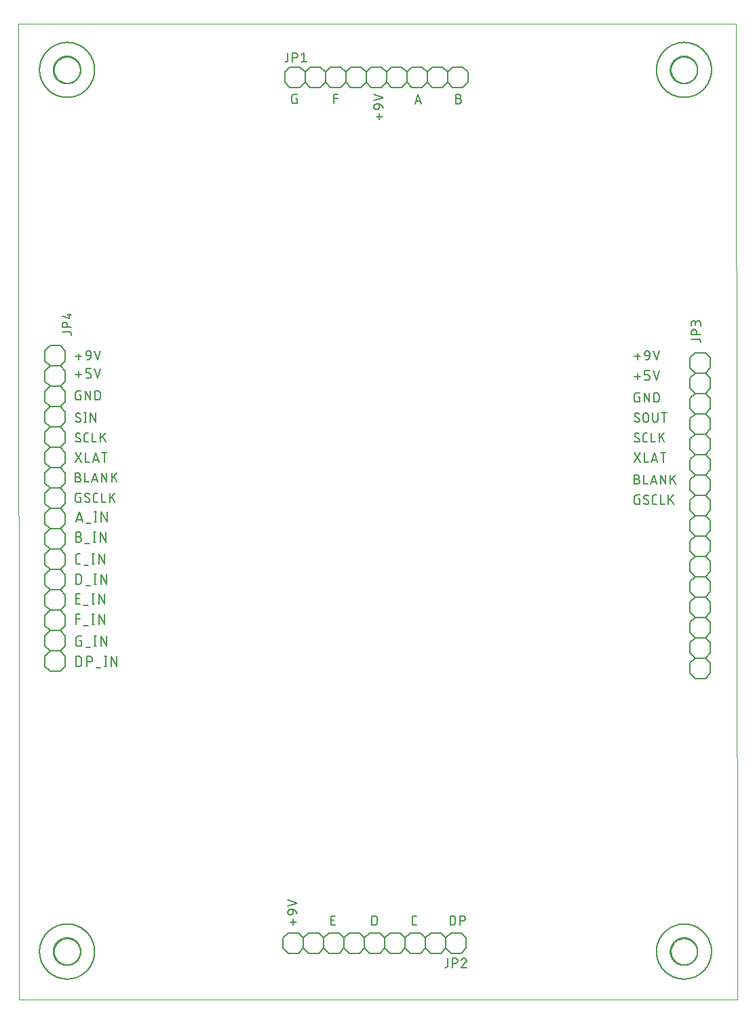
<source format=gto>
G75*
%MOIN*%
%OFA0B0*%
%FSLAX25Y25*%
%IPPOS*%
%LPD*%
%AMOC8*
5,1,8,0,0,1.08239X$1,22.5*
%
%ADD10C,0.00000*%
%ADD11C,0.00500*%
%ADD12C,0.00600*%
%ADD13C,0.00800*%
D10*
X0001500Y0005137D02*
X0001000Y0484338D01*
X0353921Y0484338D01*
X0354421Y0005137D01*
X0001500Y0005137D01*
X0018823Y0028759D02*
X0018825Y0028917D01*
X0018831Y0029075D01*
X0018841Y0029233D01*
X0018855Y0029391D01*
X0018873Y0029548D01*
X0018894Y0029705D01*
X0018920Y0029861D01*
X0018950Y0030017D01*
X0018983Y0030172D01*
X0019021Y0030325D01*
X0019062Y0030478D01*
X0019107Y0030630D01*
X0019156Y0030781D01*
X0019209Y0030930D01*
X0019265Y0031078D01*
X0019325Y0031224D01*
X0019389Y0031369D01*
X0019457Y0031512D01*
X0019528Y0031654D01*
X0019602Y0031794D01*
X0019680Y0031931D01*
X0019762Y0032067D01*
X0019846Y0032201D01*
X0019935Y0032332D01*
X0020026Y0032461D01*
X0020121Y0032588D01*
X0020218Y0032713D01*
X0020319Y0032835D01*
X0020423Y0032954D01*
X0020530Y0033071D01*
X0020640Y0033185D01*
X0020753Y0033296D01*
X0020868Y0033405D01*
X0020986Y0033510D01*
X0021107Y0033612D01*
X0021230Y0033712D01*
X0021356Y0033808D01*
X0021484Y0033901D01*
X0021614Y0033991D01*
X0021747Y0034077D01*
X0021882Y0034161D01*
X0022018Y0034240D01*
X0022157Y0034317D01*
X0022298Y0034389D01*
X0022440Y0034459D01*
X0022584Y0034524D01*
X0022730Y0034586D01*
X0022877Y0034644D01*
X0023026Y0034699D01*
X0023176Y0034750D01*
X0023327Y0034797D01*
X0023479Y0034840D01*
X0023632Y0034879D01*
X0023787Y0034915D01*
X0023942Y0034946D01*
X0024098Y0034974D01*
X0024254Y0034998D01*
X0024411Y0035018D01*
X0024569Y0035034D01*
X0024726Y0035046D01*
X0024885Y0035054D01*
X0025043Y0035058D01*
X0025201Y0035058D01*
X0025359Y0035054D01*
X0025518Y0035046D01*
X0025675Y0035034D01*
X0025833Y0035018D01*
X0025990Y0034998D01*
X0026146Y0034974D01*
X0026302Y0034946D01*
X0026457Y0034915D01*
X0026612Y0034879D01*
X0026765Y0034840D01*
X0026917Y0034797D01*
X0027068Y0034750D01*
X0027218Y0034699D01*
X0027367Y0034644D01*
X0027514Y0034586D01*
X0027660Y0034524D01*
X0027804Y0034459D01*
X0027946Y0034389D01*
X0028087Y0034317D01*
X0028226Y0034240D01*
X0028362Y0034161D01*
X0028497Y0034077D01*
X0028630Y0033991D01*
X0028760Y0033901D01*
X0028888Y0033808D01*
X0029014Y0033712D01*
X0029137Y0033612D01*
X0029258Y0033510D01*
X0029376Y0033405D01*
X0029491Y0033296D01*
X0029604Y0033185D01*
X0029714Y0033071D01*
X0029821Y0032954D01*
X0029925Y0032835D01*
X0030026Y0032713D01*
X0030123Y0032588D01*
X0030218Y0032461D01*
X0030309Y0032332D01*
X0030398Y0032201D01*
X0030482Y0032067D01*
X0030564Y0031931D01*
X0030642Y0031794D01*
X0030716Y0031654D01*
X0030787Y0031512D01*
X0030855Y0031369D01*
X0030919Y0031224D01*
X0030979Y0031078D01*
X0031035Y0030930D01*
X0031088Y0030781D01*
X0031137Y0030630D01*
X0031182Y0030478D01*
X0031223Y0030325D01*
X0031261Y0030172D01*
X0031294Y0030017D01*
X0031324Y0029861D01*
X0031350Y0029705D01*
X0031371Y0029548D01*
X0031389Y0029391D01*
X0031403Y0029233D01*
X0031413Y0029075D01*
X0031419Y0028917D01*
X0031421Y0028759D01*
X0031419Y0028601D01*
X0031413Y0028443D01*
X0031403Y0028285D01*
X0031389Y0028127D01*
X0031371Y0027970D01*
X0031350Y0027813D01*
X0031324Y0027657D01*
X0031294Y0027501D01*
X0031261Y0027346D01*
X0031223Y0027193D01*
X0031182Y0027040D01*
X0031137Y0026888D01*
X0031088Y0026737D01*
X0031035Y0026588D01*
X0030979Y0026440D01*
X0030919Y0026294D01*
X0030855Y0026149D01*
X0030787Y0026006D01*
X0030716Y0025864D01*
X0030642Y0025724D01*
X0030564Y0025587D01*
X0030482Y0025451D01*
X0030398Y0025317D01*
X0030309Y0025186D01*
X0030218Y0025057D01*
X0030123Y0024930D01*
X0030026Y0024805D01*
X0029925Y0024683D01*
X0029821Y0024564D01*
X0029714Y0024447D01*
X0029604Y0024333D01*
X0029491Y0024222D01*
X0029376Y0024113D01*
X0029258Y0024008D01*
X0029137Y0023906D01*
X0029014Y0023806D01*
X0028888Y0023710D01*
X0028760Y0023617D01*
X0028630Y0023527D01*
X0028497Y0023441D01*
X0028362Y0023357D01*
X0028226Y0023278D01*
X0028087Y0023201D01*
X0027946Y0023129D01*
X0027804Y0023059D01*
X0027660Y0022994D01*
X0027514Y0022932D01*
X0027367Y0022874D01*
X0027218Y0022819D01*
X0027068Y0022768D01*
X0026917Y0022721D01*
X0026765Y0022678D01*
X0026612Y0022639D01*
X0026457Y0022603D01*
X0026302Y0022572D01*
X0026146Y0022544D01*
X0025990Y0022520D01*
X0025833Y0022500D01*
X0025675Y0022484D01*
X0025518Y0022472D01*
X0025359Y0022464D01*
X0025201Y0022460D01*
X0025043Y0022460D01*
X0024885Y0022464D01*
X0024726Y0022472D01*
X0024569Y0022484D01*
X0024411Y0022500D01*
X0024254Y0022520D01*
X0024098Y0022544D01*
X0023942Y0022572D01*
X0023787Y0022603D01*
X0023632Y0022639D01*
X0023479Y0022678D01*
X0023327Y0022721D01*
X0023176Y0022768D01*
X0023026Y0022819D01*
X0022877Y0022874D01*
X0022730Y0022932D01*
X0022584Y0022994D01*
X0022440Y0023059D01*
X0022298Y0023129D01*
X0022157Y0023201D01*
X0022018Y0023278D01*
X0021882Y0023357D01*
X0021747Y0023441D01*
X0021614Y0023527D01*
X0021484Y0023617D01*
X0021356Y0023710D01*
X0021230Y0023806D01*
X0021107Y0023906D01*
X0020986Y0024008D01*
X0020868Y0024113D01*
X0020753Y0024222D01*
X0020640Y0024333D01*
X0020530Y0024447D01*
X0020423Y0024564D01*
X0020319Y0024683D01*
X0020218Y0024805D01*
X0020121Y0024930D01*
X0020026Y0025057D01*
X0019935Y0025186D01*
X0019846Y0025317D01*
X0019762Y0025451D01*
X0019680Y0025587D01*
X0019602Y0025724D01*
X0019528Y0025864D01*
X0019457Y0026006D01*
X0019389Y0026149D01*
X0019325Y0026294D01*
X0019265Y0026440D01*
X0019209Y0026588D01*
X0019156Y0026737D01*
X0019107Y0026888D01*
X0019062Y0027040D01*
X0019021Y0027193D01*
X0018983Y0027346D01*
X0018950Y0027501D01*
X0018920Y0027657D01*
X0018894Y0027813D01*
X0018873Y0027970D01*
X0018855Y0028127D01*
X0018841Y0028285D01*
X0018831Y0028443D01*
X0018825Y0028601D01*
X0018823Y0028759D01*
X0321973Y0028759D02*
X0321975Y0028917D01*
X0321981Y0029075D01*
X0321991Y0029233D01*
X0322005Y0029391D01*
X0322023Y0029548D01*
X0322044Y0029705D01*
X0322070Y0029861D01*
X0322100Y0030017D01*
X0322133Y0030172D01*
X0322171Y0030325D01*
X0322212Y0030478D01*
X0322257Y0030630D01*
X0322306Y0030781D01*
X0322359Y0030930D01*
X0322415Y0031078D01*
X0322475Y0031224D01*
X0322539Y0031369D01*
X0322607Y0031512D01*
X0322678Y0031654D01*
X0322752Y0031794D01*
X0322830Y0031931D01*
X0322912Y0032067D01*
X0322996Y0032201D01*
X0323085Y0032332D01*
X0323176Y0032461D01*
X0323271Y0032588D01*
X0323368Y0032713D01*
X0323469Y0032835D01*
X0323573Y0032954D01*
X0323680Y0033071D01*
X0323790Y0033185D01*
X0323903Y0033296D01*
X0324018Y0033405D01*
X0324136Y0033510D01*
X0324257Y0033612D01*
X0324380Y0033712D01*
X0324506Y0033808D01*
X0324634Y0033901D01*
X0324764Y0033991D01*
X0324897Y0034077D01*
X0325032Y0034161D01*
X0325168Y0034240D01*
X0325307Y0034317D01*
X0325448Y0034389D01*
X0325590Y0034459D01*
X0325734Y0034524D01*
X0325880Y0034586D01*
X0326027Y0034644D01*
X0326176Y0034699D01*
X0326326Y0034750D01*
X0326477Y0034797D01*
X0326629Y0034840D01*
X0326782Y0034879D01*
X0326937Y0034915D01*
X0327092Y0034946D01*
X0327248Y0034974D01*
X0327404Y0034998D01*
X0327561Y0035018D01*
X0327719Y0035034D01*
X0327876Y0035046D01*
X0328035Y0035054D01*
X0328193Y0035058D01*
X0328351Y0035058D01*
X0328509Y0035054D01*
X0328668Y0035046D01*
X0328825Y0035034D01*
X0328983Y0035018D01*
X0329140Y0034998D01*
X0329296Y0034974D01*
X0329452Y0034946D01*
X0329607Y0034915D01*
X0329762Y0034879D01*
X0329915Y0034840D01*
X0330067Y0034797D01*
X0330218Y0034750D01*
X0330368Y0034699D01*
X0330517Y0034644D01*
X0330664Y0034586D01*
X0330810Y0034524D01*
X0330954Y0034459D01*
X0331096Y0034389D01*
X0331237Y0034317D01*
X0331376Y0034240D01*
X0331512Y0034161D01*
X0331647Y0034077D01*
X0331780Y0033991D01*
X0331910Y0033901D01*
X0332038Y0033808D01*
X0332164Y0033712D01*
X0332287Y0033612D01*
X0332408Y0033510D01*
X0332526Y0033405D01*
X0332641Y0033296D01*
X0332754Y0033185D01*
X0332864Y0033071D01*
X0332971Y0032954D01*
X0333075Y0032835D01*
X0333176Y0032713D01*
X0333273Y0032588D01*
X0333368Y0032461D01*
X0333459Y0032332D01*
X0333548Y0032201D01*
X0333632Y0032067D01*
X0333714Y0031931D01*
X0333792Y0031794D01*
X0333866Y0031654D01*
X0333937Y0031512D01*
X0334005Y0031369D01*
X0334069Y0031224D01*
X0334129Y0031078D01*
X0334185Y0030930D01*
X0334238Y0030781D01*
X0334287Y0030630D01*
X0334332Y0030478D01*
X0334373Y0030325D01*
X0334411Y0030172D01*
X0334444Y0030017D01*
X0334474Y0029861D01*
X0334500Y0029705D01*
X0334521Y0029548D01*
X0334539Y0029391D01*
X0334553Y0029233D01*
X0334563Y0029075D01*
X0334569Y0028917D01*
X0334571Y0028759D01*
X0334569Y0028601D01*
X0334563Y0028443D01*
X0334553Y0028285D01*
X0334539Y0028127D01*
X0334521Y0027970D01*
X0334500Y0027813D01*
X0334474Y0027657D01*
X0334444Y0027501D01*
X0334411Y0027346D01*
X0334373Y0027193D01*
X0334332Y0027040D01*
X0334287Y0026888D01*
X0334238Y0026737D01*
X0334185Y0026588D01*
X0334129Y0026440D01*
X0334069Y0026294D01*
X0334005Y0026149D01*
X0333937Y0026006D01*
X0333866Y0025864D01*
X0333792Y0025724D01*
X0333714Y0025587D01*
X0333632Y0025451D01*
X0333548Y0025317D01*
X0333459Y0025186D01*
X0333368Y0025057D01*
X0333273Y0024930D01*
X0333176Y0024805D01*
X0333075Y0024683D01*
X0332971Y0024564D01*
X0332864Y0024447D01*
X0332754Y0024333D01*
X0332641Y0024222D01*
X0332526Y0024113D01*
X0332408Y0024008D01*
X0332287Y0023906D01*
X0332164Y0023806D01*
X0332038Y0023710D01*
X0331910Y0023617D01*
X0331780Y0023527D01*
X0331647Y0023441D01*
X0331512Y0023357D01*
X0331376Y0023278D01*
X0331237Y0023201D01*
X0331096Y0023129D01*
X0330954Y0023059D01*
X0330810Y0022994D01*
X0330664Y0022932D01*
X0330517Y0022874D01*
X0330368Y0022819D01*
X0330218Y0022768D01*
X0330067Y0022721D01*
X0329915Y0022678D01*
X0329762Y0022639D01*
X0329607Y0022603D01*
X0329452Y0022572D01*
X0329296Y0022544D01*
X0329140Y0022520D01*
X0328983Y0022500D01*
X0328825Y0022484D01*
X0328668Y0022472D01*
X0328509Y0022464D01*
X0328351Y0022460D01*
X0328193Y0022460D01*
X0328035Y0022464D01*
X0327876Y0022472D01*
X0327719Y0022484D01*
X0327561Y0022500D01*
X0327404Y0022520D01*
X0327248Y0022544D01*
X0327092Y0022572D01*
X0326937Y0022603D01*
X0326782Y0022639D01*
X0326629Y0022678D01*
X0326477Y0022721D01*
X0326326Y0022768D01*
X0326176Y0022819D01*
X0326027Y0022874D01*
X0325880Y0022932D01*
X0325734Y0022994D01*
X0325590Y0023059D01*
X0325448Y0023129D01*
X0325307Y0023201D01*
X0325168Y0023278D01*
X0325032Y0023357D01*
X0324897Y0023441D01*
X0324764Y0023527D01*
X0324634Y0023617D01*
X0324506Y0023710D01*
X0324380Y0023806D01*
X0324257Y0023906D01*
X0324136Y0024008D01*
X0324018Y0024113D01*
X0323903Y0024222D01*
X0323790Y0024333D01*
X0323680Y0024447D01*
X0323573Y0024564D01*
X0323469Y0024683D01*
X0323368Y0024805D01*
X0323271Y0024930D01*
X0323176Y0025057D01*
X0323085Y0025186D01*
X0322996Y0025317D01*
X0322912Y0025451D01*
X0322830Y0025587D01*
X0322752Y0025724D01*
X0322678Y0025864D01*
X0322607Y0026006D01*
X0322539Y0026149D01*
X0322475Y0026294D01*
X0322415Y0026440D01*
X0322359Y0026588D01*
X0322306Y0026737D01*
X0322257Y0026888D01*
X0322212Y0027040D01*
X0322171Y0027193D01*
X0322133Y0027346D01*
X0322100Y0027501D01*
X0322070Y0027657D01*
X0322044Y0027813D01*
X0322023Y0027970D01*
X0322005Y0028127D01*
X0321991Y0028285D01*
X0321981Y0028443D01*
X0321975Y0028601D01*
X0321973Y0028759D01*
X0321973Y0461830D02*
X0321975Y0461988D01*
X0321981Y0462146D01*
X0321991Y0462304D01*
X0322005Y0462462D01*
X0322023Y0462619D01*
X0322044Y0462776D01*
X0322070Y0462932D01*
X0322100Y0463088D01*
X0322133Y0463243D01*
X0322171Y0463396D01*
X0322212Y0463549D01*
X0322257Y0463701D01*
X0322306Y0463852D01*
X0322359Y0464001D01*
X0322415Y0464149D01*
X0322475Y0464295D01*
X0322539Y0464440D01*
X0322607Y0464583D01*
X0322678Y0464725D01*
X0322752Y0464865D01*
X0322830Y0465002D01*
X0322912Y0465138D01*
X0322996Y0465272D01*
X0323085Y0465403D01*
X0323176Y0465532D01*
X0323271Y0465659D01*
X0323368Y0465784D01*
X0323469Y0465906D01*
X0323573Y0466025D01*
X0323680Y0466142D01*
X0323790Y0466256D01*
X0323903Y0466367D01*
X0324018Y0466476D01*
X0324136Y0466581D01*
X0324257Y0466683D01*
X0324380Y0466783D01*
X0324506Y0466879D01*
X0324634Y0466972D01*
X0324764Y0467062D01*
X0324897Y0467148D01*
X0325032Y0467232D01*
X0325168Y0467311D01*
X0325307Y0467388D01*
X0325448Y0467460D01*
X0325590Y0467530D01*
X0325734Y0467595D01*
X0325880Y0467657D01*
X0326027Y0467715D01*
X0326176Y0467770D01*
X0326326Y0467821D01*
X0326477Y0467868D01*
X0326629Y0467911D01*
X0326782Y0467950D01*
X0326937Y0467986D01*
X0327092Y0468017D01*
X0327248Y0468045D01*
X0327404Y0468069D01*
X0327561Y0468089D01*
X0327719Y0468105D01*
X0327876Y0468117D01*
X0328035Y0468125D01*
X0328193Y0468129D01*
X0328351Y0468129D01*
X0328509Y0468125D01*
X0328668Y0468117D01*
X0328825Y0468105D01*
X0328983Y0468089D01*
X0329140Y0468069D01*
X0329296Y0468045D01*
X0329452Y0468017D01*
X0329607Y0467986D01*
X0329762Y0467950D01*
X0329915Y0467911D01*
X0330067Y0467868D01*
X0330218Y0467821D01*
X0330368Y0467770D01*
X0330517Y0467715D01*
X0330664Y0467657D01*
X0330810Y0467595D01*
X0330954Y0467530D01*
X0331096Y0467460D01*
X0331237Y0467388D01*
X0331376Y0467311D01*
X0331512Y0467232D01*
X0331647Y0467148D01*
X0331780Y0467062D01*
X0331910Y0466972D01*
X0332038Y0466879D01*
X0332164Y0466783D01*
X0332287Y0466683D01*
X0332408Y0466581D01*
X0332526Y0466476D01*
X0332641Y0466367D01*
X0332754Y0466256D01*
X0332864Y0466142D01*
X0332971Y0466025D01*
X0333075Y0465906D01*
X0333176Y0465784D01*
X0333273Y0465659D01*
X0333368Y0465532D01*
X0333459Y0465403D01*
X0333548Y0465272D01*
X0333632Y0465138D01*
X0333714Y0465002D01*
X0333792Y0464865D01*
X0333866Y0464725D01*
X0333937Y0464583D01*
X0334005Y0464440D01*
X0334069Y0464295D01*
X0334129Y0464149D01*
X0334185Y0464001D01*
X0334238Y0463852D01*
X0334287Y0463701D01*
X0334332Y0463549D01*
X0334373Y0463396D01*
X0334411Y0463243D01*
X0334444Y0463088D01*
X0334474Y0462932D01*
X0334500Y0462776D01*
X0334521Y0462619D01*
X0334539Y0462462D01*
X0334553Y0462304D01*
X0334563Y0462146D01*
X0334569Y0461988D01*
X0334571Y0461830D01*
X0334569Y0461672D01*
X0334563Y0461514D01*
X0334553Y0461356D01*
X0334539Y0461198D01*
X0334521Y0461041D01*
X0334500Y0460884D01*
X0334474Y0460728D01*
X0334444Y0460572D01*
X0334411Y0460417D01*
X0334373Y0460264D01*
X0334332Y0460111D01*
X0334287Y0459959D01*
X0334238Y0459808D01*
X0334185Y0459659D01*
X0334129Y0459511D01*
X0334069Y0459365D01*
X0334005Y0459220D01*
X0333937Y0459077D01*
X0333866Y0458935D01*
X0333792Y0458795D01*
X0333714Y0458658D01*
X0333632Y0458522D01*
X0333548Y0458388D01*
X0333459Y0458257D01*
X0333368Y0458128D01*
X0333273Y0458001D01*
X0333176Y0457876D01*
X0333075Y0457754D01*
X0332971Y0457635D01*
X0332864Y0457518D01*
X0332754Y0457404D01*
X0332641Y0457293D01*
X0332526Y0457184D01*
X0332408Y0457079D01*
X0332287Y0456977D01*
X0332164Y0456877D01*
X0332038Y0456781D01*
X0331910Y0456688D01*
X0331780Y0456598D01*
X0331647Y0456512D01*
X0331512Y0456428D01*
X0331376Y0456349D01*
X0331237Y0456272D01*
X0331096Y0456200D01*
X0330954Y0456130D01*
X0330810Y0456065D01*
X0330664Y0456003D01*
X0330517Y0455945D01*
X0330368Y0455890D01*
X0330218Y0455839D01*
X0330067Y0455792D01*
X0329915Y0455749D01*
X0329762Y0455710D01*
X0329607Y0455674D01*
X0329452Y0455643D01*
X0329296Y0455615D01*
X0329140Y0455591D01*
X0328983Y0455571D01*
X0328825Y0455555D01*
X0328668Y0455543D01*
X0328509Y0455535D01*
X0328351Y0455531D01*
X0328193Y0455531D01*
X0328035Y0455535D01*
X0327876Y0455543D01*
X0327719Y0455555D01*
X0327561Y0455571D01*
X0327404Y0455591D01*
X0327248Y0455615D01*
X0327092Y0455643D01*
X0326937Y0455674D01*
X0326782Y0455710D01*
X0326629Y0455749D01*
X0326477Y0455792D01*
X0326326Y0455839D01*
X0326176Y0455890D01*
X0326027Y0455945D01*
X0325880Y0456003D01*
X0325734Y0456065D01*
X0325590Y0456130D01*
X0325448Y0456200D01*
X0325307Y0456272D01*
X0325168Y0456349D01*
X0325032Y0456428D01*
X0324897Y0456512D01*
X0324764Y0456598D01*
X0324634Y0456688D01*
X0324506Y0456781D01*
X0324380Y0456877D01*
X0324257Y0456977D01*
X0324136Y0457079D01*
X0324018Y0457184D01*
X0323903Y0457293D01*
X0323790Y0457404D01*
X0323680Y0457518D01*
X0323573Y0457635D01*
X0323469Y0457754D01*
X0323368Y0457876D01*
X0323271Y0458001D01*
X0323176Y0458128D01*
X0323085Y0458257D01*
X0322996Y0458388D01*
X0322912Y0458522D01*
X0322830Y0458658D01*
X0322752Y0458795D01*
X0322678Y0458935D01*
X0322607Y0459077D01*
X0322539Y0459220D01*
X0322475Y0459365D01*
X0322415Y0459511D01*
X0322359Y0459659D01*
X0322306Y0459808D01*
X0322257Y0459959D01*
X0322212Y0460111D01*
X0322171Y0460264D01*
X0322133Y0460417D01*
X0322100Y0460572D01*
X0322070Y0460728D01*
X0322044Y0460884D01*
X0322023Y0461041D01*
X0322005Y0461198D01*
X0321991Y0461356D01*
X0321981Y0461514D01*
X0321975Y0461672D01*
X0321973Y0461830D01*
X0018823Y0461830D02*
X0018825Y0461988D01*
X0018831Y0462146D01*
X0018841Y0462304D01*
X0018855Y0462462D01*
X0018873Y0462619D01*
X0018894Y0462776D01*
X0018920Y0462932D01*
X0018950Y0463088D01*
X0018983Y0463243D01*
X0019021Y0463396D01*
X0019062Y0463549D01*
X0019107Y0463701D01*
X0019156Y0463852D01*
X0019209Y0464001D01*
X0019265Y0464149D01*
X0019325Y0464295D01*
X0019389Y0464440D01*
X0019457Y0464583D01*
X0019528Y0464725D01*
X0019602Y0464865D01*
X0019680Y0465002D01*
X0019762Y0465138D01*
X0019846Y0465272D01*
X0019935Y0465403D01*
X0020026Y0465532D01*
X0020121Y0465659D01*
X0020218Y0465784D01*
X0020319Y0465906D01*
X0020423Y0466025D01*
X0020530Y0466142D01*
X0020640Y0466256D01*
X0020753Y0466367D01*
X0020868Y0466476D01*
X0020986Y0466581D01*
X0021107Y0466683D01*
X0021230Y0466783D01*
X0021356Y0466879D01*
X0021484Y0466972D01*
X0021614Y0467062D01*
X0021747Y0467148D01*
X0021882Y0467232D01*
X0022018Y0467311D01*
X0022157Y0467388D01*
X0022298Y0467460D01*
X0022440Y0467530D01*
X0022584Y0467595D01*
X0022730Y0467657D01*
X0022877Y0467715D01*
X0023026Y0467770D01*
X0023176Y0467821D01*
X0023327Y0467868D01*
X0023479Y0467911D01*
X0023632Y0467950D01*
X0023787Y0467986D01*
X0023942Y0468017D01*
X0024098Y0468045D01*
X0024254Y0468069D01*
X0024411Y0468089D01*
X0024569Y0468105D01*
X0024726Y0468117D01*
X0024885Y0468125D01*
X0025043Y0468129D01*
X0025201Y0468129D01*
X0025359Y0468125D01*
X0025518Y0468117D01*
X0025675Y0468105D01*
X0025833Y0468089D01*
X0025990Y0468069D01*
X0026146Y0468045D01*
X0026302Y0468017D01*
X0026457Y0467986D01*
X0026612Y0467950D01*
X0026765Y0467911D01*
X0026917Y0467868D01*
X0027068Y0467821D01*
X0027218Y0467770D01*
X0027367Y0467715D01*
X0027514Y0467657D01*
X0027660Y0467595D01*
X0027804Y0467530D01*
X0027946Y0467460D01*
X0028087Y0467388D01*
X0028226Y0467311D01*
X0028362Y0467232D01*
X0028497Y0467148D01*
X0028630Y0467062D01*
X0028760Y0466972D01*
X0028888Y0466879D01*
X0029014Y0466783D01*
X0029137Y0466683D01*
X0029258Y0466581D01*
X0029376Y0466476D01*
X0029491Y0466367D01*
X0029604Y0466256D01*
X0029714Y0466142D01*
X0029821Y0466025D01*
X0029925Y0465906D01*
X0030026Y0465784D01*
X0030123Y0465659D01*
X0030218Y0465532D01*
X0030309Y0465403D01*
X0030398Y0465272D01*
X0030482Y0465138D01*
X0030564Y0465002D01*
X0030642Y0464865D01*
X0030716Y0464725D01*
X0030787Y0464583D01*
X0030855Y0464440D01*
X0030919Y0464295D01*
X0030979Y0464149D01*
X0031035Y0464001D01*
X0031088Y0463852D01*
X0031137Y0463701D01*
X0031182Y0463549D01*
X0031223Y0463396D01*
X0031261Y0463243D01*
X0031294Y0463088D01*
X0031324Y0462932D01*
X0031350Y0462776D01*
X0031371Y0462619D01*
X0031389Y0462462D01*
X0031403Y0462304D01*
X0031413Y0462146D01*
X0031419Y0461988D01*
X0031421Y0461830D01*
X0031419Y0461672D01*
X0031413Y0461514D01*
X0031403Y0461356D01*
X0031389Y0461198D01*
X0031371Y0461041D01*
X0031350Y0460884D01*
X0031324Y0460728D01*
X0031294Y0460572D01*
X0031261Y0460417D01*
X0031223Y0460264D01*
X0031182Y0460111D01*
X0031137Y0459959D01*
X0031088Y0459808D01*
X0031035Y0459659D01*
X0030979Y0459511D01*
X0030919Y0459365D01*
X0030855Y0459220D01*
X0030787Y0459077D01*
X0030716Y0458935D01*
X0030642Y0458795D01*
X0030564Y0458658D01*
X0030482Y0458522D01*
X0030398Y0458388D01*
X0030309Y0458257D01*
X0030218Y0458128D01*
X0030123Y0458001D01*
X0030026Y0457876D01*
X0029925Y0457754D01*
X0029821Y0457635D01*
X0029714Y0457518D01*
X0029604Y0457404D01*
X0029491Y0457293D01*
X0029376Y0457184D01*
X0029258Y0457079D01*
X0029137Y0456977D01*
X0029014Y0456877D01*
X0028888Y0456781D01*
X0028760Y0456688D01*
X0028630Y0456598D01*
X0028497Y0456512D01*
X0028362Y0456428D01*
X0028226Y0456349D01*
X0028087Y0456272D01*
X0027946Y0456200D01*
X0027804Y0456130D01*
X0027660Y0456065D01*
X0027514Y0456003D01*
X0027367Y0455945D01*
X0027218Y0455890D01*
X0027068Y0455839D01*
X0026917Y0455792D01*
X0026765Y0455749D01*
X0026612Y0455710D01*
X0026457Y0455674D01*
X0026302Y0455643D01*
X0026146Y0455615D01*
X0025990Y0455591D01*
X0025833Y0455571D01*
X0025675Y0455555D01*
X0025518Y0455543D01*
X0025359Y0455535D01*
X0025201Y0455531D01*
X0025043Y0455531D01*
X0024885Y0455535D01*
X0024726Y0455543D01*
X0024569Y0455555D01*
X0024411Y0455571D01*
X0024254Y0455591D01*
X0024098Y0455615D01*
X0023942Y0455643D01*
X0023787Y0455674D01*
X0023632Y0455710D01*
X0023479Y0455749D01*
X0023327Y0455792D01*
X0023176Y0455839D01*
X0023026Y0455890D01*
X0022877Y0455945D01*
X0022730Y0456003D01*
X0022584Y0456065D01*
X0022440Y0456130D01*
X0022298Y0456200D01*
X0022157Y0456272D01*
X0022018Y0456349D01*
X0021882Y0456428D01*
X0021747Y0456512D01*
X0021614Y0456598D01*
X0021484Y0456688D01*
X0021356Y0456781D01*
X0021230Y0456877D01*
X0021107Y0456977D01*
X0020986Y0457079D01*
X0020868Y0457184D01*
X0020753Y0457293D01*
X0020640Y0457404D01*
X0020530Y0457518D01*
X0020423Y0457635D01*
X0020319Y0457754D01*
X0020218Y0457876D01*
X0020121Y0458001D01*
X0020026Y0458128D01*
X0019935Y0458257D01*
X0019846Y0458388D01*
X0019762Y0458522D01*
X0019680Y0458658D01*
X0019602Y0458795D01*
X0019528Y0458935D01*
X0019457Y0459077D01*
X0019389Y0459220D01*
X0019325Y0459365D01*
X0019265Y0459511D01*
X0019209Y0459659D01*
X0019156Y0459808D01*
X0019107Y0459959D01*
X0019062Y0460111D01*
X0019021Y0460264D01*
X0018983Y0460417D01*
X0018950Y0460572D01*
X0018920Y0460728D01*
X0018894Y0460884D01*
X0018873Y0461041D01*
X0018855Y0461198D01*
X0018841Y0461356D01*
X0018831Y0461514D01*
X0018825Y0461672D01*
X0018823Y0461830D01*
D11*
X0026190Y0342234D02*
X0026190Y0339734D01*
X0022690Y0340734D01*
X0025190Y0341484D02*
X0027190Y0341484D01*
X0025190Y0336709D02*
X0025190Y0335459D01*
X0025190Y0336709D02*
X0025188Y0336778D01*
X0025182Y0336847D01*
X0025173Y0336915D01*
X0025160Y0336982D01*
X0025143Y0337049D01*
X0025122Y0337115D01*
X0025098Y0337179D01*
X0025070Y0337242D01*
X0025039Y0337304D01*
X0025005Y0337364D01*
X0024967Y0337421D01*
X0024926Y0337477D01*
X0024883Y0337530D01*
X0024836Y0337581D01*
X0024787Y0337629D01*
X0024735Y0337674D01*
X0024680Y0337716D01*
X0024624Y0337755D01*
X0024565Y0337792D01*
X0024504Y0337824D01*
X0024442Y0337854D01*
X0024378Y0337880D01*
X0024313Y0337902D01*
X0024247Y0337921D01*
X0024180Y0337936D01*
X0024112Y0337947D01*
X0024043Y0337955D01*
X0023974Y0337959D01*
X0023906Y0337959D01*
X0023837Y0337955D01*
X0023768Y0337947D01*
X0023700Y0337936D01*
X0023633Y0337921D01*
X0023567Y0337902D01*
X0023502Y0337880D01*
X0023438Y0337854D01*
X0023376Y0337824D01*
X0023315Y0337792D01*
X0023256Y0337755D01*
X0023200Y0337716D01*
X0023145Y0337674D01*
X0023093Y0337629D01*
X0023044Y0337581D01*
X0022997Y0337530D01*
X0022954Y0337477D01*
X0022913Y0337421D01*
X0022875Y0337364D01*
X0022841Y0337304D01*
X0022810Y0337242D01*
X0022782Y0337179D01*
X0022758Y0337115D01*
X0022737Y0337049D01*
X0022720Y0336982D01*
X0022707Y0336915D01*
X0022698Y0336847D01*
X0022692Y0336778D01*
X0022690Y0336709D01*
X0022690Y0335459D01*
X0027190Y0335459D01*
X0026190Y0333105D02*
X0022690Y0333105D01*
X0026190Y0333105D02*
X0026250Y0333103D01*
X0026311Y0333098D01*
X0026370Y0333089D01*
X0026429Y0333076D01*
X0026488Y0333060D01*
X0026545Y0333040D01*
X0026600Y0333017D01*
X0026655Y0332990D01*
X0026707Y0332961D01*
X0026758Y0332928D01*
X0026807Y0332892D01*
X0026853Y0332854D01*
X0026897Y0332812D01*
X0026939Y0332768D01*
X0026977Y0332722D01*
X0027013Y0332673D01*
X0027046Y0332622D01*
X0027075Y0332570D01*
X0027102Y0332515D01*
X0027125Y0332460D01*
X0027145Y0332403D01*
X0027161Y0332344D01*
X0027174Y0332285D01*
X0027183Y0332226D01*
X0027188Y0332165D01*
X0027190Y0332105D01*
X0027190Y0331605D01*
X0030809Y0322613D02*
X0030809Y0319613D01*
X0029309Y0321113D02*
X0032309Y0321113D01*
X0034359Y0322363D02*
X0034359Y0322613D01*
X0034359Y0322363D02*
X0034361Y0322303D01*
X0034366Y0322242D01*
X0034375Y0322183D01*
X0034388Y0322124D01*
X0034404Y0322065D01*
X0034424Y0322008D01*
X0034447Y0321953D01*
X0034474Y0321898D01*
X0034503Y0321846D01*
X0034536Y0321795D01*
X0034572Y0321746D01*
X0034610Y0321700D01*
X0034652Y0321656D01*
X0034696Y0321614D01*
X0034742Y0321576D01*
X0034791Y0321540D01*
X0034842Y0321507D01*
X0034894Y0321478D01*
X0034949Y0321451D01*
X0035004Y0321428D01*
X0035061Y0321408D01*
X0035120Y0321392D01*
X0035179Y0321379D01*
X0035238Y0321370D01*
X0035299Y0321365D01*
X0035359Y0321363D01*
X0036859Y0321363D01*
X0036859Y0322613D01*
X0036857Y0322682D01*
X0036851Y0322751D01*
X0036842Y0322819D01*
X0036829Y0322886D01*
X0036812Y0322953D01*
X0036791Y0323019D01*
X0036767Y0323083D01*
X0036739Y0323146D01*
X0036708Y0323208D01*
X0036674Y0323268D01*
X0036636Y0323325D01*
X0036595Y0323381D01*
X0036552Y0323434D01*
X0036505Y0323485D01*
X0036456Y0323533D01*
X0036404Y0323578D01*
X0036349Y0323620D01*
X0036293Y0323659D01*
X0036234Y0323696D01*
X0036173Y0323728D01*
X0036111Y0323758D01*
X0036047Y0323784D01*
X0035982Y0323806D01*
X0035916Y0323825D01*
X0035849Y0323840D01*
X0035781Y0323851D01*
X0035712Y0323859D01*
X0035643Y0323863D01*
X0035575Y0323863D01*
X0035506Y0323859D01*
X0035437Y0323851D01*
X0035369Y0323840D01*
X0035302Y0323825D01*
X0035236Y0323806D01*
X0035171Y0323784D01*
X0035107Y0323758D01*
X0035045Y0323728D01*
X0034984Y0323696D01*
X0034925Y0323659D01*
X0034869Y0323620D01*
X0034814Y0323578D01*
X0034762Y0323533D01*
X0034713Y0323485D01*
X0034666Y0323434D01*
X0034623Y0323381D01*
X0034582Y0323325D01*
X0034544Y0323268D01*
X0034510Y0323208D01*
X0034479Y0323146D01*
X0034451Y0323083D01*
X0034427Y0323019D01*
X0034406Y0322953D01*
X0034389Y0322886D01*
X0034376Y0322819D01*
X0034367Y0322751D01*
X0034361Y0322682D01*
X0034359Y0322613D01*
X0036859Y0321363D02*
X0036857Y0321276D01*
X0036851Y0321189D01*
X0036842Y0321102D01*
X0036829Y0321016D01*
X0036812Y0320930D01*
X0036791Y0320845D01*
X0036766Y0320762D01*
X0036738Y0320679D01*
X0036707Y0320598D01*
X0036672Y0320518D01*
X0036633Y0320440D01*
X0036591Y0320363D01*
X0036546Y0320288D01*
X0036497Y0320216D01*
X0036446Y0320145D01*
X0036391Y0320077D01*
X0036334Y0320012D01*
X0036273Y0319949D01*
X0036210Y0319888D01*
X0036145Y0319831D01*
X0036077Y0319776D01*
X0036006Y0319725D01*
X0035934Y0319676D01*
X0035859Y0319631D01*
X0035782Y0319589D01*
X0035704Y0319550D01*
X0035624Y0319515D01*
X0035543Y0319484D01*
X0035460Y0319456D01*
X0035377Y0319431D01*
X0035292Y0319410D01*
X0035206Y0319393D01*
X0035120Y0319380D01*
X0035033Y0319371D01*
X0034946Y0319365D01*
X0034859Y0319363D01*
X0034359Y0315005D02*
X0036859Y0315005D01*
X0038609Y0315005D02*
X0040109Y0310505D01*
X0041609Y0315005D01*
X0040109Y0319363D02*
X0041609Y0323863D01*
X0038609Y0323863D02*
X0040109Y0319363D01*
X0035859Y0313005D02*
X0034359Y0313005D01*
X0034359Y0315005D01*
X0035859Y0313005D02*
X0035919Y0313003D01*
X0035980Y0312998D01*
X0036039Y0312989D01*
X0036098Y0312976D01*
X0036157Y0312960D01*
X0036214Y0312940D01*
X0036269Y0312917D01*
X0036324Y0312890D01*
X0036376Y0312861D01*
X0036427Y0312828D01*
X0036476Y0312792D01*
X0036522Y0312754D01*
X0036566Y0312712D01*
X0036608Y0312668D01*
X0036646Y0312622D01*
X0036682Y0312573D01*
X0036715Y0312522D01*
X0036744Y0312470D01*
X0036771Y0312415D01*
X0036794Y0312360D01*
X0036814Y0312303D01*
X0036830Y0312244D01*
X0036843Y0312185D01*
X0036852Y0312126D01*
X0036857Y0312065D01*
X0036859Y0312005D01*
X0036859Y0311505D01*
X0036857Y0311445D01*
X0036852Y0311384D01*
X0036843Y0311325D01*
X0036830Y0311266D01*
X0036814Y0311207D01*
X0036794Y0311150D01*
X0036771Y0311095D01*
X0036744Y0311040D01*
X0036715Y0310988D01*
X0036682Y0310937D01*
X0036646Y0310888D01*
X0036608Y0310842D01*
X0036566Y0310798D01*
X0036522Y0310756D01*
X0036476Y0310718D01*
X0036427Y0310682D01*
X0036376Y0310649D01*
X0036324Y0310620D01*
X0036269Y0310593D01*
X0036214Y0310570D01*
X0036157Y0310550D01*
X0036098Y0310534D01*
X0036039Y0310521D01*
X0035980Y0310512D01*
X0035919Y0310507D01*
X0035859Y0310505D01*
X0034359Y0310505D01*
X0032309Y0312255D02*
X0029309Y0312255D01*
X0030809Y0310755D02*
X0030809Y0313755D01*
X0030309Y0304178D02*
X0031809Y0304178D01*
X0030309Y0304178D02*
X0030249Y0304176D01*
X0030188Y0304171D01*
X0030129Y0304162D01*
X0030070Y0304149D01*
X0030011Y0304133D01*
X0029954Y0304113D01*
X0029899Y0304090D01*
X0029844Y0304063D01*
X0029792Y0304034D01*
X0029741Y0304001D01*
X0029692Y0303965D01*
X0029646Y0303927D01*
X0029602Y0303885D01*
X0029560Y0303841D01*
X0029522Y0303795D01*
X0029486Y0303746D01*
X0029453Y0303695D01*
X0029424Y0303643D01*
X0029397Y0303588D01*
X0029374Y0303533D01*
X0029354Y0303476D01*
X0029338Y0303417D01*
X0029325Y0303358D01*
X0029316Y0303299D01*
X0029311Y0303238D01*
X0029309Y0303178D01*
X0029309Y0300678D01*
X0029311Y0300618D01*
X0029316Y0300557D01*
X0029325Y0300498D01*
X0029338Y0300439D01*
X0029354Y0300380D01*
X0029374Y0300323D01*
X0029397Y0300268D01*
X0029424Y0300213D01*
X0029453Y0300161D01*
X0029486Y0300110D01*
X0029522Y0300061D01*
X0029560Y0300015D01*
X0029602Y0299971D01*
X0029646Y0299929D01*
X0029692Y0299891D01*
X0029741Y0299855D01*
X0029792Y0299822D01*
X0029844Y0299793D01*
X0029899Y0299766D01*
X0029954Y0299743D01*
X0030011Y0299723D01*
X0030070Y0299707D01*
X0030129Y0299694D01*
X0030188Y0299685D01*
X0030249Y0299680D01*
X0030309Y0299678D01*
X0031809Y0299678D01*
X0031809Y0302178D01*
X0031059Y0302178D01*
X0034109Y0304178D02*
X0034109Y0299678D01*
X0036609Y0299678D02*
X0034109Y0304178D01*
X0036609Y0304178D02*
X0036609Y0299678D01*
X0038909Y0299678D02*
X0040159Y0299678D01*
X0038909Y0299678D02*
X0038909Y0304178D01*
X0040159Y0304178D01*
X0040227Y0304176D01*
X0040294Y0304171D01*
X0040361Y0304162D01*
X0040428Y0304149D01*
X0040493Y0304132D01*
X0040558Y0304113D01*
X0040622Y0304089D01*
X0040684Y0304062D01*
X0040745Y0304032D01*
X0040803Y0303999D01*
X0040860Y0303963D01*
X0040915Y0303923D01*
X0040968Y0303881D01*
X0041019Y0303835D01*
X0041066Y0303788D01*
X0041112Y0303737D01*
X0041154Y0303684D01*
X0041194Y0303629D01*
X0041230Y0303572D01*
X0041263Y0303514D01*
X0041293Y0303453D01*
X0041320Y0303391D01*
X0041344Y0303327D01*
X0041363Y0303262D01*
X0041380Y0303197D01*
X0041393Y0303130D01*
X0041402Y0303063D01*
X0041407Y0302996D01*
X0041409Y0302928D01*
X0041409Y0300928D01*
X0041407Y0300860D01*
X0041402Y0300793D01*
X0041393Y0300726D01*
X0041380Y0300659D01*
X0041363Y0300594D01*
X0041344Y0300529D01*
X0041320Y0300465D01*
X0041293Y0300403D01*
X0041263Y0300342D01*
X0041230Y0300284D01*
X0041194Y0300227D01*
X0041154Y0300172D01*
X0041112Y0300119D01*
X0041066Y0300068D01*
X0041019Y0300021D01*
X0040968Y0299975D01*
X0040915Y0299933D01*
X0040860Y0299893D01*
X0040803Y0299857D01*
X0040745Y0299824D01*
X0040684Y0299794D01*
X0040622Y0299767D01*
X0040558Y0299743D01*
X0040493Y0299724D01*
X0040428Y0299707D01*
X0040361Y0299694D01*
X0040294Y0299685D01*
X0040227Y0299680D01*
X0040159Y0299678D01*
X0039009Y0293352D02*
X0039009Y0288852D01*
X0036509Y0293352D01*
X0036509Y0288852D01*
X0034509Y0288852D02*
X0033509Y0288852D01*
X0034009Y0288852D02*
X0034009Y0293352D01*
X0033509Y0293352D02*
X0034509Y0293352D01*
X0031309Y0290727D02*
X0029934Y0291477D01*
X0030434Y0293352D02*
X0030514Y0293350D01*
X0030595Y0293345D01*
X0030675Y0293336D01*
X0030754Y0293324D01*
X0030833Y0293309D01*
X0030911Y0293290D01*
X0030989Y0293268D01*
X0031065Y0293243D01*
X0031140Y0293214D01*
X0031214Y0293182D01*
X0031286Y0293147D01*
X0031357Y0293109D01*
X0031426Y0293068D01*
X0031494Y0293024D01*
X0031559Y0292977D01*
X0029934Y0291477D02*
X0029882Y0291510D01*
X0029831Y0291546D01*
X0029783Y0291585D01*
X0029738Y0291627D01*
X0029695Y0291672D01*
X0029655Y0291720D01*
X0029618Y0291769D01*
X0029584Y0291821D01*
X0029553Y0291875D01*
X0029525Y0291931D01*
X0029501Y0291988D01*
X0029481Y0292047D01*
X0029464Y0292106D01*
X0029451Y0292167D01*
X0029442Y0292228D01*
X0029436Y0292290D01*
X0029434Y0292352D01*
X0029436Y0292412D01*
X0029441Y0292473D01*
X0029450Y0292532D01*
X0029463Y0292591D01*
X0029479Y0292650D01*
X0029499Y0292707D01*
X0029522Y0292762D01*
X0029549Y0292817D01*
X0029578Y0292869D01*
X0029611Y0292920D01*
X0029647Y0292969D01*
X0029685Y0293015D01*
X0029727Y0293059D01*
X0029771Y0293101D01*
X0029817Y0293139D01*
X0029866Y0293175D01*
X0029917Y0293208D01*
X0029969Y0293237D01*
X0030024Y0293264D01*
X0030079Y0293287D01*
X0030136Y0293307D01*
X0030195Y0293323D01*
X0030254Y0293336D01*
X0030313Y0293345D01*
X0030374Y0293350D01*
X0030434Y0293352D01*
X0029309Y0289476D02*
X0029372Y0289415D01*
X0029437Y0289357D01*
X0029505Y0289301D01*
X0029576Y0289248D01*
X0029648Y0289199D01*
X0029722Y0289152D01*
X0029798Y0289108D01*
X0029876Y0289068D01*
X0029956Y0289031D01*
X0030037Y0288997D01*
X0030119Y0288967D01*
X0030203Y0288940D01*
X0030288Y0288916D01*
X0030373Y0288896D01*
X0030459Y0288880D01*
X0030546Y0288867D01*
X0030634Y0288858D01*
X0030721Y0288853D01*
X0030809Y0288851D01*
X0030809Y0288852D02*
X0030869Y0288854D01*
X0030930Y0288859D01*
X0030989Y0288868D01*
X0031048Y0288881D01*
X0031107Y0288897D01*
X0031164Y0288917D01*
X0031219Y0288940D01*
X0031274Y0288967D01*
X0031326Y0288996D01*
X0031377Y0289029D01*
X0031426Y0289065D01*
X0031472Y0289103D01*
X0031516Y0289145D01*
X0031558Y0289189D01*
X0031596Y0289235D01*
X0031632Y0289284D01*
X0031665Y0289335D01*
X0031694Y0289387D01*
X0031721Y0289442D01*
X0031744Y0289497D01*
X0031764Y0289554D01*
X0031780Y0289613D01*
X0031793Y0289672D01*
X0031802Y0289731D01*
X0031807Y0289792D01*
X0031809Y0289852D01*
X0031807Y0289914D01*
X0031801Y0289976D01*
X0031792Y0290037D01*
X0031779Y0290098D01*
X0031762Y0290157D01*
X0031742Y0290216D01*
X0031718Y0290273D01*
X0031690Y0290329D01*
X0031659Y0290383D01*
X0031625Y0290435D01*
X0031588Y0290484D01*
X0031548Y0290532D01*
X0031505Y0290577D01*
X0031460Y0290619D01*
X0031412Y0290658D01*
X0031361Y0290694D01*
X0031309Y0290727D01*
X0034644Y0283509D02*
X0035644Y0283509D01*
X0034644Y0283509D02*
X0034584Y0283507D01*
X0034523Y0283502D01*
X0034464Y0283493D01*
X0034405Y0283480D01*
X0034346Y0283464D01*
X0034289Y0283444D01*
X0034234Y0283421D01*
X0034179Y0283394D01*
X0034127Y0283365D01*
X0034076Y0283332D01*
X0034027Y0283296D01*
X0033981Y0283258D01*
X0033937Y0283216D01*
X0033895Y0283172D01*
X0033857Y0283126D01*
X0033821Y0283077D01*
X0033788Y0283026D01*
X0033759Y0282974D01*
X0033732Y0282919D01*
X0033709Y0282864D01*
X0033689Y0282807D01*
X0033673Y0282748D01*
X0033660Y0282689D01*
X0033651Y0282630D01*
X0033646Y0282569D01*
X0033644Y0282509D01*
X0033644Y0280009D01*
X0033646Y0279949D01*
X0033651Y0279888D01*
X0033660Y0279829D01*
X0033673Y0279770D01*
X0033689Y0279711D01*
X0033709Y0279654D01*
X0033732Y0279599D01*
X0033759Y0279544D01*
X0033788Y0279492D01*
X0033821Y0279441D01*
X0033857Y0279392D01*
X0033895Y0279346D01*
X0033937Y0279302D01*
X0033981Y0279260D01*
X0034027Y0279222D01*
X0034076Y0279186D01*
X0034127Y0279153D01*
X0034179Y0279124D01*
X0034234Y0279097D01*
X0034289Y0279074D01*
X0034346Y0279054D01*
X0034405Y0279038D01*
X0034464Y0279025D01*
X0034523Y0279016D01*
X0034584Y0279011D01*
X0034644Y0279009D01*
X0035644Y0279009D01*
X0037569Y0279009D02*
X0037569Y0283509D01*
X0041534Y0283509D02*
X0041534Y0279009D01*
X0041534Y0280759D02*
X0044034Y0283509D01*
X0042534Y0281759D02*
X0044034Y0279009D01*
X0039569Y0279009D02*
X0037569Y0279009D01*
X0039209Y0273667D02*
X0040709Y0269167D01*
X0040334Y0270292D02*
X0038084Y0270292D01*
X0037709Y0269167D02*
X0039209Y0273667D01*
X0042159Y0273667D02*
X0044659Y0273667D01*
X0043409Y0273667D02*
X0043409Y0269167D01*
X0044634Y0263824D02*
X0044634Y0259324D01*
X0042134Y0263824D01*
X0042134Y0259324D01*
X0040234Y0259324D02*
X0038734Y0263824D01*
X0037234Y0259324D01*
X0037609Y0260449D02*
X0039859Y0260449D01*
X0035744Y0259324D02*
X0033744Y0259324D01*
X0033744Y0263824D01*
X0030559Y0263824D02*
X0029309Y0263824D01*
X0029309Y0259324D01*
X0030559Y0259324D01*
X0030628Y0259326D01*
X0030697Y0259332D01*
X0030765Y0259341D01*
X0030832Y0259354D01*
X0030899Y0259371D01*
X0030965Y0259392D01*
X0031029Y0259416D01*
X0031092Y0259444D01*
X0031154Y0259475D01*
X0031214Y0259509D01*
X0031271Y0259547D01*
X0031327Y0259588D01*
X0031380Y0259631D01*
X0031431Y0259678D01*
X0031479Y0259727D01*
X0031524Y0259779D01*
X0031566Y0259834D01*
X0031605Y0259890D01*
X0031642Y0259949D01*
X0031674Y0260010D01*
X0031704Y0260072D01*
X0031730Y0260136D01*
X0031752Y0260201D01*
X0031771Y0260267D01*
X0031786Y0260334D01*
X0031797Y0260402D01*
X0031805Y0260471D01*
X0031809Y0260540D01*
X0031809Y0260608D01*
X0031805Y0260677D01*
X0031797Y0260746D01*
X0031786Y0260814D01*
X0031771Y0260881D01*
X0031752Y0260947D01*
X0031730Y0261012D01*
X0031704Y0261076D01*
X0031674Y0261138D01*
X0031642Y0261199D01*
X0031605Y0261258D01*
X0031566Y0261314D01*
X0031524Y0261369D01*
X0031479Y0261421D01*
X0031431Y0261470D01*
X0031380Y0261517D01*
X0031327Y0261560D01*
X0031271Y0261601D01*
X0031214Y0261639D01*
X0031154Y0261673D01*
X0031092Y0261704D01*
X0031029Y0261732D01*
X0030965Y0261756D01*
X0030899Y0261777D01*
X0030832Y0261794D01*
X0030765Y0261807D01*
X0030697Y0261816D01*
X0030628Y0261822D01*
X0030559Y0261824D01*
X0029309Y0261824D01*
X0030559Y0261824D02*
X0030621Y0261826D01*
X0030682Y0261832D01*
X0030743Y0261841D01*
X0030803Y0261854D01*
X0030862Y0261871D01*
X0030920Y0261892D01*
X0030977Y0261916D01*
X0031032Y0261943D01*
X0031085Y0261974D01*
X0031137Y0262008D01*
X0031186Y0262045D01*
X0031233Y0262085D01*
X0031277Y0262128D01*
X0031318Y0262173D01*
X0031357Y0262221D01*
X0031393Y0262272D01*
X0031425Y0262324D01*
X0031454Y0262378D01*
X0031480Y0262434D01*
X0031502Y0262492D01*
X0031521Y0262550D01*
X0031536Y0262610D01*
X0031547Y0262671D01*
X0031555Y0262732D01*
X0031559Y0262793D01*
X0031559Y0262855D01*
X0031555Y0262916D01*
X0031547Y0262977D01*
X0031536Y0263038D01*
X0031521Y0263098D01*
X0031502Y0263156D01*
X0031480Y0263214D01*
X0031454Y0263270D01*
X0031425Y0263324D01*
X0031393Y0263376D01*
X0031357Y0263427D01*
X0031318Y0263475D01*
X0031277Y0263520D01*
X0031233Y0263563D01*
X0031186Y0263603D01*
X0031137Y0263640D01*
X0031085Y0263674D01*
X0031032Y0263705D01*
X0030977Y0263732D01*
X0030920Y0263756D01*
X0030862Y0263777D01*
X0030803Y0263794D01*
X0030743Y0263807D01*
X0030682Y0263816D01*
X0030621Y0263822D01*
X0030559Y0263824D01*
X0029309Y0269167D02*
X0032309Y0273667D01*
X0034219Y0273667D02*
X0034219Y0269167D01*
X0036219Y0269167D01*
X0032309Y0269167D02*
X0029309Y0273667D01*
X0031809Y0280009D02*
X0031807Y0280071D01*
X0031801Y0280133D01*
X0031792Y0280194D01*
X0031779Y0280255D01*
X0031762Y0280314D01*
X0031742Y0280373D01*
X0031718Y0280430D01*
X0031690Y0280486D01*
X0031659Y0280540D01*
X0031625Y0280592D01*
X0031588Y0280641D01*
X0031548Y0280689D01*
X0031505Y0280734D01*
X0031460Y0280776D01*
X0031412Y0280815D01*
X0031361Y0280851D01*
X0031309Y0280884D01*
X0029934Y0281634D01*
X0030434Y0283509D02*
X0030514Y0283507D01*
X0030595Y0283502D01*
X0030675Y0283493D01*
X0030754Y0283481D01*
X0030833Y0283466D01*
X0030911Y0283447D01*
X0030989Y0283425D01*
X0031065Y0283400D01*
X0031140Y0283371D01*
X0031214Y0283339D01*
X0031286Y0283304D01*
X0031357Y0283266D01*
X0031426Y0283225D01*
X0031494Y0283181D01*
X0031559Y0283134D01*
X0029934Y0281634D02*
X0029882Y0281667D01*
X0029831Y0281703D01*
X0029783Y0281742D01*
X0029738Y0281784D01*
X0029695Y0281829D01*
X0029655Y0281877D01*
X0029618Y0281926D01*
X0029584Y0281978D01*
X0029553Y0282032D01*
X0029525Y0282088D01*
X0029501Y0282145D01*
X0029481Y0282204D01*
X0029464Y0282263D01*
X0029451Y0282324D01*
X0029442Y0282385D01*
X0029436Y0282447D01*
X0029434Y0282509D01*
X0029436Y0282569D01*
X0029441Y0282630D01*
X0029450Y0282689D01*
X0029463Y0282748D01*
X0029479Y0282807D01*
X0029499Y0282864D01*
X0029522Y0282919D01*
X0029549Y0282974D01*
X0029578Y0283026D01*
X0029611Y0283077D01*
X0029647Y0283126D01*
X0029685Y0283172D01*
X0029727Y0283216D01*
X0029771Y0283258D01*
X0029817Y0283296D01*
X0029866Y0283332D01*
X0029917Y0283365D01*
X0029969Y0283394D01*
X0030024Y0283421D01*
X0030079Y0283444D01*
X0030136Y0283464D01*
X0030195Y0283480D01*
X0030254Y0283493D01*
X0030313Y0283502D01*
X0030374Y0283507D01*
X0030434Y0283509D01*
X0029309Y0279634D02*
X0029372Y0279573D01*
X0029437Y0279515D01*
X0029505Y0279459D01*
X0029576Y0279406D01*
X0029648Y0279357D01*
X0029722Y0279310D01*
X0029798Y0279266D01*
X0029876Y0279226D01*
X0029956Y0279189D01*
X0030037Y0279155D01*
X0030119Y0279125D01*
X0030203Y0279098D01*
X0030288Y0279074D01*
X0030373Y0279054D01*
X0030459Y0279038D01*
X0030546Y0279025D01*
X0030634Y0279016D01*
X0030721Y0279011D01*
X0030809Y0279009D01*
X0030869Y0279011D01*
X0030930Y0279016D01*
X0030989Y0279025D01*
X0031048Y0279038D01*
X0031107Y0279054D01*
X0031164Y0279074D01*
X0031219Y0279097D01*
X0031274Y0279124D01*
X0031326Y0279153D01*
X0031377Y0279186D01*
X0031426Y0279222D01*
X0031472Y0279260D01*
X0031516Y0279302D01*
X0031558Y0279346D01*
X0031596Y0279392D01*
X0031632Y0279441D01*
X0031665Y0279492D01*
X0031694Y0279544D01*
X0031721Y0279599D01*
X0031744Y0279654D01*
X0031764Y0279711D01*
X0031780Y0279770D01*
X0031793Y0279829D01*
X0031802Y0279888D01*
X0031807Y0279949D01*
X0031809Y0280009D01*
X0047009Y0263824D02*
X0047009Y0259324D01*
X0047009Y0261074D02*
X0049509Y0263824D01*
X0048009Y0262074D02*
X0049509Y0259324D01*
X0048534Y0253981D02*
X0046034Y0251231D01*
X0047034Y0252231D02*
X0048534Y0249481D01*
X0046034Y0249481D02*
X0046034Y0253981D01*
X0042069Y0253981D02*
X0042069Y0249481D01*
X0044069Y0249481D01*
X0040144Y0249481D02*
X0039144Y0249481D01*
X0039084Y0249483D01*
X0039023Y0249488D01*
X0038964Y0249497D01*
X0038905Y0249510D01*
X0038846Y0249526D01*
X0038789Y0249546D01*
X0038734Y0249569D01*
X0038679Y0249596D01*
X0038627Y0249625D01*
X0038576Y0249658D01*
X0038527Y0249694D01*
X0038481Y0249732D01*
X0038437Y0249774D01*
X0038395Y0249818D01*
X0038357Y0249864D01*
X0038321Y0249913D01*
X0038288Y0249964D01*
X0038259Y0250016D01*
X0038232Y0250071D01*
X0038209Y0250126D01*
X0038189Y0250183D01*
X0038173Y0250242D01*
X0038160Y0250301D01*
X0038151Y0250360D01*
X0038146Y0250421D01*
X0038144Y0250481D01*
X0038144Y0252981D01*
X0038146Y0253041D01*
X0038151Y0253102D01*
X0038160Y0253161D01*
X0038173Y0253220D01*
X0038189Y0253279D01*
X0038209Y0253336D01*
X0038232Y0253391D01*
X0038259Y0253446D01*
X0038288Y0253498D01*
X0038321Y0253549D01*
X0038357Y0253598D01*
X0038395Y0253644D01*
X0038437Y0253688D01*
X0038481Y0253730D01*
X0038527Y0253768D01*
X0038576Y0253804D01*
X0038627Y0253837D01*
X0038679Y0253866D01*
X0038734Y0253893D01*
X0038789Y0253916D01*
X0038846Y0253936D01*
X0038905Y0253952D01*
X0038964Y0253965D01*
X0039023Y0253974D01*
X0039084Y0253979D01*
X0039144Y0253981D01*
X0040144Y0253981D01*
X0035809Y0251356D02*
X0034434Y0252106D01*
X0034934Y0253981D02*
X0035014Y0253979D01*
X0035095Y0253974D01*
X0035175Y0253965D01*
X0035254Y0253953D01*
X0035333Y0253938D01*
X0035411Y0253919D01*
X0035489Y0253897D01*
X0035565Y0253872D01*
X0035640Y0253843D01*
X0035714Y0253811D01*
X0035786Y0253776D01*
X0035857Y0253738D01*
X0035926Y0253697D01*
X0035994Y0253653D01*
X0036059Y0253606D01*
X0034434Y0252106D02*
X0034382Y0252139D01*
X0034331Y0252175D01*
X0034283Y0252214D01*
X0034238Y0252256D01*
X0034195Y0252301D01*
X0034155Y0252349D01*
X0034118Y0252398D01*
X0034084Y0252450D01*
X0034053Y0252504D01*
X0034025Y0252560D01*
X0034001Y0252617D01*
X0033981Y0252676D01*
X0033964Y0252735D01*
X0033951Y0252796D01*
X0033942Y0252857D01*
X0033936Y0252919D01*
X0033934Y0252981D01*
X0033936Y0253041D01*
X0033941Y0253102D01*
X0033950Y0253161D01*
X0033963Y0253220D01*
X0033979Y0253279D01*
X0033999Y0253336D01*
X0034022Y0253391D01*
X0034049Y0253446D01*
X0034078Y0253498D01*
X0034111Y0253549D01*
X0034147Y0253598D01*
X0034185Y0253644D01*
X0034227Y0253688D01*
X0034271Y0253730D01*
X0034317Y0253768D01*
X0034366Y0253804D01*
X0034417Y0253837D01*
X0034469Y0253866D01*
X0034524Y0253893D01*
X0034579Y0253916D01*
X0034636Y0253936D01*
X0034695Y0253952D01*
X0034754Y0253965D01*
X0034813Y0253974D01*
X0034874Y0253979D01*
X0034934Y0253981D01*
X0033809Y0250106D02*
X0033872Y0250045D01*
X0033937Y0249987D01*
X0034005Y0249931D01*
X0034076Y0249878D01*
X0034148Y0249829D01*
X0034222Y0249782D01*
X0034298Y0249738D01*
X0034376Y0249698D01*
X0034456Y0249661D01*
X0034537Y0249627D01*
X0034619Y0249597D01*
X0034703Y0249570D01*
X0034788Y0249546D01*
X0034873Y0249526D01*
X0034959Y0249510D01*
X0035046Y0249497D01*
X0035134Y0249488D01*
X0035221Y0249483D01*
X0035309Y0249481D01*
X0035369Y0249483D01*
X0035430Y0249488D01*
X0035489Y0249497D01*
X0035548Y0249510D01*
X0035607Y0249526D01*
X0035664Y0249546D01*
X0035719Y0249569D01*
X0035774Y0249596D01*
X0035826Y0249625D01*
X0035877Y0249658D01*
X0035926Y0249694D01*
X0035972Y0249732D01*
X0036016Y0249774D01*
X0036058Y0249818D01*
X0036096Y0249864D01*
X0036132Y0249913D01*
X0036165Y0249964D01*
X0036194Y0250016D01*
X0036221Y0250071D01*
X0036244Y0250126D01*
X0036264Y0250183D01*
X0036280Y0250242D01*
X0036293Y0250301D01*
X0036302Y0250360D01*
X0036307Y0250421D01*
X0036309Y0250481D01*
X0036307Y0250543D01*
X0036301Y0250605D01*
X0036292Y0250666D01*
X0036279Y0250727D01*
X0036262Y0250786D01*
X0036242Y0250845D01*
X0036218Y0250902D01*
X0036190Y0250958D01*
X0036159Y0251012D01*
X0036125Y0251064D01*
X0036088Y0251113D01*
X0036048Y0251161D01*
X0036005Y0251206D01*
X0035960Y0251248D01*
X0035912Y0251287D01*
X0035861Y0251323D01*
X0035809Y0251356D01*
X0031809Y0251981D02*
X0031809Y0249481D01*
X0030309Y0249481D01*
X0030249Y0249483D01*
X0030188Y0249488D01*
X0030129Y0249497D01*
X0030070Y0249510D01*
X0030011Y0249526D01*
X0029954Y0249546D01*
X0029899Y0249569D01*
X0029844Y0249596D01*
X0029792Y0249625D01*
X0029741Y0249658D01*
X0029692Y0249694D01*
X0029646Y0249732D01*
X0029602Y0249774D01*
X0029560Y0249818D01*
X0029522Y0249864D01*
X0029486Y0249913D01*
X0029453Y0249964D01*
X0029424Y0250016D01*
X0029397Y0250071D01*
X0029374Y0250126D01*
X0029354Y0250183D01*
X0029338Y0250242D01*
X0029325Y0250301D01*
X0029316Y0250360D01*
X0029311Y0250421D01*
X0029309Y0250481D01*
X0029309Y0252981D01*
X0029311Y0253041D01*
X0029316Y0253102D01*
X0029325Y0253161D01*
X0029338Y0253220D01*
X0029354Y0253279D01*
X0029374Y0253336D01*
X0029397Y0253391D01*
X0029424Y0253446D01*
X0029453Y0253498D01*
X0029486Y0253549D01*
X0029522Y0253598D01*
X0029560Y0253644D01*
X0029602Y0253688D01*
X0029646Y0253730D01*
X0029692Y0253768D01*
X0029741Y0253804D01*
X0029792Y0253837D01*
X0029844Y0253866D01*
X0029899Y0253893D01*
X0029954Y0253916D01*
X0030011Y0253936D01*
X0030070Y0253952D01*
X0030129Y0253965D01*
X0030188Y0253974D01*
X0030249Y0253979D01*
X0030309Y0253981D01*
X0031809Y0253981D01*
X0031809Y0251981D02*
X0031059Y0251981D01*
X0136608Y0445348D02*
X0138108Y0445348D01*
X0138108Y0447848D01*
X0137358Y0447848D01*
X0135608Y0448848D02*
X0135610Y0448908D01*
X0135615Y0448969D01*
X0135624Y0449028D01*
X0135637Y0449087D01*
X0135653Y0449146D01*
X0135673Y0449203D01*
X0135696Y0449258D01*
X0135723Y0449313D01*
X0135752Y0449365D01*
X0135785Y0449416D01*
X0135821Y0449465D01*
X0135859Y0449511D01*
X0135901Y0449555D01*
X0135945Y0449597D01*
X0135991Y0449635D01*
X0136040Y0449671D01*
X0136091Y0449704D01*
X0136143Y0449733D01*
X0136198Y0449760D01*
X0136253Y0449783D01*
X0136310Y0449803D01*
X0136369Y0449819D01*
X0136428Y0449832D01*
X0136487Y0449841D01*
X0136548Y0449846D01*
X0136608Y0449848D01*
X0138108Y0449848D01*
X0135608Y0448848D02*
X0135608Y0446348D01*
X0135610Y0446288D01*
X0135615Y0446227D01*
X0135624Y0446168D01*
X0135637Y0446109D01*
X0135653Y0446050D01*
X0135673Y0445993D01*
X0135696Y0445938D01*
X0135723Y0445883D01*
X0135752Y0445831D01*
X0135785Y0445780D01*
X0135821Y0445731D01*
X0135859Y0445685D01*
X0135901Y0445641D01*
X0135945Y0445599D01*
X0135991Y0445561D01*
X0136040Y0445525D01*
X0136091Y0445492D01*
X0136143Y0445463D01*
X0136198Y0445436D01*
X0136253Y0445413D01*
X0136310Y0445393D01*
X0136369Y0445377D01*
X0136428Y0445364D01*
X0136487Y0445355D01*
X0136548Y0445350D01*
X0136608Y0445348D01*
X0135895Y0465697D02*
X0135895Y0470197D01*
X0137145Y0470197D01*
X0137214Y0470195D01*
X0137283Y0470189D01*
X0137351Y0470180D01*
X0137418Y0470167D01*
X0137485Y0470150D01*
X0137551Y0470129D01*
X0137615Y0470105D01*
X0137678Y0470077D01*
X0137740Y0470046D01*
X0137800Y0470012D01*
X0137857Y0469974D01*
X0137913Y0469933D01*
X0137966Y0469890D01*
X0138017Y0469843D01*
X0138065Y0469794D01*
X0138110Y0469742D01*
X0138152Y0469687D01*
X0138191Y0469631D01*
X0138228Y0469572D01*
X0138260Y0469511D01*
X0138290Y0469449D01*
X0138316Y0469385D01*
X0138338Y0469320D01*
X0138357Y0469254D01*
X0138372Y0469187D01*
X0138383Y0469119D01*
X0138391Y0469050D01*
X0138395Y0468981D01*
X0138395Y0468913D01*
X0138391Y0468844D01*
X0138383Y0468775D01*
X0138372Y0468707D01*
X0138357Y0468640D01*
X0138338Y0468574D01*
X0138316Y0468509D01*
X0138290Y0468445D01*
X0138260Y0468383D01*
X0138228Y0468322D01*
X0138191Y0468263D01*
X0138152Y0468207D01*
X0138110Y0468152D01*
X0138065Y0468100D01*
X0138017Y0468051D01*
X0137966Y0468004D01*
X0137913Y0467961D01*
X0137857Y0467920D01*
X0137800Y0467882D01*
X0137740Y0467848D01*
X0137678Y0467817D01*
X0137615Y0467789D01*
X0137551Y0467765D01*
X0137485Y0467744D01*
X0137418Y0467727D01*
X0137351Y0467714D01*
X0137283Y0467705D01*
X0137214Y0467699D01*
X0137145Y0467697D01*
X0135895Y0467697D01*
X0133541Y0466697D02*
X0133541Y0470197D01*
X0133541Y0466697D02*
X0133539Y0466637D01*
X0133534Y0466576D01*
X0133525Y0466517D01*
X0133512Y0466458D01*
X0133496Y0466399D01*
X0133476Y0466342D01*
X0133453Y0466287D01*
X0133426Y0466232D01*
X0133397Y0466180D01*
X0133364Y0466129D01*
X0133328Y0466080D01*
X0133290Y0466034D01*
X0133248Y0465990D01*
X0133204Y0465948D01*
X0133158Y0465910D01*
X0133109Y0465874D01*
X0133058Y0465841D01*
X0133006Y0465812D01*
X0132951Y0465785D01*
X0132896Y0465762D01*
X0132839Y0465742D01*
X0132780Y0465726D01*
X0132721Y0465713D01*
X0132662Y0465704D01*
X0132601Y0465699D01*
X0132541Y0465697D01*
X0132041Y0465697D01*
X0140170Y0465697D02*
X0142670Y0465697D01*
X0141420Y0465697D02*
X0141420Y0470197D01*
X0140170Y0469197D01*
X0156278Y0449848D02*
X0158278Y0449848D01*
X0158278Y0447848D02*
X0156278Y0447848D01*
X0156278Y0449848D02*
X0156278Y0445348D01*
X0175884Y0446774D02*
X0180384Y0448274D01*
X0175884Y0449774D01*
X0177134Y0445024D02*
X0178384Y0445024D01*
X0178384Y0443524D01*
X0178384Y0445024D02*
X0178471Y0445022D01*
X0178558Y0445016D01*
X0178645Y0445007D01*
X0178731Y0444994D01*
X0178817Y0444977D01*
X0178902Y0444956D01*
X0178985Y0444931D01*
X0179068Y0444903D01*
X0179149Y0444872D01*
X0179229Y0444837D01*
X0179307Y0444798D01*
X0179384Y0444756D01*
X0179459Y0444711D01*
X0179531Y0444662D01*
X0179602Y0444611D01*
X0179670Y0444556D01*
X0179735Y0444499D01*
X0179798Y0444438D01*
X0179859Y0444375D01*
X0179916Y0444310D01*
X0179971Y0444242D01*
X0180022Y0444171D01*
X0180071Y0444099D01*
X0180116Y0444024D01*
X0180158Y0443947D01*
X0180197Y0443869D01*
X0180232Y0443789D01*
X0180263Y0443708D01*
X0180291Y0443625D01*
X0180316Y0443542D01*
X0180337Y0443457D01*
X0180354Y0443371D01*
X0180367Y0443285D01*
X0180376Y0443198D01*
X0180382Y0443111D01*
X0180384Y0443024D01*
X0178384Y0443524D02*
X0178382Y0443464D01*
X0178377Y0443403D01*
X0178368Y0443344D01*
X0178355Y0443285D01*
X0178339Y0443226D01*
X0178319Y0443169D01*
X0178296Y0443114D01*
X0178269Y0443059D01*
X0178240Y0443007D01*
X0178207Y0442956D01*
X0178171Y0442907D01*
X0178133Y0442861D01*
X0178091Y0442817D01*
X0178047Y0442775D01*
X0178001Y0442737D01*
X0177952Y0442701D01*
X0177901Y0442668D01*
X0177849Y0442639D01*
X0177794Y0442612D01*
X0177739Y0442589D01*
X0177682Y0442569D01*
X0177623Y0442553D01*
X0177564Y0442540D01*
X0177505Y0442531D01*
X0177444Y0442526D01*
X0177384Y0442524D01*
X0177134Y0442524D01*
X0177065Y0442526D01*
X0176996Y0442532D01*
X0176928Y0442541D01*
X0176861Y0442554D01*
X0176794Y0442571D01*
X0176728Y0442592D01*
X0176664Y0442616D01*
X0176601Y0442644D01*
X0176539Y0442675D01*
X0176479Y0442709D01*
X0176422Y0442747D01*
X0176366Y0442788D01*
X0176313Y0442831D01*
X0176262Y0442878D01*
X0176214Y0442927D01*
X0176169Y0442979D01*
X0176127Y0443034D01*
X0176088Y0443090D01*
X0176051Y0443149D01*
X0176019Y0443210D01*
X0175989Y0443272D01*
X0175963Y0443336D01*
X0175941Y0443401D01*
X0175922Y0443467D01*
X0175907Y0443534D01*
X0175896Y0443602D01*
X0175888Y0443671D01*
X0175884Y0443740D01*
X0175884Y0443808D01*
X0175888Y0443877D01*
X0175896Y0443946D01*
X0175907Y0444014D01*
X0175922Y0444081D01*
X0175941Y0444147D01*
X0175963Y0444212D01*
X0175989Y0444276D01*
X0176019Y0444338D01*
X0176051Y0444399D01*
X0176088Y0444458D01*
X0176127Y0444514D01*
X0176169Y0444569D01*
X0176214Y0444621D01*
X0176262Y0444670D01*
X0176313Y0444717D01*
X0176366Y0444760D01*
X0176422Y0444801D01*
X0176479Y0444839D01*
X0176539Y0444873D01*
X0176601Y0444904D01*
X0176664Y0444932D01*
X0176728Y0444956D01*
X0176794Y0444977D01*
X0176861Y0444994D01*
X0176928Y0445007D01*
X0176996Y0445016D01*
X0177065Y0445022D01*
X0177134Y0445024D01*
X0178634Y0440474D02*
X0178634Y0437474D01*
X0180134Y0438974D02*
X0177134Y0438974D01*
X0196085Y0445269D02*
X0197585Y0449769D01*
X0199085Y0445269D01*
X0198710Y0446394D02*
X0196460Y0446394D01*
X0216270Y0445269D02*
X0216270Y0449769D01*
X0217520Y0449769D01*
X0217582Y0449767D01*
X0217643Y0449761D01*
X0217704Y0449752D01*
X0217764Y0449739D01*
X0217823Y0449722D01*
X0217881Y0449701D01*
X0217938Y0449677D01*
X0217993Y0449650D01*
X0218046Y0449619D01*
X0218098Y0449585D01*
X0218147Y0449548D01*
X0218194Y0449508D01*
X0218238Y0449465D01*
X0218279Y0449420D01*
X0218318Y0449372D01*
X0218354Y0449321D01*
X0218386Y0449269D01*
X0218415Y0449215D01*
X0218441Y0449159D01*
X0218463Y0449101D01*
X0218482Y0449043D01*
X0218497Y0448983D01*
X0218508Y0448922D01*
X0218516Y0448861D01*
X0218520Y0448800D01*
X0218520Y0448738D01*
X0218516Y0448677D01*
X0218508Y0448616D01*
X0218497Y0448555D01*
X0218482Y0448495D01*
X0218463Y0448437D01*
X0218441Y0448379D01*
X0218415Y0448323D01*
X0218386Y0448269D01*
X0218354Y0448217D01*
X0218318Y0448166D01*
X0218279Y0448118D01*
X0218238Y0448073D01*
X0218194Y0448030D01*
X0218147Y0447990D01*
X0218098Y0447953D01*
X0218046Y0447919D01*
X0217993Y0447888D01*
X0217938Y0447861D01*
X0217881Y0447837D01*
X0217823Y0447816D01*
X0217764Y0447799D01*
X0217704Y0447786D01*
X0217643Y0447777D01*
X0217582Y0447771D01*
X0217520Y0447769D01*
X0216270Y0447769D01*
X0217520Y0447769D02*
X0217589Y0447767D01*
X0217658Y0447761D01*
X0217726Y0447752D01*
X0217793Y0447739D01*
X0217860Y0447722D01*
X0217926Y0447701D01*
X0217990Y0447677D01*
X0218053Y0447649D01*
X0218115Y0447618D01*
X0218175Y0447584D01*
X0218232Y0447546D01*
X0218288Y0447505D01*
X0218341Y0447462D01*
X0218392Y0447415D01*
X0218440Y0447366D01*
X0218485Y0447314D01*
X0218527Y0447259D01*
X0218566Y0447203D01*
X0218603Y0447144D01*
X0218635Y0447083D01*
X0218665Y0447021D01*
X0218691Y0446957D01*
X0218713Y0446892D01*
X0218732Y0446826D01*
X0218747Y0446759D01*
X0218758Y0446691D01*
X0218766Y0446622D01*
X0218770Y0446553D01*
X0218770Y0446485D01*
X0218766Y0446416D01*
X0218758Y0446347D01*
X0218747Y0446279D01*
X0218732Y0446212D01*
X0218713Y0446146D01*
X0218691Y0446081D01*
X0218665Y0446017D01*
X0218635Y0445955D01*
X0218603Y0445894D01*
X0218566Y0445835D01*
X0218527Y0445779D01*
X0218485Y0445724D01*
X0218440Y0445672D01*
X0218392Y0445623D01*
X0218341Y0445576D01*
X0218288Y0445533D01*
X0218232Y0445492D01*
X0218175Y0445454D01*
X0218115Y0445420D01*
X0218053Y0445389D01*
X0217990Y0445361D01*
X0217926Y0445337D01*
X0217860Y0445316D01*
X0217793Y0445299D01*
X0217726Y0445286D01*
X0217658Y0445277D01*
X0217589Y0445271D01*
X0217520Y0445269D01*
X0216270Y0445269D01*
X0305415Y0322613D02*
X0305415Y0319613D01*
X0303915Y0321113D02*
X0306915Y0321113D01*
X0308965Y0322363D02*
X0308965Y0322613D01*
X0308965Y0322363D02*
X0308967Y0322303D01*
X0308972Y0322242D01*
X0308981Y0322183D01*
X0308994Y0322124D01*
X0309010Y0322065D01*
X0309030Y0322008D01*
X0309053Y0321953D01*
X0309080Y0321898D01*
X0309109Y0321846D01*
X0309142Y0321795D01*
X0309178Y0321746D01*
X0309216Y0321700D01*
X0309258Y0321656D01*
X0309302Y0321614D01*
X0309348Y0321576D01*
X0309397Y0321540D01*
X0309448Y0321507D01*
X0309500Y0321478D01*
X0309555Y0321451D01*
X0309610Y0321428D01*
X0309667Y0321408D01*
X0309726Y0321392D01*
X0309785Y0321379D01*
X0309844Y0321370D01*
X0309905Y0321365D01*
X0309965Y0321363D01*
X0311465Y0321363D01*
X0311465Y0322613D01*
X0311463Y0322682D01*
X0311457Y0322751D01*
X0311448Y0322819D01*
X0311435Y0322886D01*
X0311418Y0322953D01*
X0311397Y0323019D01*
X0311373Y0323083D01*
X0311345Y0323146D01*
X0311314Y0323208D01*
X0311280Y0323268D01*
X0311242Y0323325D01*
X0311201Y0323381D01*
X0311158Y0323434D01*
X0311111Y0323485D01*
X0311062Y0323533D01*
X0311010Y0323578D01*
X0310955Y0323620D01*
X0310899Y0323659D01*
X0310840Y0323696D01*
X0310779Y0323728D01*
X0310717Y0323758D01*
X0310653Y0323784D01*
X0310588Y0323806D01*
X0310522Y0323825D01*
X0310455Y0323840D01*
X0310387Y0323851D01*
X0310318Y0323859D01*
X0310249Y0323863D01*
X0310181Y0323863D01*
X0310112Y0323859D01*
X0310043Y0323851D01*
X0309975Y0323840D01*
X0309908Y0323825D01*
X0309842Y0323806D01*
X0309777Y0323784D01*
X0309713Y0323758D01*
X0309651Y0323728D01*
X0309590Y0323696D01*
X0309531Y0323659D01*
X0309475Y0323620D01*
X0309420Y0323578D01*
X0309368Y0323533D01*
X0309319Y0323485D01*
X0309272Y0323434D01*
X0309229Y0323381D01*
X0309188Y0323325D01*
X0309150Y0323268D01*
X0309116Y0323208D01*
X0309085Y0323146D01*
X0309057Y0323083D01*
X0309033Y0323019D01*
X0309012Y0322953D01*
X0308995Y0322886D01*
X0308982Y0322819D01*
X0308973Y0322751D01*
X0308967Y0322682D01*
X0308965Y0322613D01*
X0311465Y0321363D02*
X0311463Y0321276D01*
X0311457Y0321189D01*
X0311448Y0321102D01*
X0311435Y0321016D01*
X0311418Y0320930D01*
X0311397Y0320845D01*
X0311372Y0320762D01*
X0311344Y0320679D01*
X0311313Y0320598D01*
X0311278Y0320518D01*
X0311239Y0320440D01*
X0311197Y0320363D01*
X0311152Y0320288D01*
X0311103Y0320216D01*
X0311052Y0320145D01*
X0310997Y0320077D01*
X0310940Y0320012D01*
X0310879Y0319949D01*
X0310816Y0319888D01*
X0310751Y0319831D01*
X0310683Y0319776D01*
X0310612Y0319725D01*
X0310540Y0319676D01*
X0310465Y0319631D01*
X0310388Y0319589D01*
X0310310Y0319550D01*
X0310230Y0319515D01*
X0310149Y0319484D01*
X0310066Y0319456D01*
X0309983Y0319431D01*
X0309898Y0319410D01*
X0309812Y0319393D01*
X0309726Y0319380D01*
X0309639Y0319371D01*
X0309552Y0319365D01*
X0309465Y0319363D01*
X0314715Y0319363D02*
X0313215Y0323863D01*
X0316215Y0323863D02*
X0314715Y0319363D01*
X0313215Y0314021D02*
X0314715Y0309521D01*
X0316215Y0314021D01*
X0311465Y0314021D02*
X0308965Y0314021D01*
X0308965Y0312021D01*
X0310465Y0312021D01*
X0310525Y0312019D01*
X0310586Y0312014D01*
X0310645Y0312005D01*
X0310704Y0311992D01*
X0310763Y0311976D01*
X0310820Y0311956D01*
X0310875Y0311933D01*
X0310930Y0311906D01*
X0310982Y0311877D01*
X0311033Y0311844D01*
X0311082Y0311808D01*
X0311128Y0311770D01*
X0311172Y0311728D01*
X0311214Y0311684D01*
X0311252Y0311638D01*
X0311288Y0311589D01*
X0311321Y0311538D01*
X0311350Y0311486D01*
X0311377Y0311431D01*
X0311400Y0311376D01*
X0311420Y0311319D01*
X0311436Y0311260D01*
X0311449Y0311201D01*
X0311458Y0311142D01*
X0311463Y0311081D01*
X0311465Y0311021D01*
X0311465Y0310521D01*
X0311463Y0310461D01*
X0311458Y0310400D01*
X0311449Y0310341D01*
X0311436Y0310282D01*
X0311420Y0310223D01*
X0311400Y0310166D01*
X0311377Y0310111D01*
X0311350Y0310056D01*
X0311321Y0310004D01*
X0311288Y0309953D01*
X0311252Y0309904D01*
X0311214Y0309858D01*
X0311172Y0309814D01*
X0311128Y0309772D01*
X0311082Y0309734D01*
X0311033Y0309698D01*
X0310982Y0309665D01*
X0310930Y0309636D01*
X0310875Y0309609D01*
X0310820Y0309586D01*
X0310763Y0309566D01*
X0310704Y0309550D01*
X0310645Y0309537D01*
X0310586Y0309528D01*
X0310525Y0309523D01*
X0310465Y0309521D01*
X0308965Y0309521D01*
X0306915Y0311271D02*
X0303915Y0311271D01*
X0305415Y0309771D02*
X0305415Y0312771D01*
X0304915Y0303194D02*
X0306415Y0303194D01*
X0304915Y0303194D02*
X0304855Y0303192D01*
X0304794Y0303187D01*
X0304735Y0303178D01*
X0304676Y0303165D01*
X0304617Y0303149D01*
X0304560Y0303129D01*
X0304505Y0303106D01*
X0304450Y0303079D01*
X0304398Y0303050D01*
X0304347Y0303017D01*
X0304298Y0302981D01*
X0304252Y0302943D01*
X0304208Y0302901D01*
X0304166Y0302857D01*
X0304128Y0302811D01*
X0304092Y0302762D01*
X0304059Y0302711D01*
X0304030Y0302659D01*
X0304003Y0302604D01*
X0303980Y0302549D01*
X0303960Y0302492D01*
X0303944Y0302433D01*
X0303931Y0302374D01*
X0303922Y0302315D01*
X0303917Y0302254D01*
X0303915Y0302194D01*
X0303915Y0299694D01*
X0303917Y0299634D01*
X0303922Y0299573D01*
X0303931Y0299514D01*
X0303944Y0299455D01*
X0303960Y0299396D01*
X0303980Y0299339D01*
X0304003Y0299284D01*
X0304030Y0299229D01*
X0304059Y0299177D01*
X0304092Y0299126D01*
X0304128Y0299077D01*
X0304166Y0299031D01*
X0304208Y0298987D01*
X0304252Y0298945D01*
X0304298Y0298907D01*
X0304347Y0298871D01*
X0304398Y0298838D01*
X0304450Y0298809D01*
X0304505Y0298782D01*
X0304560Y0298759D01*
X0304617Y0298739D01*
X0304676Y0298723D01*
X0304735Y0298710D01*
X0304794Y0298701D01*
X0304855Y0298696D01*
X0304915Y0298694D01*
X0306415Y0298694D01*
X0306415Y0301194D01*
X0305665Y0301194D01*
X0308715Y0303194D02*
X0311215Y0298694D01*
X0311215Y0303194D01*
X0313515Y0303194D02*
X0314765Y0303194D01*
X0313515Y0303194D02*
X0313515Y0298694D01*
X0314765Y0298694D01*
X0314833Y0298696D01*
X0314900Y0298701D01*
X0314967Y0298710D01*
X0315034Y0298723D01*
X0315099Y0298740D01*
X0315164Y0298759D01*
X0315228Y0298783D01*
X0315290Y0298810D01*
X0315351Y0298840D01*
X0315409Y0298873D01*
X0315466Y0298909D01*
X0315521Y0298949D01*
X0315574Y0298991D01*
X0315625Y0299037D01*
X0315672Y0299084D01*
X0315718Y0299135D01*
X0315760Y0299188D01*
X0315800Y0299243D01*
X0315836Y0299300D01*
X0315869Y0299358D01*
X0315899Y0299419D01*
X0315926Y0299481D01*
X0315950Y0299545D01*
X0315969Y0299610D01*
X0315986Y0299675D01*
X0315999Y0299742D01*
X0316008Y0299809D01*
X0316013Y0299876D01*
X0316015Y0299944D01*
X0316015Y0301944D01*
X0316013Y0302012D01*
X0316008Y0302079D01*
X0315999Y0302146D01*
X0315986Y0302213D01*
X0315969Y0302278D01*
X0315950Y0302343D01*
X0315926Y0302407D01*
X0315899Y0302469D01*
X0315869Y0302530D01*
X0315836Y0302588D01*
X0315800Y0302645D01*
X0315760Y0302700D01*
X0315718Y0302753D01*
X0315672Y0302804D01*
X0315625Y0302851D01*
X0315574Y0302897D01*
X0315521Y0302939D01*
X0315466Y0302979D01*
X0315409Y0303015D01*
X0315351Y0303048D01*
X0315290Y0303078D01*
X0315228Y0303105D01*
X0315164Y0303129D01*
X0315099Y0303148D01*
X0315034Y0303165D01*
X0314967Y0303178D01*
X0314900Y0303187D01*
X0314833Y0303192D01*
X0314765Y0303194D01*
X0308715Y0303194D02*
X0308715Y0298694D01*
X0308265Y0292102D02*
X0308265Y0290102D01*
X0308267Y0290033D01*
X0308273Y0289964D01*
X0308282Y0289896D01*
X0308295Y0289829D01*
X0308312Y0289762D01*
X0308333Y0289696D01*
X0308357Y0289632D01*
X0308385Y0289569D01*
X0308416Y0289507D01*
X0308450Y0289447D01*
X0308488Y0289390D01*
X0308529Y0289334D01*
X0308572Y0289281D01*
X0308619Y0289230D01*
X0308668Y0289182D01*
X0308720Y0289137D01*
X0308775Y0289095D01*
X0308831Y0289056D01*
X0308890Y0289019D01*
X0308951Y0288987D01*
X0309013Y0288957D01*
X0309077Y0288931D01*
X0309142Y0288909D01*
X0309208Y0288890D01*
X0309275Y0288875D01*
X0309343Y0288864D01*
X0309412Y0288856D01*
X0309481Y0288852D01*
X0309549Y0288852D01*
X0309618Y0288856D01*
X0309687Y0288864D01*
X0309755Y0288875D01*
X0309822Y0288890D01*
X0309888Y0288909D01*
X0309953Y0288931D01*
X0310017Y0288957D01*
X0310079Y0288987D01*
X0310140Y0289019D01*
X0310199Y0289056D01*
X0310255Y0289095D01*
X0310310Y0289137D01*
X0310362Y0289182D01*
X0310411Y0289230D01*
X0310458Y0289281D01*
X0310501Y0289334D01*
X0310542Y0289390D01*
X0310580Y0289447D01*
X0310614Y0289507D01*
X0310645Y0289569D01*
X0310673Y0289632D01*
X0310697Y0289696D01*
X0310718Y0289762D01*
X0310735Y0289829D01*
X0310748Y0289896D01*
X0310757Y0289964D01*
X0310763Y0290033D01*
X0310765Y0290102D01*
X0310765Y0292102D01*
X0310763Y0292171D01*
X0310757Y0292240D01*
X0310748Y0292308D01*
X0310735Y0292375D01*
X0310718Y0292442D01*
X0310697Y0292508D01*
X0310673Y0292572D01*
X0310645Y0292635D01*
X0310614Y0292697D01*
X0310580Y0292757D01*
X0310542Y0292814D01*
X0310501Y0292870D01*
X0310458Y0292923D01*
X0310411Y0292974D01*
X0310362Y0293022D01*
X0310310Y0293067D01*
X0310255Y0293109D01*
X0310199Y0293148D01*
X0310140Y0293185D01*
X0310079Y0293217D01*
X0310017Y0293247D01*
X0309953Y0293273D01*
X0309888Y0293295D01*
X0309822Y0293314D01*
X0309755Y0293329D01*
X0309687Y0293340D01*
X0309618Y0293348D01*
X0309549Y0293352D01*
X0309481Y0293352D01*
X0309412Y0293348D01*
X0309343Y0293340D01*
X0309275Y0293329D01*
X0309208Y0293314D01*
X0309142Y0293295D01*
X0309077Y0293273D01*
X0309013Y0293247D01*
X0308951Y0293217D01*
X0308890Y0293185D01*
X0308831Y0293148D01*
X0308775Y0293109D01*
X0308720Y0293067D01*
X0308668Y0293022D01*
X0308619Y0292974D01*
X0308572Y0292923D01*
X0308529Y0292870D01*
X0308488Y0292814D01*
X0308450Y0292757D01*
X0308416Y0292697D01*
X0308385Y0292635D01*
X0308357Y0292572D01*
X0308333Y0292508D01*
X0308312Y0292442D01*
X0308295Y0292375D01*
X0308282Y0292308D01*
X0308273Y0292240D01*
X0308267Y0292171D01*
X0308265Y0292102D01*
X0305915Y0290727D02*
X0304540Y0291477D01*
X0305040Y0293352D02*
X0305120Y0293350D01*
X0305201Y0293345D01*
X0305281Y0293336D01*
X0305360Y0293324D01*
X0305439Y0293309D01*
X0305517Y0293290D01*
X0305595Y0293268D01*
X0305671Y0293243D01*
X0305746Y0293214D01*
X0305820Y0293182D01*
X0305892Y0293147D01*
X0305963Y0293109D01*
X0306032Y0293068D01*
X0306100Y0293024D01*
X0306165Y0292977D01*
X0304540Y0291477D02*
X0304488Y0291510D01*
X0304437Y0291546D01*
X0304389Y0291585D01*
X0304344Y0291627D01*
X0304301Y0291672D01*
X0304261Y0291720D01*
X0304224Y0291769D01*
X0304190Y0291821D01*
X0304159Y0291875D01*
X0304131Y0291931D01*
X0304107Y0291988D01*
X0304087Y0292047D01*
X0304070Y0292106D01*
X0304057Y0292167D01*
X0304048Y0292228D01*
X0304042Y0292290D01*
X0304040Y0292352D01*
X0304042Y0292412D01*
X0304047Y0292473D01*
X0304056Y0292532D01*
X0304069Y0292591D01*
X0304085Y0292650D01*
X0304105Y0292707D01*
X0304128Y0292762D01*
X0304155Y0292817D01*
X0304184Y0292869D01*
X0304217Y0292920D01*
X0304253Y0292969D01*
X0304291Y0293015D01*
X0304333Y0293059D01*
X0304377Y0293101D01*
X0304423Y0293139D01*
X0304472Y0293175D01*
X0304523Y0293208D01*
X0304575Y0293237D01*
X0304630Y0293264D01*
X0304685Y0293287D01*
X0304742Y0293307D01*
X0304801Y0293323D01*
X0304860Y0293336D01*
X0304919Y0293345D01*
X0304980Y0293350D01*
X0305040Y0293352D01*
X0303915Y0289476D02*
X0303978Y0289415D01*
X0304043Y0289357D01*
X0304111Y0289301D01*
X0304182Y0289248D01*
X0304254Y0289199D01*
X0304328Y0289152D01*
X0304404Y0289108D01*
X0304482Y0289068D01*
X0304562Y0289031D01*
X0304643Y0288997D01*
X0304725Y0288967D01*
X0304809Y0288940D01*
X0304894Y0288916D01*
X0304979Y0288896D01*
X0305065Y0288880D01*
X0305152Y0288867D01*
X0305240Y0288858D01*
X0305327Y0288853D01*
X0305415Y0288851D01*
X0305415Y0288852D02*
X0305475Y0288854D01*
X0305536Y0288859D01*
X0305595Y0288868D01*
X0305654Y0288881D01*
X0305713Y0288897D01*
X0305770Y0288917D01*
X0305825Y0288940D01*
X0305880Y0288967D01*
X0305932Y0288996D01*
X0305983Y0289029D01*
X0306032Y0289065D01*
X0306078Y0289103D01*
X0306122Y0289145D01*
X0306164Y0289189D01*
X0306202Y0289235D01*
X0306238Y0289284D01*
X0306271Y0289335D01*
X0306300Y0289387D01*
X0306327Y0289442D01*
X0306350Y0289497D01*
X0306370Y0289554D01*
X0306386Y0289613D01*
X0306399Y0289672D01*
X0306408Y0289731D01*
X0306413Y0289792D01*
X0306415Y0289852D01*
X0306416Y0289852D02*
X0306414Y0289914D01*
X0306408Y0289976D01*
X0306399Y0290037D01*
X0306386Y0290098D01*
X0306369Y0290157D01*
X0306349Y0290216D01*
X0306325Y0290273D01*
X0306297Y0290329D01*
X0306266Y0290383D01*
X0306232Y0290435D01*
X0306195Y0290484D01*
X0306155Y0290532D01*
X0306112Y0290577D01*
X0306067Y0290619D01*
X0306019Y0290658D01*
X0305968Y0290694D01*
X0305916Y0290727D01*
X0309251Y0283509D02*
X0310251Y0283509D01*
X0309251Y0283509D02*
X0309191Y0283507D01*
X0309130Y0283502D01*
X0309071Y0283493D01*
X0309012Y0283480D01*
X0308953Y0283464D01*
X0308896Y0283444D01*
X0308841Y0283421D01*
X0308786Y0283394D01*
X0308734Y0283365D01*
X0308683Y0283332D01*
X0308634Y0283296D01*
X0308588Y0283258D01*
X0308544Y0283216D01*
X0308502Y0283172D01*
X0308464Y0283126D01*
X0308428Y0283077D01*
X0308395Y0283026D01*
X0308366Y0282974D01*
X0308339Y0282919D01*
X0308316Y0282864D01*
X0308296Y0282807D01*
X0308280Y0282748D01*
X0308267Y0282689D01*
X0308258Y0282630D01*
X0308253Y0282569D01*
X0308251Y0282509D01*
X0308251Y0280009D01*
X0308253Y0279949D01*
X0308258Y0279888D01*
X0308267Y0279829D01*
X0308280Y0279770D01*
X0308296Y0279711D01*
X0308316Y0279654D01*
X0308339Y0279599D01*
X0308366Y0279544D01*
X0308395Y0279492D01*
X0308428Y0279441D01*
X0308464Y0279392D01*
X0308502Y0279346D01*
X0308544Y0279302D01*
X0308588Y0279260D01*
X0308634Y0279222D01*
X0308683Y0279186D01*
X0308734Y0279153D01*
X0308786Y0279124D01*
X0308841Y0279097D01*
X0308896Y0279074D01*
X0308953Y0279054D01*
X0309012Y0279038D01*
X0309071Y0279025D01*
X0309130Y0279016D01*
X0309191Y0279011D01*
X0309251Y0279009D01*
X0310251Y0279009D01*
X0312175Y0279009D02*
X0312175Y0283509D01*
X0316140Y0283509D02*
X0316140Y0279009D01*
X0316140Y0280759D02*
X0318640Y0283509D01*
X0317140Y0281759D02*
X0318640Y0279009D01*
X0318015Y0273667D02*
X0318015Y0269167D01*
X0315315Y0269167D02*
X0313815Y0273667D01*
X0312315Y0269167D01*
X0312690Y0270292D02*
X0314940Y0270292D01*
X0316765Y0273667D02*
X0319265Y0273667D01*
X0314175Y0279009D02*
X0312175Y0279009D01*
X0308825Y0273667D02*
X0308825Y0269167D01*
X0310825Y0269167D01*
X0308350Y0262840D02*
X0308350Y0258340D01*
X0310350Y0258340D01*
X0311840Y0258340D02*
X0313340Y0262840D01*
X0314840Y0258340D01*
X0314465Y0259465D02*
X0312215Y0259465D01*
X0316740Y0258340D02*
X0316740Y0262840D01*
X0319240Y0258340D01*
X0319240Y0262840D01*
X0321615Y0262840D02*
X0321615Y0258340D01*
X0321615Y0260090D02*
X0324115Y0262840D01*
X0322615Y0261090D02*
X0324115Y0258340D01*
X0323140Y0252997D02*
X0320640Y0250247D01*
X0321640Y0251247D02*
X0323140Y0248497D01*
X0320640Y0248497D02*
X0320640Y0252997D01*
X0316675Y0252997D02*
X0316675Y0248497D01*
X0318675Y0248497D01*
X0314751Y0248497D02*
X0313751Y0248497D01*
X0313691Y0248499D01*
X0313630Y0248504D01*
X0313571Y0248513D01*
X0313512Y0248526D01*
X0313453Y0248542D01*
X0313396Y0248562D01*
X0313341Y0248585D01*
X0313286Y0248612D01*
X0313234Y0248641D01*
X0313183Y0248674D01*
X0313134Y0248710D01*
X0313088Y0248748D01*
X0313044Y0248790D01*
X0313002Y0248834D01*
X0312964Y0248880D01*
X0312928Y0248929D01*
X0312895Y0248980D01*
X0312866Y0249032D01*
X0312839Y0249087D01*
X0312816Y0249142D01*
X0312796Y0249199D01*
X0312780Y0249258D01*
X0312767Y0249317D01*
X0312758Y0249376D01*
X0312753Y0249437D01*
X0312751Y0249497D01*
X0312751Y0251997D01*
X0312753Y0252057D01*
X0312758Y0252118D01*
X0312767Y0252177D01*
X0312780Y0252236D01*
X0312796Y0252295D01*
X0312816Y0252352D01*
X0312839Y0252407D01*
X0312866Y0252462D01*
X0312895Y0252514D01*
X0312928Y0252565D01*
X0312964Y0252614D01*
X0313002Y0252660D01*
X0313044Y0252704D01*
X0313088Y0252746D01*
X0313134Y0252784D01*
X0313183Y0252820D01*
X0313234Y0252853D01*
X0313286Y0252882D01*
X0313341Y0252909D01*
X0313396Y0252932D01*
X0313453Y0252952D01*
X0313512Y0252968D01*
X0313571Y0252981D01*
X0313630Y0252990D01*
X0313691Y0252995D01*
X0313751Y0252997D01*
X0314751Y0252997D01*
X0310415Y0250372D02*
X0309040Y0251122D01*
X0309540Y0252997D02*
X0309620Y0252995D01*
X0309701Y0252990D01*
X0309781Y0252981D01*
X0309860Y0252969D01*
X0309939Y0252954D01*
X0310017Y0252935D01*
X0310095Y0252913D01*
X0310171Y0252888D01*
X0310246Y0252859D01*
X0310320Y0252827D01*
X0310392Y0252792D01*
X0310463Y0252754D01*
X0310532Y0252713D01*
X0310600Y0252669D01*
X0310665Y0252622D01*
X0309040Y0251122D02*
X0308988Y0251155D01*
X0308937Y0251191D01*
X0308889Y0251230D01*
X0308844Y0251272D01*
X0308801Y0251317D01*
X0308761Y0251365D01*
X0308724Y0251414D01*
X0308690Y0251466D01*
X0308659Y0251520D01*
X0308631Y0251576D01*
X0308607Y0251633D01*
X0308587Y0251692D01*
X0308570Y0251751D01*
X0308557Y0251812D01*
X0308548Y0251873D01*
X0308542Y0251935D01*
X0308540Y0251997D01*
X0308542Y0252057D01*
X0308547Y0252118D01*
X0308556Y0252177D01*
X0308569Y0252236D01*
X0308585Y0252295D01*
X0308605Y0252352D01*
X0308628Y0252407D01*
X0308655Y0252462D01*
X0308684Y0252514D01*
X0308717Y0252565D01*
X0308753Y0252614D01*
X0308791Y0252660D01*
X0308833Y0252704D01*
X0308877Y0252746D01*
X0308923Y0252784D01*
X0308972Y0252820D01*
X0309023Y0252853D01*
X0309075Y0252882D01*
X0309130Y0252909D01*
X0309185Y0252932D01*
X0309242Y0252952D01*
X0309301Y0252968D01*
X0309360Y0252981D01*
X0309419Y0252990D01*
X0309480Y0252995D01*
X0309540Y0252997D01*
X0308415Y0249122D02*
X0308478Y0249061D01*
X0308543Y0249003D01*
X0308611Y0248947D01*
X0308682Y0248894D01*
X0308754Y0248845D01*
X0308828Y0248798D01*
X0308904Y0248754D01*
X0308982Y0248714D01*
X0309062Y0248677D01*
X0309143Y0248643D01*
X0309225Y0248613D01*
X0309309Y0248586D01*
X0309394Y0248562D01*
X0309479Y0248542D01*
X0309565Y0248526D01*
X0309652Y0248513D01*
X0309740Y0248504D01*
X0309827Y0248499D01*
X0309915Y0248497D01*
X0309975Y0248499D01*
X0310036Y0248504D01*
X0310095Y0248513D01*
X0310154Y0248526D01*
X0310213Y0248542D01*
X0310270Y0248562D01*
X0310325Y0248585D01*
X0310380Y0248612D01*
X0310432Y0248641D01*
X0310483Y0248674D01*
X0310532Y0248710D01*
X0310578Y0248748D01*
X0310622Y0248790D01*
X0310664Y0248834D01*
X0310702Y0248880D01*
X0310738Y0248929D01*
X0310771Y0248980D01*
X0310800Y0249032D01*
X0310827Y0249087D01*
X0310850Y0249142D01*
X0310870Y0249199D01*
X0310886Y0249258D01*
X0310899Y0249317D01*
X0310908Y0249376D01*
X0310913Y0249437D01*
X0310915Y0249497D01*
X0310916Y0249497D02*
X0310914Y0249559D01*
X0310908Y0249621D01*
X0310899Y0249682D01*
X0310886Y0249743D01*
X0310869Y0249802D01*
X0310849Y0249861D01*
X0310825Y0249918D01*
X0310797Y0249974D01*
X0310766Y0250028D01*
X0310732Y0250080D01*
X0310695Y0250129D01*
X0310655Y0250177D01*
X0310612Y0250222D01*
X0310567Y0250264D01*
X0310519Y0250303D01*
X0310468Y0250339D01*
X0310416Y0250372D01*
X0306415Y0250997D02*
X0306415Y0248497D01*
X0304915Y0248497D01*
X0304855Y0248499D01*
X0304794Y0248504D01*
X0304735Y0248513D01*
X0304676Y0248526D01*
X0304617Y0248542D01*
X0304560Y0248562D01*
X0304505Y0248585D01*
X0304450Y0248612D01*
X0304398Y0248641D01*
X0304347Y0248674D01*
X0304298Y0248710D01*
X0304252Y0248748D01*
X0304208Y0248790D01*
X0304166Y0248834D01*
X0304128Y0248880D01*
X0304092Y0248929D01*
X0304059Y0248980D01*
X0304030Y0249032D01*
X0304003Y0249087D01*
X0303980Y0249142D01*
X0303960Y0249199D01*
X0303944Y0249258D01*
X0303931Y0249317D01*
X0303922Y0249376D01*
X0303917Y0249437D01*
X0303915Y0249497D01*
X0303915Y0251997D01*
X0303917Y0252057D01*
X0303922Y0252118D01*
X0303931Y0252177D01*
X0303944Y0252236D01*
X0303960Y0252295D01*
X0303980Y0252352D01*
X0304003Y0252407D01*
X0304030Y0252462D01*
X0304059Y0252514D01*
X0304092Y0252565D01*
X0304128Y0252614D01*
X0304166Y0252660D01*
X0304208Y0252704D01*
X0304252Y0252746D01*
X0304298Y0252784D01*
X0304347Y0252820D01*
X0304398Y0252853D01*
X0304450Y0252882D01*
X0304505Y0252909D01*
X0304560Y0252932D01*
X0304617Y0252952D01*
X0304676Y0252968D01*
X0304735Y0252981D01*
X0304794Y0252990D01*
X0304855Y0252995D01*
X0304915Y0252997D01*
X0306415Y0252997D01*
X0306415Y0250997D02*
X0305665Y0250997D01*
X0305165Y0258340D02*
X0303915Y0258340D01*
X0303915Y0262840D01*
X0305165Y0262840D01*
X0305227Y0262838D01*
X0305288Y0262832D01*
X0305349Y0262823D01*
X0305409Y0262810D01*
X0305468Y0262793D01*
X0305526Y0262772D01*
X0305583Y0262748D01*
X0305638Y0262721D01*
X0305691Y0262690D01*
X0305743Y0262656D01*
X0305792Y0262619D01*
X0305839Y0262579D01*
X0305883Y0262536D01*
X0305924Y0262491D01*
X0305963Y0262443D01*
X0305999Y0262392D01*
X0306031Y0262340D01*
X0306060Y0262286D01*
X0306086Y0262230D01*
X0306108Y0262172D01*
X0306127Y0262114D01*
X0306142Y0262054D01*
X0306153Y0261993D01*
X0306161Y0261932D01*
X0306165Y0261871D01*
X0306165Y0261809D01*
X0306161Y0261748D01*
X0306153Y0261687D01*
X0306142Y0261626D01*
X0306127Y0261566D01*
X0306108Y0261508D01*
X0306086Y0261450D01*
X0306060Y0261394D01*
X0306031Y0261340D01*
X0305999Y0261288D01*
X0305963Y0261237D01*
X0305924Y0261189D01*
X0305883Y0261144D01*
X0305839Y0261101D01*
X0305792Y0261061D01*
X0305743Y0261024D01*
X0305691Y0260990D01*
X0305638Y0260959D01*
X0305583Y0260932D01*
X0305526Y0260908D01*
X0305468Y0260887D01*
X0305409Y0260870D01*
X0305349Y0260857D01*
X0305288Y0260848D01*
X0305227Y0260842D01*
X0305165Y0260840D01*
X0303915Y0260840D01*
X0305165Y0260840D02*
X0305234Y0260838D01*
X0305303Y0260832D01*
X0305371Y0260823D01*
X0305438Y0260810D01*
X0305505Y0260793D01*
X0305571Y0260772D01*
X0305635Y0260748D01*
X0305698Y0260720D01*
X0305760Y0260689D01*
X0305820Y0260655D01*
X0305877Y0260617D01*
X0305933Y0260576D01*
X0305986Y0260533D01*
X0306037Y0260486D01*
X0306085Y0260437D01*
X0306130Y0260385D01*
X0306172Y0260330D01*
X0306211Y0260274D01*
X0306248Y0260215D01*
X0306280Y0260154D01*
X0306310Y0260092D01*
X0306336Y0260028D01*
X0306358Y0259963D01*
X0306377Y0259897D01*
X0306392Y0259830D01*
X0306403Y0259762D01*
X0306411Y0259693D01*
X0306415Y0259624D01*
X0306415Y0259556D01*
X0306411Y0259487D01*
X0306403Y0259418D01*
X0306392Y0259350D01*
X0306377Y0259283D01*
X0306358Y0259217D01*
X0306336Y0259152D01*
X0306310Y0259088D01*
X0306280Y0259026D01*
X0306248Y0258965D01*
X0306211Y0258906D01*
X0306172Y0258850D01*
X0306130Y0258795D01*
X0306085Y0258743D01*
X0306037Y0258694D01*
X0305986Y0258647D01*
X0305933Y0258604D01*
X0305877Y0258563D01*
X0305820Y0258525D01*
X0305760Y0258491D01*
X0305698Y0258460D01*
X0305635Y0258432D01*
X0305571Y0258408D01*
X0305505Y0258387D01*
X0305438Y0258370D01*
X0305371Y0258357D01*
X0305303Y0258348D01*
X0305234Y0258342D01*
X0305165Y0258340D01*
X0303915Y0269167D02*
X0306915Y0273667D01*
X0303915Y0273667D02*
X0306915Y0269167D01*
X0305415Y0279009D02*
X0305475Y0279011D01*
X0305536Y0279016D01*
X0305595Y0279025D01*
X0305654Y0279038D01*
X0305713Y0279054D01*
X0305770Y0279074D01*
X0305825Y0279097D01*
X0305880Y0279124D01*
X0305932Y0279153D01*
X0305983Y0279186D01*
X0306032Y0279222D01*
X0306078Y0279260D01*
X0306122Y0279302D01*
X0306164Y0279346D01*
X0306202Y0279392D01*
X0306238Y0279441D01*
X0306271Y0279492D01*
X0306300Y0279544D01*
X0306327Y0279599D01*
X0306350Y0279654D01*
X0306370Y0279711D01*
X0306386Y0279770D01*
X0306399Y0279829D01*
X0306408Y0279888D01*
X0306413Y0279949D01*
X0306415Y0280009D01*
X0305915Y0280884D02*
X0304540Y0281634D01*
X0305040Y0283509D02*
X0305120Y0283507D01*
X0305201Y0283502D01*
X0305281Y0283493D01*
X0305360Y0283481D01*
X0305439Y0283466D01*
X0305517Y0283447D01*
X0305595Y0283425D01*
X0305671Y0283400D01*
X0305746Y0283371D01*
X0305820Y0283339D01*
X0305892Y0283304D01*
X0305963Y0283266D01*
X0306032Y0283225D01*
X0306100Y0283181D01*
X0306165Y0283134D01*
X0304540Y0281634D02*
X0304488Y0281667D01*
X0304437Y0281703D01*
X0304389Y0281742D01*
X0304344Y0281784D01*
X0304301Y0281829D01*
X0304261Y0281877D01*
X0304224Y0281926D01*
X0304190Y0281978D01*
X0304159Y0282032D01*
X0304131Y0282088D01*
X0304107Y0282145D01*
X0304087Y0282204D01*
X0304070Y0282263D01*
X0304057Y0282324D01*
X0304048Y0282385D01*
X0304042Y0282447D01*
X0304040Y0282509D01*
X0304042Y0282569D01*
X0304047Y0282630D01*
X0304056Y0282689D01*
X0304069Y0282748D01*
X0304085Y0282807D01*
X0304105Y0282864D01*
X0304128Y0282919D01*
X0304155Y0282974D01*
X0304184Y0283026D01*
X0304217Y0283077D01*
X0304253Y0283126D01*
X0304291Y0283172D01*
X0304333Y0283216D01*
X0304377Y0283258D01*
X0304423Y0283296D01*
X0304472Y0283332D01*
X0304523Y0283365D01*
X0304575Y0283394D01*
X0304630Y0283421D01*
X0304685Y0283444D01*
X0304742Y0283464D01*
X0304801Y0283480D01*
X0304860Y0283493D01*
X0304919Y0283502D01*
X0304980Y0283507D01*
X0305040Y0283509D01*
X0303915Y0279634D02*
X0303978Y0279573D01*
X0304043Y0279515D01*
X0304111Y0279459D01*
X0304182Y0279406D01*
X0304254Y0279357D01*
X0304328Y0279310D01*
X0304404Y0279266D01*
X0304482Y0279226D01*
X0304562Y0279189D01*
X0304643Y0279155D01*
X0304725Y0279125D01*
X0304809Y0279098D01*
X0304894Y0279074D01*
X0304979Y0279054D01*
X0305065Y0279038D01*
X0305152Y0279025D01*
X0305240Y0279016D01*
X0305327Y0279011D01*
X0305415Y0279009D01*
X0306416Y0280009D02*
X0306414Y0280071D01*
X0306408Y0280133D01*
X0306399Y0280194D01*
X0306386Y0280255D01*
X0306369Y0280314D01*
X0306349Y0280373D01*
X0306325Y0280430D01*
X0306297Y0280486D01*
X0306266Y0280540D01*
X0306232Y0280592D01*
X0306195Y0280641D01*
X0306155Y0280689D01*
X0306112Y0280734D01*
X0306067Y0280776D01*
X0306019Y0280815D01*
X0305968Y0280851D01*
X0305916Y0280884D01*
X0312915Y0290102D02*
X0312915Y0293352D01*
X0315415Y0293352D02*
X0315415Y0290102D01*
X0315413Y0290033D01*
X0315407Y0289964D01*
X0315398Y0289896D01*
X0315385Y0289829D01*
X0315368Y0289762D01*
X0315347Y0289696D01*
X0315323Y0289632D01*
X0315295Y0289569D01*
X0315264Y0289507D01*
X0315230Y0289447D01*
X0315192Y0289390D01*
X0315151Y0289334D01*
X0315108Y0289281D01*
X0315061Y0289230D01*
X0315012Y0289182D01*
X0314960Y0289137D01*
X0314905Y0289095D01*
X0314849Y0289056D01*
X0314790Y0289019D01*
X0314729Y0288987D01*
X0314667Y0288957D01*
X0314603Y0288931D01*
X0314538Y0288909D01*
X0314472Y0288890D01*
X0314405Y0288875D01*
X0314337Y0288864D01*
X0314268Y0288856D01*
X0314199Y0288852D01*
X0314131Y0288852D01*
X0314062Y0288856D01*
X0313993Y0288864D01*
X0313925Y0288875D01*
X0313858Y0288890D01*
X0313792Y0288909D01*
X0313727Y0288931D01*
X0313663Y0288957D01*
X0313601Y0288987D01*
X0313540Y0289019D01*
X0313481Y0289056D01*
X0313425Y0289095D01*
X0313370Y0289137D01*
X0313318Y0289182D01*
X0313269Y0289230D01*
X0313222Y0289281D01*
X0313179Y0289334D01*
X0313138Y0289390D01*
X0313100Y0289447D01*
X0313066Y0289507D01*
X0313035Y0289569D01*
X0313007Y0289632D01*
X0312983Y0289696D01*
X0312962Y0289762D01*
X0312945Y0289829D01*
X0312932Y0289896D01*
X0312923Y0289964D01*
X0312917Y0290033D01*
X0312915Y0290102D01*
X0317265Y0293352D02*
X0319765Y0293352D01*
X0318515Y0293352D02*
X0318515Y0288852D01*
X0331942Y0329522D02*
X0335442Y0329522D01*
X0335502Y0329520D01*
X0335563Y0329515D01*
X0335622Y0329506D01*
X0335681Y0329493D01*
X0335740Y0329477D01*
X0335797Y0329457D01*
X0335852Y0329434D01*
X0335907Y0329407D01*
X0335959Y0329378D01*
X0336010Y0329345D01*
X0336059Y0329309D01*
X0336105Y0329271D01*
X0336149Y0329229D01*
X0336191Y0329185D01*
X0336229Y0329139D01*
X0336265Y0329090D01*
X0336298Y0329039D01*
X0336327Y0328987D01*
X0336354Y0328932D01*
X0336377Y0328877D01*
X0336397Y0328820D01*
X0336413Y0328761D01*
X0336426Y0328702D01*
X0336435Y0328643D01*
X0336440Y0328582D01*
X0336442Y0328522D01*
X0336442Y0328022D01*
X0336442Y0331877D02*
X0331942Y0331877D01*
X0331942Y0333127D01*
X0331944Y0333196D01*
X0331950Y0333265D01*
X0331959Y0333333D01*
X0331972Y0333400D01*
X0331989Y0333467D01*
X0332010Y0333533D01*
X0332034Y0333597D01*
X0332062Y0333660D01*
X0332093Y0333722D01*
X0332127Y0333782D01*
X0332165Y0333839D01*
X0332206Y0333895D01*
X0332249Y0333948D01*
X0332296Y0333999D01*
X0332345Y0334047D01*
X0332397Y0334092D01*
X0332452Y0334134D01*
X0332508Y0334173D01*
X0332567Y0334210D01*
X0332628Y0334242D01*
X0332690Y0334272D01*
X0332754Y0334298D01*
X0332819Y0334320D01*
X0332885Y0334339D01*
X0332952Y0334354D01*
X0333020Y0334365D01*
X0333089Y0334373D01*
X0333158Y0334377D01*
X0333226Y0334377D01*
X0333295Y0334373D01*
X0333364Y0334365D01*
X0333432Y0334354D01*
X0333499Y0334339D01*
X0333565Y0334320D01*
X0333630Y0334298D01*
X0333694Y0334272D01*
X0333756Y0334242D01*
X0333817Y0334210D01*
X0333876Y0334173D01*
X0333932Y0334134D01*
X0333987Y0334092D01*
X0334039Y0334047D01*
X0334088Y0333999D01*
X0334135Y0333948D01*
X0334178Y0333895D01*
X0334219Y0333839D01*
X0334257Y0333782D01*
X0334291Y0333722D01*
X0334322Y0333660D01*
X0334350Y0333597D01*
X0334374Y0333533D01*
X0334395Y0333467D01*
X0334412Y0333400D01*
X0334425Y0333333D01*
X0334434Y0333265D01*
X0334440Y0333196D01*
X0334442Y0333127D01*
X0334442Y0331877D01*
X0336442Y0336152D02*
X0336442Y0337402D01*
X0336440Y0337471D01*
X0336434Y0337540D01*
X0336425Y0337608D01*
X0336412Y0337675D01*
X0336395Y0337742D01*
X0336374Y0337808D01*
X0336350Y0337872D01*
X0336322Y0337935D01*
X0336291Y0337997D01*
X0336257Y0338057D01*
X0336219Y0338114D01*
X0336178Y0338170D01*
X0336135Y0338223D01*
X0336088Y0338274D01*
X0336039Y0338322D01*
X0335987Y0338367D01*
X0335932Y0338409D01*
X0335876Y0338448D01*
X0335817Y0338485D01*
X0335756Y0338517D01*
X0335694Y0338547D01*
X0335630Y0338573D01*
X0335565Y0338595D01*
X0335499Y0338614D01*
X0335432Y0338629D01*
X0335364Y0338640D01*
X0335295Y0338648D01*
X0335226Y0338652D01*
X0335158Y0338652D01*
X0335089Y0338648D01*
X0335020Y0338640D01*
X0334952Y0338629D01*
X0334885Y0338614D01*
X0334819Y0338595D01*
X0334754Y0338573D01*
X0334690Y0338547D01*
X0334628Y0338517D01*
X0334567Y0338485D01*
X0334508Y0338448D01*
X0334452Y0338409D01*
X0334397Y0338367D01*
X0334345Y0338322D01*
X0334296Y0338274D01*
X0334249Y0338223D01*
X0334206Y0338170D01*
X0334165Y0338114D01*
X0334127Y0338057D01*
X0334093Y0337997D01*
X0334062Y0337935D01*
X0334034Y0337872D01*
X0334010Y0337808D01*
X0333989Y0337742D01*
X0333972Y0337675D01*
X0333959Y0337608D01*
X0333950Y0337540D01*
X0333944Y0337471D01*
X0333942Y0337402D01*
X0333942Y0337652D02*
X0333942Y0336652D01*
X0333942Y0337652D02*
X0333940Y0337714D01*
X0333934Y0337775D01*
X0333925Y0337836D01*
X0333912Y0337896D01*
X0333895Y0337955D01*
X0333874Y0338013D01*
X0333850Y0338070D01*
X0333823Y0338125D01*
X0333792Y0338178D01*
X0333758Y0338230D01*
X0333721Y0338279D01*
X0333681Y0338326D01*
X0333638Y0338370D01*
X0333593Y0338411D01*
X0333545Y0338450D01*
X0333494Y0338486D01*
X0333442Y0338518D01*
X0333388Y0338547D01*
X0333332Y0338573D01*
X0333274Y0338595D01*
X0333216Y0338614D01*
X0333156Y0338629D01*
X0333095Y0338640D01*
X0333034Y0338648D01*
X0332973Y0338652D01*
X0332911Y0338652D01*
X0332850Y0338648D01*
X0332789Y0338640D01*
X0332728Y0338629D01*
X0332668Y0338614D01*
X0332610Y0338595D01*
X0332552Y0338573D01*
X0332496Y0338547D01*
X0332442Y0338518D01*
X0332390Y0338486D01*
X0332339Y0338450D01*
X0332291Y0338411D01*
X0332246Y0338370D01*
X0332203Y0338326D01*
X0332163Y0338279D01*
X0332126Y0338230D01*
X0332092Y0338178D01*
X0332061Y0338125D01*
X0332034Y0338070D01*
X0332010Y0338013D01*
X0331989Y0337955D01*
X0331972Y0337896D01*
X0331959Y0337836D01*
X0331950Y0337775D01*
X0331944Y0337714D01*
X0331942Y0337652D01*
X0331942Y0336152D01*
X0138061Y0052604D02*
X0133561Y0054104D01*
X0133561Y0051104D02*
X0138061Y0052604D01*
X0136061Y0049354D02*
X0134811Y0049354D01*
X0134742Y0049352D01*
X0134673Y0049346D01*
X0134605Y0049337D01*
X0134538Y0049324D01*
X0134471Y0049307D01*
X0134405Y0049286D01*
X0134341Y0049262D01*
X0134278Y0049234D01*
X0134216Y0049203D01*
X0134156Y0049169D01*
X0134099Y0049131D01*
X0134043Y0049090D01*
X0133990Y0049047D01*
X0133939Y0049000D01*
X0133891Y0048951D01*
X0133846Y0048899D01*
X0133804Y0048844D01*
X0133765Y0048788D01*
X0133728Y0048729D01*
X0133696Y0048668D01*
X0133666Y0048606D01*
X0133640Y0048542D01*
X0133618Y0048477D01*
X0133599Y0048411D01*
X0133584Y0048344D01*
X0133573Y0048276D01*
X0133565Y0048207D01*
X0133561Y0048138D01*
X0133561Y0048070D01*
X0133565Y0048001D01*
X0133573Y0047932D01*
X0133584Y0047864D01*
X0133599Y0047797D01*
X0133618Y0047731D01*
X0133640Y0047666D01*
X0133666Y0047602D01*
X0133696Y0047540D01*
X0133728Y0047479D01*
X0133765Y0047420D01*
X0133804Y0047364D01*
X0133846Y0047309D01*
X0133891Y0047257D01*
X0133939Y0047208D01*
X0133990Y0047161D01*
X0134043Y0047118D01*
X0134099Y0047077D01*
X0134156Y0047039D01*
X0134216Y0047005D01*
X0134278Y0046974D01*
X0134341Y0046946D01*
X0134405Y0046922D01*
X0134471Y0046901D01*
X0134538Y0046884D01*
X0134605Y0046871D01*
X0134673Y0046862D01*
X0134742Y0046856D01*
X0134811Y0046854D01*
X0135061Y0046854D01*
X0135121Y0046856D01*
X0135182Y0046861D01*
X0135241Y0046870D01*
X0135300Y0046883D01*
X0135359Y0046899D01*
X0135416Y0046919D01*
X0135471Y0046942D01*
X0135526Y0046969D01*
X0135578Y0046998D01*
X0135629Y0047031D01*
X0135678Y0047067D01*
X0135724Y0047105D01*
X0135768Y0047147D01*
X0135810Y0047191D01*
X0135848Y0047237D01*
X0135884Y0047286D01*
X0135917Y0047337D01*
X0135946Y0047389D01*
X0135973Y0047444D01*
X0135996Y0047499D01*
X0136016Y0047556D01*
X0136032Y0047615D01*
X0136045Y0047674D01*
X0136054Y0047733D01*
X0136059Y0047794D01*
X0136061Y0047854D01*
X0136061Y0049354D01*
X0136148Y0049352D01*
X0136235Y0049346D01*
X0136322Y0049337D01*
X0136408Y0049324D01*
X0136494Y0049307D01*
X0136579Y0049286D01*
X0136662Y0049261D01*
X0136745Y0049233D01*
X0136826Y0049202D01*
X0136906Y0049167D01*
X0136984Y0049128D01*
X0137061Y0049086D01*
X0137136Y0049041D01*
X0137208Y0048992D01*
X0137279Y0048941D01*
X0137347Y0048886D01*
X0137412Y0048829D01*
X0137475Y0048768D01*
X0137536Y0048705D01*
X0137593Y0048640D01*
X0137648Y0048572D01*
X0137699Y0048501D01*
X0137748Y0048429D01*
X0137793Y0048354D01*
X0137835Y0048277D01*
X0137874Y0048199D01*
X0137909Y0048119D01*
X0137940Y0048038D01*
X0137968Y0047955D01*
X0137993Y0047872D01*
X0138014Y0047787D01*
X0138031Y0047701D01*
X0138044Y0047615D01*
X0138053Y0047528D01*
X0138059Y0047441D01*
X0138061Y0047354D01*
X0136311Y0044804D02*
X0136311Y0041804D01*
X0137811Y0043304D02*
X0134811Y0043304D01*
X0154762Y0044226D02*
X0156262Y0044226D01*
X0156762Y0046226D02*
X0154762Y0046226D01*
X0154762Y0041726D01*
X0156762Y0041726D01*
X0174978Y0041804D02*
X0176228Y0041804D01*
X0174978Y0041804D02*
X0174978Y0046304D01*
X0176228Y0046304D01*
X0176296Y0046302D01*
X0176363Y0046297D01*
X0176430Y0046288D01*
X0176497Y0046275D01*
X0176562Y0046258D01*
X0176627Y0046239D01*
X0176691Y0046215D01*
X0176753Y0046188D01*
X0176814Y0046158D01*
X0176872Y0046125D01*
X0176929Y0046089D01*
X0176984Y0046049D01*
X0177037Y0046007D01*
X0177088Y0045961D01*
X0177135Y0045914D01*
X0177181Y0045863D01*
X0177223Y0045810D01*
X0177263Y0045755D01*
X0177299Y0045698D01*
X0177332Y0045640D01*
X0177362Y0045579D01*
X0177389Y0045517D01*
X0177413Y0045453D01*
X0177432Y0045388D01*
X0177449Y0045323D01*
X0177462Y0045256D01*
X0177471Y0045189D01*
X0177476Y0045122D01*
X0177478Y0045054D01*
X0177478Y0043054D01*
X0177476Y0042986D01*
X0177471Y0042919D01*
X0177462Y0042852D01*
X0177449Y0042785D01*
X0177432Y0042720D01*
X0177413Y0042655D01*
X0177389Y0042591D01*
X0177362Y0042529D01*
X0177332Y0042468D01*
X0177299Y0042410D01*
X0177263Y0042353D01*
X0177223Y0042298D01*
X0177181Y0042245D01*
X0177135Y0042194D01*
X0177088Y0042147D01*
X0177037Y0042101D01*
X0176984Y0042059D01*
X0176929Y0042019D01*
X0176872Y0041983D01*
X0176814Y0041950D01*
X0176753Y0041920D01*
X0176691Y0041893D01*
X0176627Y0041869D01*
X0176562Y0041850D01*
X0176497Y0041833D01*
X0176430Y0041820D01*
X0176363Y0041811D01*
X0176296Y0041806D01*
X0176228Y0041804D01*
X0194663Y0042804D02*
X0194663Y0045304D01*
X0194665Y0045364D01*
X0194670Y0045425D01*
X0194679Y0045484D01*
X0194692Y0045543D01*
X0194708Y0045602D01*
X0194728Y0045659D01*
X0194751Y0045714D01*
X0194778Y0045769D01*
X0194807Y0045821D01*
X0194840Y0045872D01*
X0194876Y0045921D01*
X0194914Y0045967D01*
X0194956Y0046011D01*
X0195000Y0046053D01*
X0195046Y0046091D01*
X0195095Y0046127D01*
X0195146Y0046160D01*
X0195198Y0046189D01*
X0195253Y0046216D01*
X0195308Y0046239D01*
X0195365Y0046259D01*
X0195424Y0046275D01*
X0195483Y0046288D01*
X0195542Y0046297D01*
X0195603Y0046302D01*
X0195663Y0046304D01*
X0196663Y0046304D01*
X0194663Y0042804D02*
X0194665Y0042744D01*
X0194670Y0042683D01*
X0194679Y0042624D01*
X0194692Y0042565D01*
X0194708Y0042506D01*
X0194728Y0042449D01*
X0194751Y0042394D01*
X0194778Y0042339D01*
X0194807Y0042287D01*
X0194840Y0042236D01*
X0194876Y0042187D01*
X0194914Y0042141D01*
X0194956Y0042097D01*
X0195000Y0042055D01*
X0195046Y0042017D01*
X0195095Y0041981D01*
X0195146Y0041948D01*
X0195198Y0041919D01*
X0195253Y0041892D01*
X0195308Y0041869D01*
X0195365Y0041849D01*
X0195424Y0041833D01*
X0195483Y0041820D01*
X0195542Y0041811D01*
X0195603Y0041806D01*
X0195663Y0041804D01*
X0196663Y0041804D01*
X0213364Y0041804D02*
X0214614Y0041804D01*
X0213364Y0041804D02*
X0213364Y0046304D01*
X0214614Y0046304D01*
X0214682Y0046302D01*
X0214749Y0046297D01*
X0214816Y0046288D01*
X0214883Y0046275D01*
X0214948Y0046258D01*
X0215013Y0046239D01*
X0215077Y0046215D01*
X0215139Y0046188D01*
X0215200Y0046158D01*
X0215258Y0046125D01*
X0215315Y0046089D01*
X0215370Y0046049D01*
X0215423Y0046007D01*
X0215474Y0045961D01*
X0215521Y0045914D01*
X0215567Y0045863D01*
X0215609Y0045810D01*
X0215649Y0045755D01*
X0215685Y0045698D01*
X0215718Y0045640D01*
X0215748Y0045579D01*
X0215775Y0045517D01*
X0215799Y0045453D01*
X0215818Y0045388D01*
X0215835Y0045323D01*
X0215848Y0045256D01*
X0215857Y0045189D01*
X0215862Y0045122D01*
X0215864Y0045054D01*
X0215864Y0043054D01*
X0215862Y0042986D01*
X0215857Y0042919D01*
X0215848Y0042852D01*
X0215835Y0042785D01*
X0215818Y0042720D01*
X0215799Y0042655D01*
X0215775Y0042591D01*
X0215748Y0042529D01*
X0215718Y0042468D01*
X0215685Y0042410D01*
X0215649Y0042353D01*
X0215609Y0042298D01*
X0215567Y0042245D01*
X0215521Y0042194D01*
X0215474Y0042147D01*
X0215423Y0042101D01*
X0215370Y0042059D01*
X0215315Y0042019D01*
X0215258Y0041983D01*
X0215200Y0041950D01*
X0215139Y0041920D01*
X0215077Y0041893D01*
X0215013Y0041869D01*
X0214948Y0041850D01*
X0214883Y0041833D01*
X0214816Y0041820D01*
X0214749Y0041811D01*
X0214682Y0041806D01*
X0214614Y0041804D01*
X0218239Y0041804D02*
X0218239Y0046304D01*
X0219489Y0046304D01*
X0219558Y0046302D01*
X0219627Y0046296D01*
X0219695Y0046287D01*
X0219762Y0046274D01*
X0219829Y0046257D01*
X0219895Y0046236D01*
X0219959Y0046212D01*
X0220022Y0046184D01*
X0220084Y0046153D01*
X0220144Y0046119D01*
X0220201Y0046081D01*
X0220257Y0046040D01*
X0220310Y0045997D01*
X0220361Y0045950D01*
X0220409Y0045901D01*
X0220454Y0045849D01*
X0220496Y0045794D01*
X0220535Y0045738D01*
X0220572Y0045679D01*
X0220604Y0045618D01*
X0220634Y0045556D01*
X0220660Y0045492D01*
X0220682Y0045427D01*
X0220701Y0045361D01*
X0220716Y0045294D01*
X0220727Y0045226D01*
X0220735Y0045157D01*
X0220739Y0045088D01*
X0220739Y0045020D01*
X0220735Y0044951D01*
X0220727Y0044882D01*
X0220716Y0044814D01*
X0220701Y0044747D01*
X0220682Y0044681D01*
X0220660Y0044616D01*
X0220634Y0044552D01*
X0220604Y0044490D01*
X0220572Y0044429D01*
X0220535Y0044370D01*
X0220496Y0044314D01*
X0220454Y0044259D01*
X0220409Y0044207D01*
X0220361Y0044158D01*
X0220310Y0044111D01*
X0220257Y0044068D01*
X0220201Y0044027D01*
X0220144Y0043989D01*
X0220084Y0043955D01*
X0220022Y0043924D01*
X0219959Y0043896D01*
X0219895Y0043872D01*
X0219829Y0043851D01*
X0219762Y0043834D01*
X0219695Y0043821D01*
X0219627Y0043812D01*
X0219558Y0043806D01*
X0219489Y0043804D01*
X0218239Y0043804D01*
X0215828Y0025482D02*
X0214578Y0025482D01*
X0214578Y0020982D01*
X0214578Y0022982D02*
X0215828Y0022982D01*
X0215897Y0022984D01*
X0215966Y0022990D01*
X0216034Y0022999D01*
X0216101Y0023012D01*
X0216168Y0023029D01*
X0216234Y0023050D01*
X0216298Y0023074D01*
X0216361Y0023102D01*
X0216423Y0023133D01*
X0216483Y0023167D01*
X0216540Y0023205D01*
X0216596Y0023246D01*
X0216649Y0023289D01*
X0216700Y0023336D01*
X0216748Y0023385D01*
X0216793Y0023437D01*
X0216835Y0023492D01*
X0216874Y0023548D01*
X0216911Y0023607D01*
X0216943Y0023668D01*
X0216973Y0023730D01*
X0216999Y0023794D01*
X0217021Y0023859D01*
X0217040Y0023925D01*
X0217055Y0023992D01*
X0217066Y0024060D01*
X0217074Y0024129D01*
X0217078Y0024198D01*
X0217078Y0024266D01*
X0217074Y0024335D01*
X0217066Y0024404D01*
X0217055Y0024472D01*
X0217040Y0024539D01*
X0217021Y0024605D01*
X0216999Y0024670D01*
X0216973Y0024734D01*
X0216943Y0024796D01*
X0216911Y0024857D01*
X0216874Y0024916D01*
X0216835Y0024972D01*
X0216793Y0025027D01*
X0216748Y0025079D01*
X0216700Y0025128D01*
X0216649Y0025175D01*
X0216596Y0025218D01*
X0216540Y0025259D01*
X0216483Y0025297D01*
X0216423Y0025331D01*
X0216361Y0025362D01*
X0216298Y0025390D01*
X0216234Y0025414D01*
X0216168Y0025435D01*
X0216101Y0025452D01*
X0216034Y0025465D01*
X0215966Y0025474D01*
X0215897Y0025480D01*
X0215828Y0025482D01*
X0212224Y0025482D02*
X0212224Y0021982D01*
X0212222Y0021922D01*
X0212217Y0021861D01*
X0212208Y0021802D01*
X0212195Y0021743D01*
X0212179Y0021684D01*
X0212159Y0021627D01*
X0212136Y0021572D01*
X0212109Y0021517D01*
X0212080Y0021465D01*
X0212047Y0021414D01*
X0212011Y0021365D01*
X0211973Y0021319D01*
X0211931Y0021275D01*
X0211887Y0021233D01*
X0211841Y0021195D01*
X0211792Y0021159D01*
X0211741Y0021126D01*
X0211689Y0021097D01*
X0211634Y0021070D01*
X0211579Y0021047D01*
X0211522Y0021027D01*
X0211463Y0021011D01*
X0211404Y0020998D01*
X0211345Y0020989D01*
X0211284Y0020984D01*
X0211224Y0020982D01*
X0210724Y0020982D01*
X0218853Y0020982D02*
X0221353Y0020982D01*
X0218853Y0020982D02*
X0220978Y0023482D01*
X0220228Y0025482D02*
X0220155Y0025480D01*
X0220083Y0025475D01*
X0220011Y0025466D01*
X0219939Y0025453D01*
X0219868Y0025437D01*
X0219798Y0025417D01*
X0219730Y0025393D01*
X0219662Y0025367D01*
X0219596Y0025336D01*
X0219531Y0025303D01*
X0219469Y0025266D01*
X0219408Y0025227D01*
X0219349Y0025184D01*
X0219292Y0025138D01*
X0219238Y0025090D01*
X0219187Y0025039D01*
X0219137Y0024985D01*
X0219091Y0024929D01*
X0219048Y0024871D01*
X0219007Y0024810D01*
X0218970Y0024748D01*
X0218936Y0024684D01*
X0218905Y0024618D01*
X0218877Y0024551D01*
X0218853Y0024482D01*
X0220978Y0023482D02*
X0221024Y0023528D01*
X0221068Y0023577D01*
X0221108Y0023628D01*
X0221146Y0023681D01*
X0221181Y0023736D01*
X0221213Y0023793D01*
X0221242Y0023851D01*
X0221268Y0023911D01*
X0221290Y0023973D01*
X0221309Y0024035D01*
X0221325Y0024098D01*
X0221337Y0024162D01*
X0221346Y0024227D01*
X0221351Y0024292D01*
X0221353Y0024357D01*
X0221351Y0024422D01*
X0221345Y0024488D01*
X0221336Y0024552D01*
X0221323Y0024616D01*
X0221306Y0024680D01*
X0221285Y0024742D01*
X0221261Y0024803D01*
X0221233Y0024862D01*
X0221202Y0024920D01*
X0221168Y0024975D01*
X0221130Y0025029D01*
X0221090Y0025080D01*
X0221046Y0025129D01*
X0221000Y0025175D01*
X0220951Y0025219D01*
X0220900Y0025259D01*
X0220846Y0025297D01*
X0220791Y0025331D01*
X0220733Y0025362D01*
X0220674Y0025390D01*
X0220613Y0025414D01*
X0220551Y0025435D01*
X0220487Y0025452D01*
X0220423Y0025465D01*
X0220359Y0025474D01*
X0220293Y0025480D01*
X0220228Y0025482D01*
D12*
X0218803Y0027932D02*
X0221303Y0030432D01*
X0221303Y0035432D01*
X0218803Y0037932D01*
X0213803Y0037932D01*
X0211303Y0035432D01*
X0208803Y0037932D01*
X0203803Y0037932D01*
X0201303Y0035432D01*
X0201303Y0030432D01*
X0203803Y0027932D01*
X0208803Y0027932D01*
X0211303Y0030432D01*
X0211303Y0035432D01*
X0211303Y0030432D02*
X0213803Y0027932D01*
X0218803Y0027932D01*
X0201303Y0030432D02*
X0198803Y0027932D01*
X0193803Y0027932D01*
X0191303Y0030432D01*
X0188803Y0027932D01*
X0183803Y0027932D01*
X0181303Y0030432D01*
X0178803Y0027932D01*
X0173803Y0027932D01*
X0171303Y0030432D01*
X0171303Y0035432D01*
X0173803Y0037932D01*
X0178803Y0037932D01*
X0181303Y0035432D01*
X0183803Y0037932D01*
X0188803Y0037932D01*
X0191303Y0035432D01*
X0193803Y0037932D01*
X0198803Y0037932D01*
X0201303Y0035432D01*
X0191303Y0035432D02*
X0191303Y0030432D01*
X0181303Y0030432D02*
X0181303Y0035432D01*
X0171303Y0035432D02*
X0168803Y0037932D01*
X0163803Y0037932D01*
X0161303Y0035432D01*
X0158803Y0037932D01*
X0153803Y0037932D01*
X0151303Y0035432D01*
X0148803Y0037932D01*
X0143803Y0037932D01*
X0141303Y0035432D01*
X0138803Y0037932D01*
X0133803Y0037932D01*
X0131303Y0035432D01*
X0131303Y0030432D01*
X0133803Y0027932D01*
X0138803Y0027932D01*
X0141303Y0030432D01*
X0141303Y0035432D01*
X0141303Y0030432D02*
X0143803Y0027932D01*
X0148803Y0027932D01*
X0151303Y0030432D01*
X0151303Y0035432D01*
X0151303Y0030432D02*
X0153803Y0027932D01*
X0158803Y0027932D01*
X0161303Y0030432D01*
X0161303Y0035432D01*
X0161303Y0030432D02*
X0163803Y0027932D01*
X0168803Y0027932D01*
X0171303Y0030432D01*
X0049609Y0168823D02*
X0049609Y0173823D01*
X0046831Y0173823D02*
X0049609Y0168823D01*
X0046831Y0168823D02*
X0046831Y0173823D01*
X0044575Y0173823D02*
X0043464Y0173823D01*
X0044020Y0173823D02*
X0044020Y0168823D01*
X0044575Y0168823D02*
X0043464Y0168823D01*
X0041603Y0168267D02*
X0039381Y0168267D01*
X0036211Y0171045D02*
X0034822Y0171045D01*
X0036211Y0171045D02*
X0036284Y0171047D01*
X0036356Y0171053D01*
X0036428Y0171062D01*
X0036500Y0171075D01*
X0036570Y0171092D01*
X0036640Y0171113D01*
X0036709Y0171137D01*
X0036776Y0171165D01*
X0036842Y0171196D01*
X0036906Y0171231D01*
X0036968Y0171269D01*
X0037027Y0171310D01*
X0037085Y0171355D01*
X0037140Y0171402D01*
X0037193Y0171452D01*
X0037243Y0171505D01*
X0037290Y0171560D01*
X0037335Y0171618D01*
X0037376Y0171677D01*
X0037414Y0171740D01*
X0037449Y0171803D01*
X0037480Y0171869D01*
X0037508Y0171936D01*
X0037532Y0172005D01*
X0037553Y0172075D01*
X0037570Y0172145D01*
X0037583Y0172217D01*
X0037592Y0172289D01*
X0037598Y0172361D01*
X0037600Y0172434D01*
X0037598Y0172507D01*
X0037592Y0172579D01*
X0037583Y0172651D01*
X0037570Y0172723D01*
X0037553Y0172793D01*
X0037532Y0172863D01*
X0037508Y0172932D01*
X0037480Y0172999D01*
X0037449Y0173065D01*
X0037414Y0173129D01*
X0037376Y0173191D01*
X0037335Y0173250D01*
X0037290Y0173308D01*
X0037243Y0173363D01*
X0037193Y0173416D01*
X0037140Y0173466D01*
X0037085Y0173513D01*
X0037027Y0173558D01*
X0036968Y0173599D01*
X0036905Y0173637D01*
X0036842Y0173672D01*
X0036776Y0173703D01*
X0036709Y0173731D01*
X0036640Y0173755D01*
X0036570Y0173776D01*
X0036500Y0173793D01*
X0036428Y0173806D01*
X0036356Y0173815D01*
X0036284Y0173821D01*
X0036211Y0173823D01*
X0034822Y0173823D01*
X0034822Y0168823D01*
X0032137Y0170212D02*
X0032137Y0172434D01*
X0032135Y0172507D01*
X0032129Y0172579D01*
X0032120Y0172651D01*
X0032107Y0172723D01*
X0032090Y0172793D01*
X0032069Y0172863D01*
X0032045Y0172932D01*
X0032017Y0172999D01*
X0031986Y0173065D01*
X0031951Y0173129D01*
X0031913Y0173191D01*
X0031872Y0173250D01*
X0031827Y0173308D01*
X0031780Y0173363D01*
X0031730Y0173416D01*
X0031677Y0173466D01*
X0031622Y0173513D01*
X0031564Y0173558D01*
X0031505Y0173599D01*
X0031443Y0173637D01*
X0031379Y0173672D01*
X0031313Y0173703D01*
X0031246Y0173731D01*
X0031177Y0173755D01*
X0031107Y0173776D01*
X0031037Y0173793D01*
X0030965Y0173806D01*
X0030893Y0173815D01*
X0030821Y0173821D01*
X0030748Y0173823D01*
X0029359Y0173823D01*
X0029359Y0168823D01*
X0030748Y0168823D01*
X0030821Y0168825D01*
X0030893Y0168831D01*
X0030965Y0168840D01*
X0031037Y0168853D01*
X0031107Y0168870D01*
X0031177Y0168891D01*
X0031246Y0168915D01*
X0031313Y0168943D01*
X0031379Y0168974D01*
X0031443Y0169009D01*
X0031505Y0169047D01*
X0031564Y0169088D01*
X0031622Y0169133D01*
X0031677Y0169180D01*
X0031730Y0169230D01*
X0031780Y0169283D01*
X0031827Y0169338D01*
X0031872Y0169396D01*
X0031913Y0169455D01*
X0031951Y0169518D01*
X0031986Y0169581D01*
X0032017Y0169647D01*
X0032045Y0169714D01*
X0032069Y0169783D01*
X0032090Y0169853D01*
X0032107Y0169923D01*
X0032120Y0169995D01*
X0032129Y0170067D01*
X0032135Y0170139D01*
X0032137Y0170212D01*
X0034341Y0178110D02*
X0036563Y0178110D01*
X0038424Y0178665D02*
X0039535Y0178665D01*
X0038980Y0178665D02*
X0038980Y0183665D01*
X0039535Y0183665D02*
X0038424Y0183665D01*
X0041791Y0183665D02*
X0041791Y0178665D01*
X0044569Y0178665D02*
X0041791Y0183665D01*
X0044569Y0183665D02*
X0044569Y0178665D01*
X0043549Y0189492D02*
X0043549Y0194492D01*
X0040771Y0194492D02*
X0040771Y0189492D01*
X0038516Y0189492D02*
X0037405Y0189492D01*
X0037960Y0189492D02*
X0037960Y0194492D01*
X0037405Y0194492D02*
X0038516Y0194492D01*
X0040771Y0194492D02*
X0043549Y0189492D01*
X0043549Y0199335D02*
X0043549Y0204335D01*
X0040771Y0204335D02*
X0040771Y0199335D01*
X0038516Y0199335D02*
X0037405Y0199335D01*
X0037960Y0199335D02*
X0037960Y0204335D01*
X0037405Y0204335D02*
X0038516Y0204335D01*
X0040771Y0204335D02*
X0043549Y0199335D01*
X0044569Y0209177D02*
X0044569Y0214177D01*
X0041791Y0214177D02*
X0044569Y0209177D01*
X0041791Y0209177D02*
X0041791Y0214177D01*
X0039535Y0214177D02*
X0038424Y0214177D01*
X0038980Y0214177D02*
X0038980Y0209177D01*
X0039535Y0209177D02*
X0038424Y0209177D01*
X0036563Y0208622D02*
X0034341Y0208622D01*
X0032137Y0210566D02*
X0032137Y0212788D01*
X0032135Y0212861D01*
X0032129Y0212933D01*
X0032120Y0213005D01*
X0032107Y0213077D01*
X0032090Y0213147D01*
X0032069Y0213217D01*
X0032045Y0213286D01*
X0032017Y0213353D01*
X0031986Y0213419D01*
X0031951Y0213483D01*
X0031913Y0213545D01*
X0031872Y0213604D01*
X0031827Y0213662D01*
X0031780Y0213717D01*
X0031730Y0213770D01*
X0031677Y0213820D01*
X0031622Y0213867D01*
X0031564Y0213912D01*
X0031505Y0213953D01*
X0031443Y0213991D01*
X0031379Y0214026D01*
X0031313Y0214057D01*
X0031246Y0214085D01*
X0031177Y0214109D01*
X0031107Y0214130D01*
X0031037Y0214147D01*
X0030965Y0214160D01*
X0030893Y0214169D01*
X0030821Y0214175D01*
X0030748Y0214177D01*
X0029359Y0214177D01*
X0029359Y0209177D01*
X0030748Y0209177D01*
X0030821Y0209179D01*
X0030893Y0209185D01*
X0030965Y0209194D01*
X0031037Y0209207D01*
X0031107Y0209224D01*
X0031177Y0209245D01*
X0031246Y0209269D01*
X0031313Y0209297D01*
X0031379Y0209328D01*
X0031443Y0209363D01*
X0031505Y0209401D01*
X0031564Y0209442D01*
X0031622Y0209487D01*
X0031677Y0209534D01*
X0031730Y0209584D01*
X0031780Y0209637D01*
X0031827Y0209692D01*
X0031872Y0209750D01*
X0031913Y0209809D01*
X0031951Y0209872D01*
X0031986Y0209935D01*
X0032017Y0210001D01*
X0032045Y0210068D01*
X0032069Y0210137D01*
X0032090Y0210207D01*
X0032107Y0210277D01*
X0032120Y0210349D01*
X0032129Y0210421D01*
X0032135Y0210493D01*
X0032137Y0210566D01*
X0033350Y0218464D02*
X0035572Y0218464D01*
X0037433Y0219020D02*
X0038545Y0219020D01*
X0037989Y0219020D02*
X0037989Y0224020D01*
X0037433Y0224020D02*
X0038545Y0224020D01*
X0040800Y0224020D02*
X0040800Y0219020D01*
X0043578Y0219020D02*
X0040800Y0224020D01*
X0043578Y0224020D02*
X0043578Y0219020D01*
X0044145Y0229846D02*
X0044145Y0234846D01*
X0041368Y0234846D02*
X0041368Y0229846D01*
X0039112Y0229846D02*
X0038001Y0229846D01*
X0038557Y0229846D02*
X0038557Y0234846D01*
X0039112Y0234846D02*
X0038001Y0234846D01*
X0041368Y0234846D02*
X0044145Y0229846D01*
X0036140Y0229291D02*
X0033917Y0229291D01*
X0030748Y0229846D02*
X0029359Y0229846D01*
X0029359Y0234846D01*
X0030748Y0234846D01*
X0030814Y0234844D01*
X0030879Y0234838D01*
X0030945Y0234828D01*
X0031009Y0234815D01*
X0031072Y0234798D01*
X0031135Y0234776D01*
X0031196Y0234752D01*
X0031255Y0234723D01*
X0031313Y0234692D01*
X0031369Y0234656D01*
X0031422Y0234618D01*
X0031473Y0234577D01*
X0031522Y0234532D01*
X0031568Y0234485D01*
X0031611Y0234435D01*
X0031651Y0234383D01*
X0031687Y0234328D01*
X0031721Y0234271D01*
X0031751Y0234213D01*
X0031778Y0234153D01*
X0031800Y0234091D01*
X0031820Y0234028D01*
X0031835Y0233964D01*
X0031847Y0233899D01*
X0031855Y0233834D01*
X0031859Y0233768D01*
X0031859Y0233702D01*
X0031855Y0233636D01*
X0031847Y0233571D01*
X0031835Y0233506D01*
X0031820Y0233442D01*
X0031800Y0233379D01*
X0031778Y0233317D01*
X0031751Y0233257D01*
X0031721Y0233199D01*
X0031687Y0233142D01*
X0031651Y0233087D01*
X0031611Y0233035D01*
X0031568Y0232985D01*
X0031522Y0232938D01*
X0031473Y0232893D01*
X0031422Y0232852D01*
X0031369Y0232814D01*
X0031313Y0232778D01*
X0031255Y0232747D01*
X0031196Y0232718D01*
X0031135Y0232694D01*
X0031072Y0232672D01*
X0031009Y0232655D01*
X0030945Y0232642D01*
X0030879Y0232632D01*
X0030814Y0232626D01*
X0030748Y0232624D01*
X0029359Y0232624D01*
X0030748Y0232624D02*
X0030821Y0232622D01*
X0030893Y0232616D01*
X0030965Y0232607D01*
X0031037Y0232594D01*
X0031107Y0232577D01*
X0031177Y0232556D01*
X0031246Y0232532D01*
X0031313Y0232504D01*
X0031379Y0232473D01*
X0031442Y0232438D01*
X0031505Y0232400D01*
X0031564Y0232359D01*
X0031622Y0232314D01*
X0031677Y0232267D01*
X0031730Y0232217D01*
X0031780Y0232164D01*
X0031827Y0232109D01*
X0031872Y0232051D01*
X0031913Y0231992D01*
X0031951Y0231930D01*
X0031986Y0231866D01*
X0032017Y0231800D01*
X0032045Y0231733D01*
X0032069Y0231664D01*
X0032090Y0231594D01*
X0032107Y0231524D01*
X0032120Y0231452D01*
X0032129Y0231380D01*
X0032135Y0231308D01*
X0032137Y0231235D01*
X0032135Y0231162D01*
X0032129Y0231090D01*
X0032120Y0231018D01*
X0032107Y0230946D01*
X0032090Y0230876D01*
X0032069Y0230806D01*
X0032045Y0230737D01*
X0032017Y0230670D01*
X0031986Y0230604D01*
X0031951Y0230541D01*
X0031913Y0230478D01*
X0031872Y0230419D01*
X0031827Y0230361D01*
X0031780Y0230306D01*
X0031730Y0230253D01*
X0031677Y0230203D01*
X0031622Y0230156D01*
X0031564Y0230111D01*
X0031505Y0230070D01*
X0031443Y0230032D01*
X0031379Y0229997D01*
X0031313Y0229966D01*
X0031246Y0229938D01*
X0031177Y0229914D01*
X0031107Y0229893D01*
X0031037Y0229876D01*
X0030965Y0229863D01*
X0030893Y0229854D01*
X0030821Y0229848D01*
X0030748Y0229846D01*
X0030470Y0224020D02*
X0031581Y0224020D01*
X0030470Y0224020D02*
X0030405Y0224018D01*
X0030341Y0224012D01*
X0030277Y0224003D01*
X0030214Y0223990D01*
X0030151Y0223973D01*
X0030090Y0223953D01*
X0030030Y0223929D01*
X0029971Y0223902D01*
X0029914Y0223871D01*
X0029859Y0223837D01*
X0029807Y0223800D01*
X0029756Y0223760D01*
X0029708Y0223717D01*
X0029662Y0223671D01*
X0029619Y0223623D01*
X0029579Y0223572D01*
X0029542Y0223520D01*
X0029508Y0223464D01*
X0029477Y0223408D01*
X0029450Y0223349D01*
X0029426Y0223289D01*
X0029406Y0223228D01*
X0029389Y0223165D01*
X0029376Y0223102D01*
X0029367Y0223038D01*
X0029361Y0222974D01*
X0029359Y0222909D01*
X0029359Y0220131D01*
X0029361Y0220066D01*
X0029367Y0220002D01*
X0029376Y0219938D01*
X0029389Y0219875D01*
X0029406Y0219812D01*
X0029426Y0219751D01*
X0029450Y0219691D01*
X0029477Y0219632D01*
X0029508Y0219576D01*
X0029542Y0219520D01*
X0029579Y0219468D01*
X0029619Y0219417D01*
X0029662Y0219369D01*
X0029708Y0219323D01*
X0029756Y0219280D01*
X0029807Y0219240D01*
X0029859Y0219203D01*
X0029914Y0219169D01*
X0029971Y0219138D01*
X0030030Y0219111D01*
X0030090Y0219087D01*
X0030151Y0219067D01*
X0030214Y0219050D01*
X0030277Y0219037D01*
X0030341Y0219028D01*
X0030405Y0219022D01*
X0030470Y0219020D01*
X0031581Y0219020D01*
X0024177Y0218936D02*
X0021677Y0216436D01*
X0016677Y0216436D01*
X0014177Y0218936D01*
X0014177Y0223936D01*
X0016677Y0226436D01*
X0014177Y0228936D01*
X0014177Y0233936D01*
X0016677Y0236436D01*
X0014177Y0238936D01*
X0014177Y0243936D01*
X0016677Y0246436D01*
X0014177Y0248936D01*
X0014177Y0253936D01*
X0016677Y0256436D01*
X0014177Y0258936D01*
X0014177Y0263936D01*
X0016677Y0266436D01*
X0014177Y0268936D01*
X0014177Y0273936D01*
X0016677Y0276436D01*
X0014177Y0278936D01*
X0014177Y0283936D01*
X0016677Y0286436D01*
X0014177Y0288936D01*
X0014177Y0293936D01*
X0016677Y0296436D01*
X0014177Y0298936D01*
X0014177Y0303936D01*
X0016677Y0306436D01*
X0014177Y0308936D01*
X0014177Y0313936D01*
X0016677Y0316436D01*
X0014177Y0318936D01*
X0014177Y0323936D01*
X0016677Y0326436D01*
X0021677Y0326436D01*
X0024177Y0323936D01*
X0024177Y0318936D01*
X0021677Y0316436D01*
X0024177Y0313936D01*
X0024177Y0308936D01*
X0021677Y0306436D01*
X0016677Y0306436D01*
X0021677Y0306436D02*
X0024177Y0303936D01*
X0024177Y0298936D01*
X0021677Y0296436D01*
X0024177Y0293936D01*
X0024177Y0288936D01*
X0021677Y0286436D01*
X0024177Y0283936D01*
X0024177Y0278936D01*
X0021677Y0276436D01*
X0016677Y0276436D01*
X0021677Y0276436D02*
X0024177Y0273936D01*
X0024177Y0268936D01*
X0021677Y0266436D01*
X0024177Y0263936D01*
X0024177Y0258936D01*
X0021677Y0256436D01*
X0024177Y0253936D01*
X0024177Y0248936D01*
X0021677Y0246436D01*
X0016677Y0246436D01*
X0021677Y0246436D02*
X0024177Y0243936D01*
X0024177Y0238936D01*
X0021677Y0236436D01*
X0024177Y0233936D01*
X0024177Y0228936D01*
X0021677Y0226436D01*
X0024177Y0223936D01*
X0024177Y0218936D01*
X0021677Y0216436D02*
X0024177Y0213936D01*
X0024177Y0208936D01*
X0021677Y0206436D01*
X0024177Y0203936D01*
X0024177Y0198936D01*
X0021677Y0196436D01*
X0024177Y0193936D01*
X0024177Y0188936D01*
X0021677Y0186436D01*
X0016677Y0186436D01*
X0014177Y0188936D01*
X0014177Y0193936D01*
X0016677Y0196436D01*
X0014177Y0198936D01*
X0014177Y0203936D01*
X0016677Y0206436D01*
X0014177Y0208936D01*
X0014177Y0213936D01*
X0016677Y0216436D01*
X0016677Y0206436D02*
X0021677Y0206436D01*
X0029359Y0204335D02*
X0029359Y0199335D01*
X0031581Y0199335D01*
X0033321Y0198779D02*
X0035543Y0198779D01*
X0031026Y0202112D02*
X0029359Y0202112D01*
X0029359Y0204335D02*
X0031581Y0204335D01*
X0031581Y0194492D02*
X0029359Y0194492D01*
X0029359Y0189492D01*
X0029359Y0192270D02*
X0031581Y0192270D01*
X0033321Y0188937D02*
X0035543Y0188937D01*
X0032137Y0183665D02*
X0030470Y0183665D01*
X0030405Y0183663D01*
X0030341Y0183657D01*
X0030277Y0183648D01*
X0030214Y0183635D01*
X0030151Y0183618D01*
X0030090Y0183598D01*
X0030030Y0183574D01*
X0029971Y0183547D01*
X0029914Y0183516D01*
X0029859Y0183482D01*
X0029807Y0183445D01*
X0029756Y0183405D01*
X0029708Y0183362D01*
X0029662Y0183316D01*
X0029619Y0183268D01*
X0029579Y0183217D01*
X0029542Y0183165D01*
X0029508Y0183109D01*
X0029477Y0183053D01*
X0029450Y0182994D01*
X0029426Y0182934D01*
X0029406Y0182873D01*
X0029389Y0182810D01*
X0029376Y0182747D01*
X0029367Y0182683D01*
X0029361Y0182619D01*
X0029359Y0182554D01*
X0029359Y0179776D01*
X0029361Y0179711D01*
X0029367Y0179647D01*
X0029376Y0179583D01*
X0029389Y0179520D01*
X0029406Y0179457D01*
X0029426Y0179396D01*
X0029450Y0179336D01*
X0029477Y0179277D01*
X0029508Y0179221D01*
X0029542Y0179165D01*
X0029579Y0179113D01*
X0029619Y0179062D01*
X0029662Y0179014D01*
X0029708Y0178968D01*
X0029756Y0178925D01*
X0029807Y0178885D01*
X0029859Y0178848D01*
X0029914Y0178814D01*
X0029971Y0178783D01*
X0030030Y0178756D01*
X0030090Y0178732D01*
X0030151Y0178712D01*
X0030214Y0178695D01*
X0030277Y0178682D01*
X0030341Y0178673D01*
X0030405Y0178667D01*
X0030470Y0178665D01*
X0032137Y0178665D01*
X0032137Y0181443D01*
X0031303Y0181443D01*
X0024177Y0183936D02*
X0024177Y0178936D01*
X0021677Y0176436D01*
X0024177Y0173936D01*
X0024177Y0168936D01*
X0021677Y0166436D01*
X0016677Y0166436D01*
X0014177Y0168936D01*
X0014177Y0173936D01*
X0016677Y0176436D01*
X0014177Y0178936D01*
X0014177Y0183936D01*
X0016677Y0186436D01*
X0021677Y0186436D02*
X0024177Y0183936D01*
X0021677Y0176436D02*
X0016677Y0176436D01*
X0016677Y0196436D02*
X0021677Y0196436D01*
X0021677Y0226436D02*
X0016677Y0226436D01*
X0016677Y0236436D02*
X0021677Y0236436D01*
X0029359Y0239689D02*
X0031026Y0244689D01*
X0032692Y0239689D01*
X0032276Y0240939D02*
X0029776Y0240939D01*
X0034451Y0239133D02*
X0036673Y0239133D01*
X0038534Y0239689D02*
X0039645Y0239689D01*
X0039090Y0239689D02*
X0039090Y0244689D01*
X0039645Y0244689D02*
X0038534Y0244689D01*
X0041901Y0244689D02*
X0041901Y0239689D01*
X0044679Y0239689D02*
X0041901Y0244689D01*
X0044679Y0244689D02*
X0044679Y0239689D01*
X0021677Y0256436D02*
X0016677Y0256436D01*
X0016677Y0266436D02*
X0021677Y0266436D01*
X0021677Y0286436D02*
X0016677Y0286436D01*
X0016677Y0296436D02*
X0021677Y0296436D01*
X0021677Y0316436D02*
X0016677Y0316436D01*
X0011622Y0461830D02*
X0011626Y0462161D01*
X0011638Y0462492D01*
X0011659Y0462823D01*
X0011687Y0463153D01*
X0011724Y0463483D01*
X0011768Y0463811D01*
X0011821Y0464138D01*
X0011881Y0464464D01*
X0011950Y0464788D01*
X0012027Y0465110D01*
X0012111Y0465431D01*
X0012203Y0465749D01*
X0012303Y0466065D01*
X0012411Y0466378D01*
X0012527Y0466689D01*
X0012650Y0466996D01*
X0012780Y0467301D01*
X0012918Y0467602D01*
X0013063Y0467900D01*
X0013216Y0468194D01*
X0013376Y0468484D01*
X0013543Y0468770D01*
X0013716Y0469052D01*
X0013897Y0469330D01*
X0014085Y0469603D01*
X0014279Y0469872D01*
X0014479Y0470136D01*
X0014686Y0470394D01*
X0014900Y0470648D01*
X0015119Y0470896D01*
X0015345Y0471139D01*
X0015576Y0471376D01*
X0015813Y0471607D01*
X0016056Y0471833D01*
X0016304Y0472052D01*
X0016558Y0472266D01*
X0016816Y0472473D01*
X0017080Y0472673D01*
X0017349Y0472867D01*
X0017622Y0473055D01*
X0017900Y0473236D01*
X0018182Y0473409D01*
X0018468Y0473576D01*
X0018758Y0473736D01*
X0019052Y0473889D01*
X0019350Y0474034D01*
X0019651Y0474172D01*
X0019956Y0474302D01*
X0020263Y0474425D01*
X0020574Y0474541D01*
X0020887Y0474649D01*
X0021203Y0474749D01*
X0021521Y0474841D01*
X0021842Y0474925D01*
X0022164Y0475002D01*
X0022488Y0475071D01*
X0022814Y0475131D01*
X0023141Y0475184D01*
X0023469Y0475228D01*
X0023799Y0475265D01*
X0024129Y0475293D01*
X0024460Y0475314D01*
X0024791Y0475326D01*
X0025122Y0475330D01*
X0025453Y0475326D01*
X0025784Y0475314D01*
X0026115Y0475293D01*
X0026445Y0475265D01*
X0026775Y0475228D01*
X0027103Y0475184D01*
X0027430Y0475131D01*
X0027756Y0475071D01*
X0028080Y0475002D01*
X0028402Y0474925D01*
X0028723Y0474841D01*
X0029041Y0474749D01*
X0029357Y0474649D01*
X0029670Y0474541D01*
X0029981Y0474425D01*
X0030288Y0474302D01*
X0030593Y0474172D01*
X0030894Y0474034D01*
X0031192Y0473889D01*
X0031486Y0473736D01*
X0031776Y0473576D01*
X0032062Y0473409D01*
X0032344Y0473236D01*
X0032622Y0473055D01*
X0032895Y0472867D01*
X0033164Y0472673D01*
X0033428Y0472473D01*
X0033686Y0472266D01*
X0033940Y0472052D01*
X0034188Y0471833D01*
X0034431Y0471607D01*
X0034668Y0471376D01*
X0034899Y0471139D01*
X0035125Y0470896D01*
X0035344Y0470648D01*
X0035558Y0470394D01*
X0035765Y0470136D01*
X0035965Y0469872D01*
X0036159Y0469603D01*
X0036347Y0469330D01*
X0036528Y0469052D01*
X0036701Y0468770D01*
X0036868Y0468484D01*
X0037028Y0468194D01*
X0037181Y0467900D01*
X0037326Y0467602D01*
X0037464Y0467301D01*
X0037594Y0466996D01*
X0037717Y0466689D01*
X0037833Y0466378D01*
X0037941Y0466065D01*
X0038041Y0465749D01*
X0038133Y0465431D01*
X0038217Y0465110D01*
X0038294Y0464788D01*
X0038363Y0464464D01*
X0038423Y0464138D01*
X0038476Y0463811D01*
X0038520Y0463483D01*
X0038557Y0463153D01*
X0038585Y0462823D01*
X0038606Y0462492D01*
X0038618Y0462161D01*
X0038622Y0461830D01*
X0038618Y0461499D01*
X0038606Y0461168D01*
X0038585Y0460837D01*
X0038557Y0460507D01*
X0038520Y0460177D01*
X0038476Y0459849D01*
X0038423Y0459522D01*
X0038363Y0459196D01*
X0038294Y0458872D01*
X0038217Y0458550D01*
X0038133Y0458229D01*
X0038041Y0457911D01*
X0037941Y0457595D01*
X0037833Y0457282D01*
X0037717Y0456971D01*
X0037594Y0456664D01*
X0037464Y0456359D01*
X0037326Y0456058D01*
X0037181Y0455760D01*
X0037028Y0455466D01*
X0036868Y0455176D01*
X0036701Y0454890D01*
X0036528Y0454608D01*
X0036347Y0454330D01*
X0036159Y0454057D01*
X0035965Y0453788D01*
X0035765Y0453524D01*
X0035558Y0453266D01*
X0035344Y0453012D01*
X0035125Y0452764D01*
X0034899Y0452521D01*
X0034668Y0452284D01*
X0034431Y0452053D01*
X0034188Y0451827D01*
X0033940Y0451608D01*
X0033686Y0451394D01*
X0033428Y0451187D01*
X0033164Y0450987D01*
X0032895Y0450793D01*
X0032622Y0450605D01*
X0032344Y0450424D01*
X0032062Y0450251D01*
X0031776Y0450084D01*
X0031486Y0449924D01*
X0031192Y0449771D01*
X0030894Y0449626D01*
X0030593Y0449488D01*
X0030288Y0449358D01*
X0029981Y0449235D01*
X0029670Y0449119D01*
X0029357Y0449011D01*
X0029041Y0448911D01*
X0028723Y0448819D01*
X0028402Y0448735D01*
X0028080Y0448658D01*
X0027756Y0448589D01*
X0027430Y0448529D01*
X0027103Y0448476D01*
X0026775Y0448432D01*
X0026445Y0448395D01*
X0026115Y0448367D01*
X0025784Y0448346D01*
X0025453Y0448334D01*
X0025122Y0448330D01*
X0024791Y0448334D01*
X0024460Y0448346D01*
X0024129Y0448367D01*
X0023799Y0448395D01*
X0023469Y0448432D01*
X0023141Y0448476D01*
X0022814Y0448529D01*
X0022488Y0448589D01*
X0022164Y0448658D01*
X0021842Y0448735D01*
X0021521Y0448819D01*
X0021203Y0448911D01*
X0020887Y0449011D01*
X0020574Y0449119D01*
X0020263Y0449235D01*
X0019956Y0449358D01*
X0019651Y0449488D01*
X0019350Y0449626D01*
X0019052Y0449771D01*
X0018758Y0449924D01*
X0018468Y0450084D01*
X0018182Y0450251D01*
X0017900Y0450424D01*
X0017622Y0450605D01*
X0017349Y0450793D01*
X0017080Y0450987D01*
X0016816Y0451187D01*
X0016558Y0451394D01*
X0016304Y0451608D01*
X0016056Y0451827D01*
X0015813Y0452053D01*
X0015576Y0452284D01*
X0015345Y0452521D01*
X0015119Y0452764D01*
X0014900Y0453012D01*
X0014686Y0453266D01*
X0014479Y0453524D01*
X0014279Y0453788D01*
X0014085Y0454057D01*
X0013897Y0454330D01*
X0013716Y0454608D01*
X0013543Y0454890D01*
X0013376Y0455176D01*
X0013216Y0455466D01*
X0013063Y0455760D01*
X0012918Y0456058D01*
X0012780Y0456359D01*
X0012650Y0456664D01*
X0012527Y0456971D01*
X0012411Y0457282D01*
X0012303Y0457595D01*
X0012203Y0457911D01*
X0012111Y0458229D01*
X0012027Y0458550D01*
X0011950Y0458872D01*
X0011881Y0459196D01*
X0011821Y0459522D01*
X0011768Y0459849D01*
X0011724Y0460177D01*
X0011687Y0460507D01*
X0011659Y0460837D01*
X0011638Y0461168D01*
X0011626Y0461499D01*
X0011622Y0461830D01*
X0132091Y0460747D02*
X0132091Y0455747D01*
X0134591Y0453247D01*
X0139591Y0453247D01*
X0142091Y0455747D01*
X0144591Y0453247D01*
X0149591Y0453247D01*
X0152091Y0455747D01*
X0152091Y0460747D01*
X0149591Y0463247D01*
X0144591Y0463247D01*
X0142091Y0460747D01*
X0142091Y0455747D01*
X0142091Y0460747D02*
X0139591Y0463247D01*
X0134591Y0463247D01*
X0132091Y0460747D01*
X0152091Y0460747D02*
X0154591Y0463247D01*
X0159591Y0463247D01*
X0162091Y0460747D01*
X0164591Y0463247D01*
X0169591Y0463247D01*
X0172091Y0460747D01*
X0174591Y0463247D01*
X0179591Y0463247D01*
X0182091Y0460747D01*
X0182091Y0455747D01*
X0179591Y0453247D01*
X0174591Y0453247D01*
X0172091Y0455747D01*
X0169591Y0453247D01*
X0164591Y0453247D01*
X0162091Y0455747D01*
X0159591Y0453247D01*
X0154591Y0453247D01*
X0152091Y0455747D01*
X0162091Y0455747D02*
X0162091Y0460747D01*
X0172091Y0460747D02*
X0172091Y0455747D01*
X0182091Y0455747D02*
X0184591Y0453247D01*
X0189591Y0453247D01*
X0192091Y0455747D01*
X0194591Y0453247D01*
X0199591Y0453247D01*
X0202091Y0455747D01*
X0204591Y0453247D01*
X0209591Y0453247D01*
X0212091Y0455747D01*
X0214591Y0453247D01*
X0219591Y0453247D01*
X0222091Y0455747D01*
X0222091Y0460747D01*
X0219591Y0463247D01*
X0214591Y0463247D01*
X0212091Y0460747D01*
X0212091Y0455747D01*
X0212091Y0460747D02*
X0209591Y0463247D01*
X0204591Y0463247D01*
X0202091Y0460747D01*
X0202091Y0455747D01*
X0202091Y0460747D02*
X0199591Y0463247D01*
X0194591Y0463247D01*
X0192091Y0460747D01*
X0192091Y0455747D01*
X0192091Y0460747D02*
X0189591Y0463247D01*
X0184591Y0463247D01*
X0182091Y0460747D01*
X0314772Y0461830D02*
X0314776Y0462161D01*
X0314788Y0462492D01*
X0314809Y0462823D01*
X0314837Y0463153D01*
X0314874Y0463483D01*
X0314918Y0463811D01*
X0314971Y0464138D01*
X0315031Y0464464D01*
X0315100Y0464788D01*
X0315177Y0465110D01*
X0315261Y0465431D01*
X0315353Y0465749D01*
X0315453Y0466065D01*
X0315561Y0466378D01*
X0315677Y0466689D01*
X0315800Y0466996D01*
X0315930Y0467301D01*
X0316068Y0467602D01*
X0316213Y0467900D01*
X0316366Y0468194D01*
X0316526Y0468484D01*
X0316693Y0468770D01*
X0316866Y0469052D01*
X0317047Y0469330D01*
X0317235Y0469603D01*
X0317429Y0469872D01*
X0317629Y0470136D01*
X0317836Y0470394D01*
X0318050Y0470648D01*
X0318269Y0470896D01*
X0318495Y0471139D01*
X0318726Y0471376D01*
X0318963Y0471607D01*
X0319206Y0471833D01*
X0319454Y0472052D01*
X0319708Y0472266D01*
X0319966Y0472473D01*
X0320230Y0472673D01*
X0320499Y0472867D01*
X0320772Y0473055D01*
X0321050Y0473236D01*
X0321332Y0473409D01*
X0321618Y0473576D01*
X0321908Y0473736D01*
X0322202Y0473889D01*
X0322500Y0474034D01*
X0322801Y0474172D01*
X0323106Y0474302D01*
X0323413Y0474425D01*
X0323724Y0474541D01*
X0324037Y0474649D01*
X0324353Y0474749D01*
X0324671Y0474841D01*
X0324992Y0474925D01*
X0325314Y0475002D01*
X0325638Y0475071D01*
X0325964Y0475131D01*
X0326291Y0475184D01*
X0326619Y0475228D01*
X0326949Y0475265D01*
X0327279Y0475293D01*
X0327610Y0475314D01*
X0327941Y0475326D01*
X0328272Y0475330D01*
X0328603Y0475326D01*
X0328934Y0475314D01*
X0329265Y0475293D01*
X0329595Y0475265D01*
X0329925Y0475228D01*
X0330253Y0475184D01*
X0330580Y0475131D01*
X0330906Y0475071D01*
X0331230Y0475002D01*
X0331552Y0474925D01*
X0331873Y0474841D01*
X0332191Y0474749D01*
X0332507Y0474649D01*
X0332820Y0474541D01*
X0333131Y0474425D01*
X0333438Y0474302D01*
X0333743Y0474172D01*
X0334044Y0474034D01*
X0334342Y0473889D01*
X0334636Y0473736D01*
X0334926Y0473576D01*
X0335212Y0473409D01*
X0335494Y0473236D01*
X0335772Y0473055D01*
X0336045Y0472867D01*
X0336314Y0472673D01*
X0336578Y0472473D01*
X0336836Y0472266D01*
X0337090Y0472052D01*
X0337338Y0471833D01*
X0337581Y0471607D01*
X0337818Y0471376D01*
X0338049Y0471139D01*
X0338275Y0470896D01*
X0338494Y0470648D01*
X0338708Y0470394D01*
X0338915Y0470136D01*
X0339115Y0469872D01*
X0339309Y0469603D01*
X0339497Y0469330D01*
X0339678Y0469052D01*
X0339851Y0468770D01*
X0340018Y0468484D01*
X0340178Y0468194D01*
X0340331Y0467900D01*
X0340476Y0467602D01*
X0340614Y0467301D01*
X0340744Y0466996D01*
X0340867Y0466689D01*
X0340983Y0466378D01*
X0341091Y0466065D01*
X0341191Y0465749D01*
X0341283Y0465431D01*
X0341367Y0465110D01*
X0341444Y0464788D01*
X0341513Y0464464D01*
X0341573Y0464138D01*
X0341626Y0463811D01*
X0341670Y0463483D01*
X0341707Y0463153D01*
X0341735Y0462823D01*
X0341756Y0462492D01*
X0341768Y0462161D01*
X0341772Y0461830D01*
X0341768Y0461499D01*
X0341756Y0461168D01*
X0341735Y0460837D01*
X0341707Y0460507D01*
X0341670Y0460177D01*
X0341626Y0459849D01*
X0341573Y0459522D01*
X0341513Y0459196D01*
X0341444Y0458872D01*
X0341367Y0458550D01*
X0341283Y0458229D01*
X0341191Y0457911D01*
X0341091Y0457595D01*
X0340983Y0457282D01*
X0340867Y0456971D01*
X0340744Y0456664D01*
X0340614Y0456359D01*
X0340476Y0456058D01*
X0340331Y0455760D01*
X0340178Y0455466D01*
X0340018Y0455176D01*
X0339851Y0454890D01*
X0339678Y0454608D01*
X0339497Y0454330D01*
X0339309Y0454057D01*
X0339115Y0453788D01*
X0338915Y0453524D01*
X0338708Y0453266D01*
X0338494Y0453012D01*
X0338275Y0452764D01*
X0338049Y0452521D01*
X0337818Y0452284D01*
X0337581Y0452053D01*
X0337338Y0451827D01*
X0337090Y0451608D01*
X0336836Y0451394D01*
X0336578Y0451187D01*
X0336314Y0450987D01*
X0336045Y0450793D01*
X0335772Y0450605D01*
X0335494Y0450424D01*
X0335212Y0450251D01*
X0334926Y0450084D01*
X0334636Y0449924D01*
X0334342Y0449771D01*
X0334044Y0449626D01*
X0333743Y0449488D01*
X0333438Y0449358D01*
X0333131Y0449235D01*
X0332820Y0449119D01*
X0332507Y0449011D01*
X0332191Y0448911D01*
X0331873Y0448819D01*
X0331552Y0448735D01*
X0331230Y0448658D01*
X0330906Y0448589D01*
X0330580Y0448529D01*
X0330253Y0448476D01*
X0329925Y0448432D01*
X0329595Y0448395D01*
X0329265Y0448367D01*
X0328934Y0448346D01*
X0328603Y0448334D01*
X0328272Y0448330D01*
X0327941Y0448334D01*
X0327610Y0448346D01*
X0327279Y0448367D01*
X0326949Y0448395D01*
X0326619Y0448432D01*
X0326291Y0448476D01*
X0325964Y0448529D01*
X0325638Y0448589D01*
X0325314Y0448658D01*
X0324992Y0448735D01*
X0324671Y0448819D01*
X0324353Y0448911D01*
X0324037Y0449011D01*
X0323724Y0449119D01*
X0323413Y0449235D01*
X0323106Y0449358D01*
X0322801Y0449488D01*
X0322500Y0449626D01*
X0322202Y0449771D01*
X0321908Y0449924D01*
X0321618Y0450084D01*
X0321332Y0450251D01*
X0321050Y0450424D01*
X0320772Y0450605D01*
X0320499Y0450793D01*
X0320230Y0450987D01*
X0319966Y0451187D01*
X0319708Y0451394D01*
X0319454Y0451608D01*
X0319206Y0451827D01*
X0318963Y0452053D01*
X0318726Y0452284D01*
X0318495Y0452521D01*
X0318269Y0452764D01*
X0318050Y0453012D01*
X0317836Y0453266D01*
X0317629Y0453524D01*
X0317429Y0453788D01*
X0317235Y0454057D01*
X0317047Y0454330D01*
X0316866Y0454608D01*
X0316693Y0454890D01*
X0316526Y0455176D01*
X0316366Y0455466D01*
X0316213Y0455760D01*
X0316068Y0456058D01*
X0315930Y0456359D01*
X0315800Y0456664D01*
X0315677Y0456971D01*
X0315561Y0457282D01*
X0315453Y0457595D01*
X0315353Y0457911D01*
X0315261Y0458229D01*
X0315177Y0458550D01*
X0315100Y0458872D01*
X0315031Y0459196D01*
X0314971Y0459522D01*
X0314918Y0459849D01*
X0314874Y0460177D01*
X0314837Y0460507D01*
X0314809Y0460837D01*
X0314788Y0461168D01*
X0314776Y0461499D01*
X0314772Y0461830D01*
X0333803Y0322854D02*
X0331303Y0320354D01*
X0331303Y0315354D01*
X0333803Y0312854D01*
X0331303Y0310354D01*
X0331303Y0305354D01*
X0333803Y0302854D01*
X0338803Y0302854D01*
X0341303Y0305354D01*
X0341303Y0310354D01*
X0338803Y0312854D01*
X0333803Y0312854D01*
X0338803Y0312854D02*
X0341303Y0315354D01*
X0341303Y0320354D01*
X0338803Y0322854D01*
X0333803Y0322854D01*
X0333803Y0302854D02*
X0331303Y0300354D01*
X0331303Y0295354D01*
X0333803Y0292854D01*
X0331303Y0290354D01*
X0331303Y0285354D01*
X0333803Y0282854D01*
X0331303Y0280354D01*
X0331303Y0275354D01*
X0333803Y0272854D01*
X0338803Y0272854D01*
X0341303Y0275354D01*
X0341303Y0280354D01*
X0338803Y0282854D01*
X0333803Y0282854D01*
X0338803Y0282854D02*
X0341303Y0285354D01*
X0341303Y0290354D01*
X0338803Y0292854D01*
X0333803Y0292854D01*
X0338803Y0292854D02*
X0341303Y0295354D01*
X0341303Y0300354D01*
X0338803Y0302854D01*
X0338803Y0272854D02*
X0341303Y0270354D01*
X0341303Y0265354D01*
X0338803Y0262854D01*
X0341303Y0260354D01*
X0341303Y0255354D01*
X0338803Y0252854D01*
X0341303Y0250354D01*
X0341303Y0245354D01*
X0338803Y0242854D01*
X0333803Y0242854D01*
X0331303Y0245354D01*
X0331303Y0250354D01*
X0333803Y0252854D01*
X0331303Y0255354D01*
X0331303Y0260354D01*
X0333803Y0262854D01*
X0331303Y0265354D01*
X0331303Y0270354D01*
X0333803Y0272854D01*
X0333803Y0262854D02*
X0338803Y0262854D01*
X0338803Y0252854D02*
X0333803Y0252854D01*
X0333803Y0242854D02*
X0331303Y0240354D01*
X0331303Y0235354D01*
X0333803Y0232854D01*
X0331303Y0230354D01*
X0331303Y0225354D01*
X0333803Y0222854D01*
X0331303Y0220354D01*
X0331303Y0215354D01*
X0333803Y0212854D01*
X0338803Y0212854D01*
X0341303Y0215354D01*
X0341303Y0220354D01*
X0338803Y0222854D01*
X0333803Y0222854D01*
X0338803Y0222854D02*
X0341303Y0225354D01*
X0341303Y0230354D01*
X0338803Y0232854D01*
X0333803Y0232854D01*
X0338803Y0232854D02*
X0341303Y0235354D01*
X0341303Y0240354D01*
X0338803Y0242854D01*
X0338803Y0212854D02*
X0341303Y0210354D01*
X0341303Y0205354D01*
X0338803Y0202854D01*
X0341303Y0200354D01*
X0341303Y0195354D01*
X0338803Y0192854D01*
X0341303Y0190354D01*
X0341303Y0185354D01*
X0338803Y0182854D01*
X0333803Y0182854D01*
X0331303Y0185354D01*
X0331303Y0190354D01*
X0333803Y0192854D01*
X0331303Y0195354D01*
X0331303Y0200354D01*
X0333803Y0202854D01*
X0331303Y0205354D01*
X0331303Y0210354D01*
X0333803Y0212854D01*
X0333803Y0202854D02*
X0338803Y0202854D01*
X0338803Y0192854D02*
X0333803Y0192854D01*
X0333803Y0182854D02*
X0331303Y0180354D01*
X0331303Y0175354D01*
X0333803Y0172854D01*
X0331303Y0170354D01*
X0331303Y0165354D01*
X0333803Y0162854D01*
X0338803Y0162854D01*
X0341303Y0165354D01*
X0341303Y0170354D01*
X0338803Y0172854D01*
X0333803Y0172854D01*
X0338803Y0172854D02*
X0341303Y0175354D01*
X0341303Y0180354D01*
X0338803Y0182854D01*
X0314772Y0028759D02*
X0314776Y0029090D01*
X0314788Y0029421D01*
X0314809Y0029752D01*
X0314837Y0030082D01*
X0314874Y0030412D01*
X0314918Y0030740D01*
X0314971Y0031067D01*
X0315031Y0031393D01*
X0315100Y0031717D01*
X0315177Y0032039D01*
X0315261Y0032360D01*
X0315353Y0032678D01*
X0315453Y0032994D01*
X0315561Y0033307D01*
X0315677Y0033618D01*
X0315800Y0033925D01*
X0315930Y0034230D01*
X0316068Y0034531D01*
X0316213Y0034829D01*
X0316366Y0035123D01*
X0316526Y0035413D01*
X0316693Y0035699D01*
X0316866Y0035981D01*
X0317047Y0036259D01*
X0317235Y0036532D01*
X0317429Y0036801D01*
X0317629Y0037065D01*
X0317836Y0037323D01*
X0318050Y0037577D01*
X0318269Y0037825D01*
X0318495Y0038068D01*
X0318726Y0038305D01*
X0318963Y0038536D01*
X0319206Y0038762D01*
X0319454Y0038981D01*
X0319708Y0039195D01*
X0319966Y0039402D01*
X0320230Y0039602D01*
X0320499Y0039796D01*
X0320772Y0039984D01*
X0321050Y0040165D01*
X0321332Y0040338D01*
X0321618Y0040505D01*
X0321908Y0040665D01*
X0322202Y0040818D01*
X0322500Y0040963D01*
X0322801Y0041101D01*
X0323106Y0041231D01*
X0323413Y0041354D01*
X0323724Y0041470D01*
X0324037Y0041578D01*
X0324353Y0041678D01*
X0324671Y0041770D01*
X0324992Y0041854D01*
X0325314Y0041931D01*
X0325638Y0042000D01*
X0325964Y0042060D01*
X0326291Y0042113D01*
X0326619Y0042157D01*
X0326949Y0042194D01*
X0327279Y0042222D01*
X0327610Y0042243D01*
X0327941Y0042255D01*
X0328272Y0042259D01*
X0328603Y0042255D01*
X0328934Y0042243D01*
X0329265Y0042222D01*
X0329595Y0042194D01*
X0329925Y0042157D01*
X0330253Y0042113D01*
X0330580Y0042060D01*
X0330906Y0042000D01*
X0331230Y0041931D01*
X0331552Y0041854D01*
X0331873Y0041770D01*
X0332191Y0041678D01*
X0332507Y0041578D01*
X0332820Y0041470D01*
X0333131Y0041354D01*
X0333438Y0041231D01*
X0333743Y0041101D01*
X0334044Y0040963D01*
X0334342Y0040818D01*
X0334636Y0040665D01*
X0334926Y0040505D01*
X0335212Y0040338D01*
X0335494Y0040165D01*
X0335772Y0039984D01*
X0336045Y0039796D01*
X0336314Y0039602D01*
X0336578Y0039402D01*
X0336836Y0039195D01*
X0337090Y0038981D01*
X0337338Y0038762D01*
X0337581Y0038536D01*
X0337818Y0038305D01*
X0338049Y0038068D01*
X0338275Y0037825D01*
X0338494Y0037577D01*
X0338708Y0037323D01*
X0338915Y0037065D01*
X0339115Y0036801D01*
X0339309Y0036532D01*
X0339497Y0036259D01*
X0339678Y0035981D01*
X0339851Y0035699D01*
X0340018Y0035413D01*
X0340178Y0035123D01*
X0340331Y0034829D01*
X0340476Y0034531D01*
X0340614Y0034230D01*
X0340744Y0033925D01*
X0340867Y0033618D01*
X0340983Y0033307D01*
X0341091Y0032994D01*
X0341191Y0032678D01*
X0341283Y0032360D01*
X0341367Y0032039D01*
X0341444Y0031717D01*
X0341513Y0031393D01*
X0341573Y0031067D01*
X0341626Y0030740D01*
X0341670Y0030412D01*
X0341707Y0030082D01*
X0341735Y0029752D01*
X0341756Y0029421D01*
X0341768Y0029090D01*
X0341772Y0028759D01*
X0341768Y0028428D01*
X0341756Y0028097D01*
X0341735Y0027766D01*
X0341707Y0027436D01*
X0341670Y0027106D01*
X0341626Y0026778D01*
X0341573Y0026451D01*
X0341513Y0026125D01*
X0341444Y0025801D01*
X0341367Y0025479D01*
X0341283Y0025158D01*
X0341191Y0024840D01*
X0341091Y0024524D01*
X0340983Y0024211D01*
X0340867Y0023900D01*
X0340744Y0023593D01*
X0340614Y0023288D01*
X0340476Y0022987D01*
X0340331Y0022689D01*
X0340178Y0022395D01*
X0340018Y0022105D01*
X0339851Y0021819D01*
X0339678Y0021537D01*
X0339497Y0021259D01*
X0339309Y0020986D01*
X0339115Y0020717D01*
X0338915Y0020453D01*
X0338708Y0020195D01*
X0338494Y0019941D01*
X0338275Y0019693D01*
X0338049Y0019450D01*
X0337818Y0019213D01*
X0337581Y0018982D01*
X0337338Y0018756D01*
X0337090Y0018537D01*
X0336836Y0018323D01*
X0336578Y0018116D01*
X0336314Y0017916D01*
X0336045Y0017722D01*
X0335772Y0017534D01*
X0335494Y0017353D01*
X0335212Y0017180D01*
X0334926Y0017013D01*
X0334636Y0016853D01*
X0334342Y0016700D01*
X0334044Y0016555D01*
X0333743Y0016417D01*
X0333438Y0016287D01*
X0333131Y0016164D01*
X0332820Y0016048D01*
X0332507Y0015940D01*
X0332191Y0015840D01*
X0331873Y0015748D01*
X0331552Y0015664D01*
X0331230Y0015587D01*
X0330906Y0015518D01*
X0330580Y0015458D01*
X0330253Y0015405D01*
X0329925Y0015361D01*
X0329595Y0015324D01*
X0329265Y0015296D01*
X0328934Y0015275D01*
X0328603Y0015263D01*
X0328272Y0015259D01*
X0327941Y0015263D01*
X0327610Y0015275D01*
X0327279Y0015296D01*
X0326949Y0015324D01*
X0326619Y0015361D01*
X0326291Y0015405D01*
X0325964Y0015458D01*
X0325638Y0015518D01*
X0325314Y0015587D01*
X0324992Y0015664D01*
X0324671Y0015748D01*
X0324353Y0015840D01*
X0324037Y0015940D01*
X0323724Y0016048D01*
X0323413Y0016164D01*
X0323106Y0016287D01*
X0322801Y0016417D01*
X0322500Y0016555D01*
X0322202Y0016700D01*
X0321908Y0016853D01*
X0321618Y0017013D01*
X0321332Y0017180D01*
X0321050Y0017353D01*
X0320772Y0017534D01*
X0320499Y0017722D01*
X0320230Y0017916D01*
X0319966Y0018116D01*
X0319708Y0018323D01*
X0319454Y0018537D01*
X0319206Y0018756D01*
X0318963Y0018982D01*
X0318726Y0019213D01*
X0318495Y0019450D01*
X0318269Y0019693D01*
X0318050Y0019941D01*
X0317836Y0020195D01*
X0317629Y0020453D01*
X0317429Y0020717D01*
X0317235Y0020986D01*
X0317047Y0021259D01*
X0316866Y0021537D01*
X0316693Y0021819D01*
X0316526Y0022105D01*
X0316366Y0022395D01*
X0316213Y0022689D01*
X0316068Y0022987D01*
X0315930Y0023288D01*
X0315800Y0023593D01*
X0315677Y0023900D01*
X0315561Y0024211D01*
X0315453Y0024524D01*
X0315353Y0024840D01*
X0315261Y0025158D01*
X0315177Y0025479D01*
X0315100Y0025801D01*
X0315031Y0026125D01*
X0314971Y0026451D01*
X0314918Y0026778D01*
X0314874Y0027106D01*
X0314837Y0027436D01*
X0314809Y0027766D01*
X0314788Y0028097D01*
X0314776Y0028428D01*
X0314772Y0028759D01*
X0011622Y0028759D02*
X0011626Y0029090D01*
X0011638Y0029421D01*
X0011659Y0029752D01*
X0011687Y0030082D01*
X0011724Y0030412D01*
X0011768Y0030740D01*
X0011821Y0031067D01*
X0011881Y0031393D01*
X0011950Y0031717D01*
X0012027Y0032039D01*
X0012111Y0032360D01*
X0012203Y0032678D01*
X0012303Y0032994D01*
X0012411Y0033307D01*
X0012527Y0033618D01*
X0012650Y0033925D01*
X0012780Y0034230D01*
X0012918Y0034531D01*
X0013063Y0034829D01*
X0013216Y0035123D01*
X0013376Y0035413D01*
X0013543Y0035699D01*
X0013716Y0035981D01*
X0013897Y0036259D01*
X0014085Y0036532D01*
X0014279Y0036801D01*
X0014479Y0037065D01*
X0014686Y0037323D01*
X0014900Y0037577D01*
X0015119Y0037825D01*
X0015345Y0038068D01*
X0015576Y0038305D01*
X0015813Y0038536D01*
X0016056Y0038762D01*
X0016304Y0038981D01*
X0016558Y0039195D01*
X0016816Y0039402D01*
X0017080Y0039602D01*
X0017349Y0039796D01*
X0017622Y0039984D01*
X0017900Y0040165D01*
X0018182Y0040338D01*
X0018468Y0040505D01*
X0018758Y0040665D01*
X0019052Y0040818D01*
X0019350Y0040963D01*
X0019651Y0041101D01*
X0019956Y0041231D01*
X0020263Y0041354D01*
X0020574Y0041470D01*
X0020887Y0041578D01*
X0021203Y0041678D01*
X0021521Y0041770D01*
X0021842Y0041854D01*
X0022164Y0041931D01*
X0022488Y0042000D01*
X0022814Y0042060D01*
X0023141Y0042113D01*
X0023469Y0042157D01*
X0023799Y0042194D01*
X0024129Y0042222D01*
X0024460Y0042243D01*
X0024791Y0042255D01*
X0025122Y0042259D01*
X0025453Y0042255D01*
X0025784Y0042243D01*
X0026115Y0042222D01*
X0026445Y0042194D01*
X0026775Y0042157D01*
X0027103Y0042113D01*
X0027430Y0042060D01*
X0027756Y0042000D01*
X0028080Y0041931D01*
X0028402Y0041854D01*
X0028723Y0041770D01*
X0029041Y0041678D01*
X0029357Y0041578D01*
X0029670Y0041470D01*
X0029981Y0041354D01*
X0030288Y0041231D01*
X0030593Y0041101D01*
X0030894Y0040963D01*
X0031192Y0040818D01*
X0031486Y0040665D01*
X0031776Y0040505D01*
X0032062Y0040338D01*
X0032344Y0040165D01*
X0032622Y0039984D01*
X0032895Y0039796D01*
X0033164Y0039602D01*
X0033428Y0039402D01*
X0033686Y0039195D01*
X0033940Y0038981D01*
X0034188Y0038762D01*
X0034431Y0038536D01*
X0034668Y0038305D01*
X0034899Y0038068D01*
X0035125Y0037825D01*
X0035344Y0037577D01*
X0035558Y0037323D01*
X0035765Y0037065D01*
X0035965Y0036801D01*
X0036159Y0036532D01*
X0036347Y0036259D01*
X0036528Y0035981D01*
X0036701Y0035699D01*
X0036868Y0035413D01*
X0037028Y0035123D01*
X0037181Y0034829D01*
X0037326Y0034531D01*
X0037464Y0034230D01*
X0037594Y0033925D01*
X0037717Y0033618D01*
X0037833Y0033307D01*
X0037941Y0032994D01*
X0038041Y0032678D01*
X0038133Y0032360D01*
X0038217Y0032039D01*
X0038294Y0031717D01*
X0038363Y0031393D01*
X0038423Y0031067D01*
X0038476Y0030740D01*
X0038520Y0030412D01*
X0038557Y0030082D01*
X0038585Y0029752D01*
X0038606Y0029421D01*
X0038618Y0029090D01*
X0038622Y0028759D01*
X0038618Y0028428D01*
X0038606Y0028097D01*
X0038585Y0027766D01*
X0038557Y0027436D01*
X0038520Y0027106D01*
X0038476Y0026778D01*
X0038423Y0026451D01*
X0038363Y0026125D01*
X0038294Y0025801D01*
X0038217Y0025479D01*
X0038133Y0025158D01*
X0038041Y0024840D01*
X0037941Y0024524D01*
X0037833Y0024211D01*
X0037717Y0023900D01*
X0037594Y0023593D01*
X0037464Y0023288D01*
X0037326Y0022987D01*
X0037181Y0022689D01*
X0037028Y0022395D01*
X0036868Y0022105D01*
X0036701Y0021819D01*
X0036528Y0021537D01*
X0036347Y0021259D01*
X0036159Y0020986D01*
X0035965Y0020717D01*
X0035765Y0020453D01*
X0035558Y0020195D01*
X0035344Y0019941D01*
X0035125Y0019693D01*
X0034899Y0019450D01*
X0034668Y0019213D01*
X0034431Y0018982D01*
X0034188Y0018756D01*
X0033940Y0018537D01*
X0033686Y0018323D01*
X0033428Y0018116D01*
X0033164Y0017916D01*
X0032895Y0017722D01*
X0032622Y0017534D01*
X0032344Y0017353D01*
X0032062Y0017180D01*
X0031776Y0017013D01*
X0031486Y0016853D01*
X0031192Y0016700D01*
X0030894Y0016555D01*
X0030593Y0016417D01*
X0030288Y0016287D01*
X0029981Y0016164D01*
X0029670Y0016048D01*
X0029357Y0015940D01*
X0029041Y0015840D01*
X0028723Y0015748D01*
X0028402Y0015664D01*
X0028080Y0015587D01*
X0027756Y0015518D01*
X0027430Y0015458D01*
X0027103Y0015405D01*
X0026775Y0015361D01*
X0026445Y0015324D01*
X0026115Y0015296D01*
X0025784Y0015275D01*
X0025453Y0015263D01*
X0025122Y0015259D01*
X0024791Y0015263D01*
X0024460Y0015275D01*
X0024129Y0015296D01*
X0023799Y0015324D01*
X0023469Y0015361D01*
X0023141Y0015405D01*
X0022814Y0015458D01*
X0022488Y0015518D01*
X0022164Y0015587D01*
X0021842Y0015664D01*
X0021521Y0015748D01*
X0021203Y0015840D01*
X0020887Y0015940D01*
X0020574Y0016048D01*
X0020263Y0016164D01*
X0019956Y0016287D01*
X0019651Y0016417D01*
X0019350Y0016555D01*
X0019052Y0016700D01*
X0018758Y0016853D01*
X0018468Y0017013D01*
X0018182Y0017180D01*
X0017900Y0017353D01*
X0017622Y0017534D01*
X0017349Y0017722D01*
X0017080Y0017916D01*
X0016816Y0018116D01*
X0016558Y0018323D01*
X0016304Y0018537D01*
X0016056Y0018756D01*
X0015813Y0018982D01*
X0015576Y0019213D01*
X0015345Y0019450D01*
X0015119Y0019693D01*
X0014900Y0019941D01*
X0014686Y0020195D01*
X0014479Y0020453D01*
X0014279Y0020717D01*
X0014085Y0020986D01*
X0013897Y0021259D01*
X0013716Y0021537D01*
X0013543Y0021819D01*
X0013376Y0022105D01*
X0013216Y0022395D01*
X0013063Y0022689D01*
X0012918Y0022987D01*
X0012780Y0023288D01*
X0012650Y0023593D01*
X0012527Y0023900D01*
X0012411Y0024211D01*
X0012303Y0024524D01*
X0012203Y0024840D01*
X0012111Y0025158D01*
X0012027Y0025479D01*
X0011950Y0025801D01*
X0011881Y0026125D01*
X0011821Y0026451D01*
X0011768Y0026778D01*
X0011724Y0027106D01*
X0011687Y0027436D01*
X0011659Y0027766D01*
X0011638Y0028097D01*
X0011626Y0028428D01*
X0011622Y0028759D01*
D13*
X0018429Y0028759D02*
X0018431Y0028923D01*
X0018437Y0029087D01*
X0018447Y0029251D01*
X0018461Y0029415D01*
X0018479Y0029578D01*
X0018501Y0029741D01*
X0018528Y0029903D01*
X0018558Y0030065D01*
X0018592Y0030225D01*
X0018630Y0030385D01*
X0018671Y0030544D01*
X0018717Y0030702D01*
X0018767Y0030858D01*
X0018820Y0031014D01*
X0018877Y0031168D01*
X0018938Y0031320D01*
X0019003Y0031471D01*
X0019072Y0031621D01*
X0019144Y0031768D01*
X0019219Y0031914D01*
X0019299Y0032058D01*
X0019381Y0032200D01*
X0019467Y0032340D01*
X0019557Y0032477D01*
X0019650Y0032613D01*
X0019746Y0032746D01*
X0019846Y0032877D01*
X0019948Y0033005D01*
X0020054Y0033131D01*
X0020163Y0033254D01*
X0020275Y0033374D01*
X0020389Y0033492D01*
X0020507Y0033606D01*
X0020627Y0033718D01*
X0020750Y0033827D01*
X0020876Y0033933D01*
X0021004Y0034035D01*
X0021135Y0034135D01*
X0021268Y0034231D01*
X0021404Y0034324D01*
X0021541Y0034414D01*
X0021681Y0034500D01*
X0021823Y0034582D01*
X0021967Y0034662D01*
X0022113Y0034737D01*
X0022260Y0034809D01*
X0022410Y0034878D01*
X0022561Y0034943D01*
X0022713Y0035004D01*
X0022867Y0035061D01*
X0023023Y0035114D01*
X0023179Y0035164D01*
X0023337Y0035210D01*
X0023496Y0035251D01*
X0023656Y0035289D01*
X0023816Y0035323D01*
X0023978Y0035353D01*
X0024140Y0035380D01*
X0024303Y0035402D01*
X0024466Y0035420D01*
X0024630Y0035434D01*
X0024794Y0035444D01*
X0024958Y0035450D01*
X0025122Y0035452D01*
X0025286Y0035450D01*
X0025450Y0035444D01*
X0025614Y0035434D01*
X0025778Y0035420D01*
X0025941Y0035402D01*
X0026104Y0035380D01*
X0026266Y0035353D01*
X0026428Y0035323D01*
X0026588Y0035289D01*
X0026748Y0035251D01*
X0026907Y0035210D01*
X0027065Y0035164D01*
X0027221Y0035114D01*
X0027377Y0035061D01*
X0027531Y0035004D01*
X0027683Y0034943D01*
X0027834Y0034878D01*
X0027984Y0034809D01*
X0028131Y0034737D01*
X0028277Y0034662D01*
X0028421Y0034582D01*
X0028563Y0034500D01*
X0028703Y0034414D01*
X0028840Y0034324D01*
X0028976Y0034231D01*
X0029109Y0034135D01*
X0029240Y0034035D01*
X0029368Y0033933D01*
X0029494Y0033827D01*
X0029617Y0033718D01*
X0029737Y0033606D01*
X0029855Y0033492D01*
X0029969Y0033374D01*
X0030081Y0033254D01*
X0030190Y0033131D01*
X0030296Y0033005D01*
X0030398Y0032877D01*
X0030498Y0032746D01*
X0030594Y0032613D01*
X0030687Y0032477D01*
X0030777Y0032340D01*
X0030863Y0032200D01*
X0030945Y0032058D01*
X0031025Y0031914D01*
X0031100Y0031768D01*
X0031172Y0031621D01*
X0031241Y0031471D01*
X0031306Y0031320D01*
X0031367Y0031168D01*
X0031424Y0031014D01*
X0031477Y0030858D01*
X0031527Y0030702D01*
X0031573Y0030544D01*
X0031614Y0030385D01*
X0031652Y0030225D01*
X0031686Y0030065D01*
X0031716Y0029903D01*
X0031743Y0029741D01*
X0031765Y0029578D01*
X0031783Y0029415D01*
X0031797Y0029251D01*
X0031807Y0029087D01*
X0031813Y0028923D01*
X0031815Y0028759D01*
X0031813Y0028595D01*
X0031807Y0028431D01*
X0031797Y0028267D01*
X0031783Y0028103D01*
X0031765Y0027940D01*
X0031743Y0027777D01*
X0031716Y0027615D01*
X0031686Y0027453D01*
X0031652Y0027293D01*
X0031614Y0027133D01*
X0031573Y0026974D01*
X0031527Y0026816D01*
X0031477Y0026660D01*
X0031424Y0026504D01*
X0031367Y0026350D01*
X0031306Y0026198D01*
X0031241Y0026047D01*
X0031172Y0025897D01*
X0031100Y0025750D01*
X0031025Y0025604D01*
X0030945Y0025460D01*
X0030863Y0025318D01*
X0030777Y0025178D01*
X0030687Y0025041D01*
X0030594Y0024905D01*
X0030498Y0024772D01*
X0030398Y0024641D01*
X0030296Y0024513D01*
X0030190Y0024387D01*
X0030081Y0024264D01*
X0029969Y0024144D01*
X0029855Y0024026D01*
X0029737Y0023912D01*
X0029617Y0023800D01*
X0029494Y0023691D01*
X0029368Y0023585D01*
X0029240Y0023483D01*
X0029109Y0023383D01*
X0028976Y0023287D01*
X0028840Y0023194D01*
X0028703Y0023104D01*
X0028563Y0023018D01*
X0028421Y0022936D01*
X0028277Y0022856D01*
X0028131Y0022781D01*
X0027984Y0022709D01*
X0027834Y0022640D01*
X0027683Y0022575D01*
X0027531Y0022514D01*
X0027377Y0022457D01*
X0027221Y0022404D01*
X0027065Y0022354D01*
X0026907Y0022308D01*
X0026748Y0022267D01*
X0026588Y0022229D01*
X0026428Y0022195D01*
X0026266Y0022165D01*
X0026104Y0022138D01*
X0025941Y0022116D01*
X0025778Y0022098D01*
X0025614Y0022084D01*
X0025450Y0022074D01*
X0025286Y0022068D01*
X0025122Y0022066D01*
X0024958Y0022068D01*
X0024794Y0022074D01*
X0024630Y0022084D01*
X0024466Y0022098D01*
X0024303Y0022116D01*
X0024140Y0022138D01*
X0023978Y0022165D01*
X0023816Y0022195D01*
X0023656Y0022229D01*
X0023496Y0022267D01*
X0023337Y0022308D01*
X0023179Y0022354D01*
X0023023Y0022404D01*
X0022867Y0022457D01*
X0022713Y0022514D01*
X0022561Y0022575D01*
X0022410Y0022640D01*
X0022260Y0022709D01*
X0022113Y0022781D01*
X0021967Y0022856D01*
X0021823Y0022936D01*
X0021681Y0023018D01*
X0021541Y0023104D01*
X0021404Y0023194D01*
X0021268Y0023287D01*
X0021135Y0023383D01*
X0021004Y0023483D01*
X0020876Y0023585D01*
X0020750Y0023691D01*
X0020627Y0023800D01*
X0020507Y0023912D01*
X0020389Y0024026D01*
X0020275Y0024144D01*
X0020163Y0024264D01*
X0020054Y0024387D01*
X0019948Y0024513D01*
X0019846Y0024641D01*
X0019746Y0024772D01*
X0019650Y0024905D01*
X0019557Y0025041D01*
X0019467Y0025178D01*
X0019381Y0025318D01*
X0019299Y0025460D01*
X0019219Y0025604D01*
X0019144Y0025750D01*
X0019072Y0025897D01*
X0019003Y0026047D01*
X0018938Y0026198D01*
X0018877Y0026350D01*
X0018820Y0026504D01*
X0018767Y0026660D01*
X0018717Y0026816D01*
X0018671Y0026974D01*
X0018630Y0027133D01*
X0018592Y0027293D01*
X0018558Y0027453D01*
X0018528Y0027615D01*
X0018501Y0027777D01*
X0018479Y0027940D01*
X0018461Y0028103D01*
X0018447Y0028267D01*
X0018437Y0028431D01*
X0018431Y0028595D01*
X0018429Y0028759D01*
X0321579Y0028759D02*
X0321581Y0028923D01*
X0321587Y0029087D01*
X0321597Y0029251D01*
X0321611Y0029415D01*
X0321629Y0029578D01*
X0321651Y0029741D01*
X0321678Y0029903D01*
X0321708Y0030065D01*
X0321742Y0030225D01*
X0321780Y0030385D01*
X0321821Y0030544D01*
X0321867Y0030702D01*
X0321917Y0030858D01*
X0321970Y0031014D01*
X0322027Y0031168D01*
X0322088Y0031320D01*
X0322153Y0031471D01*
X0322222Y0031621D01*
X0322294Y0031768D01*
X0322369Y0031914D01*
X0322449Y0032058D01*
X0322531Y0032200D01*
X0322617Y0032340D01*
X0322707Y0032477D01*
X0322800Y0032613D01*
X0322896Y0032746D01*
X0322996Y0032877D01*
X0323098Y0033005D01*
X0323204Y0033131D01*
X0323313Y0033254D01*
X0323425Y0033374D01*
X0323539Y0033492D01*
X0323657Y0033606D01*
X0323777Y0033718D01*
X0323900Y0033827D01*
X0324026Y0033933D01*
X0324154Y0034035D01*
X0324285Y0034135D01*
X0324418Y0034231D01*
X0324554Y0034324D01*
X0324691Y0034414D01*
X0324831Y0034500D01*
X0324973Y0034582D01*
X0325117Y0034662D01*
X0325263Y0034737D01*
X0325410Y0034809D01*
X0325560Y0034878D01*
X0325711Y0034943D01*
X0325863Y0035004D01*
X0326017Y0035061D01*
X0326173Y0035114D01*
X0326329Y0035164D01*
X0326487Y0035210D01*
X0326646Y0035251D01*
X0326806Y0035289D01*
X0326966Y0035323D01*
X0327128Y0035353D01*
X0327290Y0035380D01*
X0327453Y0035402D01*
X0327616Y0035420D01*
X0327780Y0035434D01*
X0327944Y0035444D01*
X0328108Y0035450D01*
X0328272Y0035452D01*
X0328436Y0035450D01*
X0328600Y0035444D01*
X0328764Y0035434D01*
X0328928Y0035420D01*
X0329091Y0035402D01*
X0329254Y0035380D01*
X0329416Y0035353D01*
X0329578Y0035323D01*
X0329738Y0035289D01*
X0329898Y0035251D01*
X0330057Y0035210D01*
X0330215Y0035164D01*
X0330371Y0035114D01*
X0330527Y0035061D01*
X0330681Y0035004D01*
X0330833Y0034943D01*
X0330984Y0034878D01*
X0331134Y0034809D01*
X0331281Y0034737D01*
X0331427Y0034662D01*
X0331571Y0034582D01*
X0331713Y0034500D01*
X0331853Y0034414D01*
X0331990Y0034324D01*
X0332126Y0034231D01*
X0332259Y0034135D01*
X0332390Y0034035D01*
X0332518Y0033933D01*
X0332644Y0033827D01*
X0332767Y0033718D01*
X0332887Y0033606D01*
X0333005Y0033492D01*
X0333119Y0033374D01*
X0333231Y0033254D01*
X0333340Y0033131D01*
X0333446Y0033005D01*
X0333548Y0032877D01*
X0333648Y0032746D01*
X0333744Y0032613D01*
X0333837Y0032477D01*
X0333927Y0032340D01*
X0334013Y0032200D01*
X0334095Y0032058D01*
X0334175Y0031914D01*
X0334250Y0031768D01*
X0334322Y0031621D01*
X0334391Y0031471D01*
X0334456Y0031320D01*
X0334517Y0031168D01*
X0334574Y0031014D01*
X0334627Y0030858D01*
X0334677Y0030702D01*
X0334723Y0030544D01*
X0334764Y0030385D01*
X0334802Y0030225D01*
X0334836Y0030065D01*
X0334866Y0029903D01*
X0334893Y0029741D01*
X0334915Y0029578D01*
X0334933Y0029415D01*
X0334947Y0029251D01*
X0334957Y0029087D01*
X0334963Y0028923D01*
X0334965Y0028759D01*
X0334963Y0028595D01*
X0334957Y0028431D01*
X0334947Y0028267D01*
X0334933Y0028103D01*
X0334915Y0027940D01*
X0334893Y0027777D01*
X0334866Y0027615D01*
X0334836Y0027453D01*
X0334802Y0027293D01*
X0334764Y0027133D01*
X0334723Y0026974D01*
X0334677Y0026816D01*
X0334627Y0026660D01*
X0334574Y0026504D01*
X0334517Y0026350D01*
X0334456Y0026198D01*
X0334391Y0026047D01*
X0334322Y0025897D01*
X0334250Y0025750D01*
X0334175Y0025604D01*
X0334095Y0025460D01*
X0334013Y0025318D01*
X0333927Y0025178D01*
X0333837Y0025041D01*
X0333744Y0024905D01*
X0333648Y0024772D01*
X0333548Y0024641D01*
X0333446Y0024513D01*
X0333340Y0024387D01*
X0333231Y0024264D01*
X0333119Y0024144D01*
X0333005Y0024026D01*
X0332887Y0023912D01*
X0332767Y0023800D01*
X0332644Y0023691D01*
X0332518Y0023585D01*
X0332390Y0023483D01*
X0332259Y0023383D01*
X0332126Y0023287D01*
X0331990Y0023194D01*
X0331853Y0023104D01*
X0331713Y0023018D01*
X0331571Y0022936D01*
X0331427Y0022856D01*
X0331281Y0022781D01*
X0331134Y0022709D01*
X0330984Y0022640D01*
X0330833Y0022575D01*
X0330681Y0022514D01*
X0330527Y0022457D01*
X0330371Y0022404D01*
X0330215Y0022354D01*
X0330057Y0022308D01*
X0329898Y0022267D01*
X0329738Y0022229D01*
X0329578Y0022195D01*
X0329416Y0022165D01*
X0329254Y0022138D01*
X0329091Y0022116D01*
X0328928Y0022098D01*
X0328764Y0022084D01*
X0328600Y0022074D01*
X0328436Y0022068D01*
X0328272Y0022066D01*
X0328108Y0022068D01*
X0327944Y0022074D01*
X0327780Y0022084D01*
X0327616Y0022098D01*
X0327453Y0022116D01*
X0327290Y0022138D01*
X0327128Y0022165D01*
X0326966Y0022195D01*
X0326806Y0022229D01*
X0326646Y0022267D01*
X0326487Y0022308D01*
X0326329Y0022354D01*
X0326173Y0022404D01*
X0326017Y0022457D01*
X0325863Y0022514D01*
X0325711Y0022575D01*
X0325560Y0022640D01*
X0325410Y0022709D01*
X0325263Y0022781D01*
X0325117Y0022856D01*
X0324973Y0022936D01*
X0324831Y0023018D01*
X0324691Y0023104D01*
X0324554Y0023194D01*
X0324418Y0023287D01*
X0324285Y0023383D01*
X0324154Y0023483D01*
X0324026Y0023585D01*
X0323900Y0023691D01*
X0323777Y0023800D01*
X0323657Y0023912D01*
X0323539Y0024026D01*
X0323425Y0024144D01*
X0323313Y0024264D01*
X0323204Y0024387D01*
X0323098Y0024513D01*
X0322996Y0024641D01*
X0322896Y0024772D01*
X0322800Y0024905D01*
X0322707Y0025041D01*
X0322617Y0025178D01*
X0322531Y0025318D01*
X0322449Y0025460D01*
X0322369Y0025604D01*
X0322294Y0025750D01*
X0322222Y0025897D01*
X0322153Y0026047D01*
X0322088Y0026198D01*
X0322027Y0026350D01*
X0321970Y0026504D01*
X0321917Y0026660D01*
X0321867Y0026816D01*
X0321821Y0026974D01*
X0321780Y0027133D01*
X0321742Y0027293D01*
X0321708Y0027453D01*
X0321678Y0027615D01*
X0321651Y0027777D01*
X0321629Y0027940D01*
X0321611Y0028103D01*
X0321597Y0028267D01*
X0321587Y0028431D01*
X0321581Y0028595D01*
X0321579Y0028759D01*
X0321579Y0461830D02*
X0321581Y0461994D01*
X0321587Y0462158D01*
X0321597Y0462322D01*
X0321611Y0462486D01*
X0321629Y0462649D01*
X0321651Y0462812D01*
X0321678Y0462974D01*
X0321708Y0463136D01*
X0321742Y0463296D01*
X0321780Y0463456D01*
X0321821Y0463615D01*
X0321867Y0463773D01*
X0321917Y0463929D01*
X0321970Y0464085D01*
X0322027Y0464239D01*
X0322088Y0464391D01*
X0322153Y0464542D01*
X0322222Y0464692D01*
X0322294Y0464839D01*
X0322369Y0464985D01*
X0322449Y0465129D01*
X0322531Y0465271D01*
X0322617Y0465411D01*
X0322707Y0465548D01*
X0322800Y0465684D01*
X0322896Y0465817D01*
X0322996Y0465948D01*
X0323098Y0466076D01*
X0323204Y0466202D01*
X0323313Y0466325D01*
X0323425Y0466445D01*
X0323539Y0466563D01*
X0323657Y0466677D01*
X0323777Y0466789D01*
X0323900Y0466898D01*
X0324026Y0467004D01*
X0324154Y0467106D01*
X0324285Y0467206D01*
X0324418Y0467302D01*
X0324554Y0467395D01*
X0324691Y0467485D01*
X0324831Y0467571D01*
X0324973Y0467653D01*
X0325117Y0467733D01*
X0325263Y0467808D01*
X0325410Y0467880D01*
X0325560Y0467949D01*
X0325711Y0468014D01*
X0325863Y0468075D01*
X0326017Y0468132D01*
X0326173Y0468185D01*
X0326329Y0468235D01*
X0326487Y0468281D01*
X0326646Y0468322D01*
X0326806Y0468360D01*
X0326966Y0468394D01*
X0327128Y0468424D01*
X0327290Y0468451D01*
X0327453Y0468473D01*
X0327616Y0468491D01*
X0327780Y0468505D01*
X0327944Y0468515D01*
X0328108Y0468521D01*
X0328272Y0468523D01*
X0328436Y0468521D01*
X0328600Y0468515D01*
X0328764Y0468505D01*
X0328928Y0468491D01*
X0329091Y0468473D01*
X0329254Y0468451D01*
X0329416Y0468424D01*
X0329578Y0468394D01*
X0329738Y0468360D01*
X0329898Y0468322D01*
X0330057Y0468281D01*
X0330215Y0468235D01*
X0330371Y0468185D01*
X0330527Y0468132D01*
X0330681Y0468075D01*
X0330833Y0468014D01*
X0330984Y0467949D01*
X0331134Y0467880D01*
X0331281Y0467808D01*
X0331427Y0467733D01*
X0331571Y0467653D01*
X0331713Y0467571D01*
X0331853Y0467485D01*
X0331990Y0467395D01*
X0332126Y0467302D01*
X0332259Y0467206D01*
X0332390Y0467106D01*
X0332518Y0467004D01*
X0332644Y0466898D01*
X0332767Y0466789D01*
X0332887Y0466677D01*
X0333005Y0466563D01*
X0333119Y0466445D01*
X0333231Y0466325D01*
X0333340Y0466202D01*
X0333446Y0466076D01*
X0333548Y0465948D01*
X0333648Y0465817D01*
X0333744Y0465684D01*
X0333837Y0465548D01*
X0333927Y0465411D01*
X0334013Y0465271D01*
X0334095Y0465129D01*
X0334175Y0464985D01*
X0334250Y0464839D01*
X0334322Y0464692D01*
X0334391Y0464542D01*
X0334456Y0464391D01*
X0334517Y0464239D01*
X0334574Y0464085D01*
X0334627Y0463929D01*
X0334677Y0463773D01*
X0334723Y0463615D01*
X0334764Y0463456D01*
X0334802Y0463296D01*
X0334836Y0463136D01*
X0334866Y0462974D01*
X0334893Y0462812D01*
X0334915Y0462649D01*
X0334933Y0462486D01*
X0334947Y0462322D01*
X0334957Y0462158D01*
X0334963Y0461994D01*
X0334965Y0461830D01*
X0334963Y0461666D01*
X0334957Y0461502D01*
X0334947Y0461338D01*
X0334933Y0461174D01*
X0334915Y0461011D01*
X0334893Y0460848D01*
X0334866Y0460686D01*
X0334836Y0460524D01*
X0334802Y0460364D01*
X0334764Y0460204D01*
X0334723Y0460045D01*
X0334677Y0459887D01*
X0334627Y0459731D01*
X0334574Y0459575D01*
X0334517Y0459421D01*
X0334456Y0459269D01*
X0334391Y0459118D01*
X0334322Y0458968D01*
X0334250Y0458821D01*
X0334175Y0458675D01*
X0334095Y0458531D01*
X0334013Y0458389D01*
X0333927Y0458249D01*
X0333837Y0458112D01*
X0333744Y0457976D01*
X0333648Y0457843D01*
X0333548Y0457712D01*
X0333446Y0457584D01*
X0333340Y0457458D01*
X0333231Y0457335D01*
X0333119Y0457215D01*
X0333005Y0457097D01*
X0332887Y0456983D01*
X0332767Y0456871D01*
X0332644Y0456762D01*
X0332518Y0456656D01*
X0332390Y0456554D01*
X0332259Y0456454D01*
X0332126Y0456358D01*
X0331990Y0456265D01*
X0331853Y0456175D01*
X0331713Y0456089D01*
X0331571Y0456007D01*
X0331427Y0455927D01*
X0331281Y0455852D01*
X0331134Y0455780D01*
X0330984Y0455711D01*
X0330833Y0455646D01*
X0330681Y0455585D01*
X0330527Y0455528D01*
X0330371Y0455475D01*
X0330215Y0455425D01*
X0330057Y0455379D01*
X0329898Y0455338D01*
X0329738Y0455300D01*
X0329578Y0455266D01*
X0329416Y0455236D01*
X0329254Y0455209D01*
X0329091Y0455187D01*
X0328928Y0455169D01*
X0328764Y0455155D01*
X0328600Y0455145D01*
X0328436Y0455139D01*
X0328272Y0455137D01*
X0328108Y0455139D01*
X0327944Y0455145D01*
X0327780Y0455155D01*
X0327616Y0455169D01*
X0327453Y0455187D01*
X0327290Y0455209D01*
X0327128Y0455236D01*
X0326966Y0455266D01*
X0326806Y0455300D01*
X0326646Y0455338D01*
X0326487Y0455379D01*
X0326329Y0455425D01*
X0326173Y0455475D01*
X0326017Y0455528D01*
X0325863Y0455585D01*
X0325711Y0455646D01*
X0325560Y0455711D01*
X0325410Y0455780D01*
X0325263Y0455852D01*
X0325117Y0455927D01*
X0324973Y0456007D01*
X0324831Y0456089D01*
X0324691Y0456175D01*
X0324554Y0456265D01*
X0324418Y0456358D01*
X0324285Y0456454D01*
X0324154Y0456554D01*
X0324026Y0456656D01*
X0323900Y0456762D01*
X0323777Y0456871D01*
X0323657Y0456983D01*
X0323539Y0457097D01*
X0323425Y0457215D01*
X0323313Y0457335D01*
X0323204Y0457458D01*
X0323098Y0457584D01*
X0322996Y0457712D01*
X0322896Y0457843D01*
X0322800Y0457976D01*
X0322707Y0458112D01*
X0322617Y0458249D01*
X0322531Y0458389D01*
X0322449Y0458531D01*
X0322369Y0458675D01*
X0322294Y0458821D01*
X0322222Y0458968D01*
X0322153Y0459118D01*
X0322088Y0459269D01*
X0322027Y0459421D01*
X0321970Y0459575D01*
X0321917Y0459731D01*
X0321867Y0459887D01*
X0321821Y0460045D01*
X0321780Y0460204D01*
X0321742Y0460364D01*
X0321708Y0460524D01*
X0321678Y0460686D01*
X0321651Y0460848D01*
X0321629Y0461011D01*
X0321611Y0461174D01*
X0321597Y0461338D01*
X0321587Y0461502D01*
X0321581Y0461666D01*
X0321579Y0461830D01*
X0018429Y0461830D02*
X0018431Y0461994D01*
X0018437Y0462158D01*
X0018447Y0462322D01*
X0018461Y0462486D01*
X0018479Y0462649D01*
X0018501Y0462812D01*
X0018528Y0462974D01*
X0018558Y0463136D01*
X0018592Y0463296D01*
X0018630Y0463456D01*
X0018671Y0463615D01*
X0018717Y0463773D01*
X0018767Y0463929D01*
X0018820Y0464085D01*
X0018877Y0464239D01*
X0018938Y0464391D01*
X0019003Y0464542D01*
X0019072Y0464692D01*
X0019144Y0464839D01*
X0019219Y0464985D01*
X0019299Y0465129D01*
X0019381Y0465271D01*
X0019467Y0465411D01*
X0019557Y0465548D01*
X0019650Y0465684D01*
X0019746Y0465817D01*
X0019846Y0465948D01*
X0019948Y0466076D01*
X0020054Y0466202D01*
X0020163Y0466325D01*
X0020275Y0466445D01*
X0020389Y0466563D01*
X0020507Y0466677D01*
X0020627Y0466789D01*
X0020750Y0466898D01*
X0020876Y0467004D01*
X0021004Y0467106D01*
X0021135Y0467206D01*
X0021268Y0467302D01*
X0021404Y0467395D01*
X0021541Y0467485D01*
X0021681Y0467571D01*
X0021823Y0467653D01*
X0021967Y0467733D01*
X0022113Y0467808D01*
X0022260Y0467880D01*
X0022410Y0467949D01*
X0022561Y0468014D01*
X0022713Y0468075D01*
X0022867Y0468132D01*
X0023023Y0468185D01*
X0023179Y0468235D01*
X0023337Y0468281D01*
X0023496Y0468322D01*
X0023656Y0468360D01*
X0023816Y0468394D01*
X0023978Y0468424D01*
X0024140Y0468451D01*
X0024303Y0468473D01*
X0024466Y0468491D01*
X0024630Y0468505D01*
X0024794Y0468515D01*
X0024958Y0468521D01*
X0025122Y0468523D01*
X0025286Y0468521D01*
X0025450Y0468515D01*
X0025614Y0468505D01*
X0025778Y0468491D01*
X0025941Y0468473D01*
X0026104Y0468451D01*
X0026266Y0468424D01*
X0026428Y0468394D01*
X0026588Y0468360D01*
X0026748Y0468322D01*
X0026907Y0468281D01*
X0027065Y0468235D01*
X0027221Y0468185D01*
X0027377Y0468132D01*
X0027531Y0468075D01*
X0027683Y0468014D01*
X0027834Y0467949D01*
X0027984Y0467880D01*
X0028131Y0467808D01*
X0028277Y0467733D01*
X0028421Y0467653D01*
X0028563Y0467571D01*
X0028703Y0467485D01*
X0028840Y0467395D01*
X0028976Y0467302D01*
X0029109Y0467206D01*
X0029240Y0467106D01*
X0029368Y0467004D01*
X0029494Y0466898D01*
X0029617Y0466789D01*
X0029737Y0466677D01*
X0029855Y0466563D01*
X0029969Y0466445D01*
X0030081Y0466325D01*
X0030190Y0466202D01*
X0030296Y0466076D01*
X0030398Y0465948D01*
X0030498Y0465817D01*
X0030594Y0465684D01*
X0030687Y0465548D01*
X0030777Y0465411D01*
X0030863Y0465271D01*
X0030945Y0465129D01*
X0031025Y0464985D01*
X0031100Y0464839D01*
X0031172Y0464692D01*
X0031241Y0464542D01*
X0031306Y0464391D01*
X0031367Y0464239D01*
X0031424Y0464085D01*
X0031477Y0463929D01*
X0031527Y0463773D01*
X0031573Y0463615D01*
X0031614Y0463456D01*
X0031652Y0463296D01*
X0031686Y0463136D01*
X0031716Y0462974D01*
X0031743Y0462812D01*
X0031765Y0462649D01*
X0031783Y0462486D01*
X0031797Y0462322D01*
X0031807Y0462158D01*
X0031813Y0461994D01*
X0031815Y0461830D01*
X0031813Y0461666D01*
X0031807Y0461502D01*
X0031797Y0461338D01*
X0031783Y0461174D01*
X0031765Y0461011D01*
X0031743Y0460848D01*
X0031716Y0460686D01*
X0031686Y0460524D01*
X0031652Y0460364D01*
X0031614Y0460204D01*
X0031573Y0460045D01*
X0031527Y0459887D01*
X0031477Y0459731D01*
X0031424Y0459575D01*
X0031367Y0459421D01*
X0031306Y0459269D01*
X0031241Y0459118D01*
X0031172Y0458968D01*
X0031100Y0458821D01*
X0031025Y0458675D01*
X0030945Y0458531D01*
X0030863Y0458389D01*
X0030777Y0458249D01*
X0030687Y0458112D01*
X0030594Y0457976D01*
X0030498Y0457843D01*
X0030398Y0457712D01*
X0030296Y0457584D01*
X0030190Y0457458D01*
X0030081Y0457335D01*
X0029969Y0457215D01*
X0029855Y0457097D01*
X0029737Y0456983D01*
X0029617Y0456871D01*
X0029494Y0456762D01*
X0029368Y0456656D01*
X0029240Y0456554D01*
X0029109Y0456454D01*
X0028976Y0456358D01*
X0028840Y0456265D01*
X0028703Y0456175D01*
X0028563Y0456089D01*
X0028421Y0456007D01*
X0028277Y0455927D01*
X0028131Y0455852D01*
X0027984Y0455780D01*
X0027834Y0455711D01*
X0027683Y0455646D01*
X0027531Y0455585D01*
X0027377Y0455528D01*
X0027221Y0455475D01*
X0027065Y0455425D01*
X0026907Y0455379D01*
X0026748Y0455338D01*
X0026588Y0455300D01*
X0026428Y0455266D01*
X0026266Y0455236D01*
X0026104Y0455209D01*
X0025941Y0455187D01*
X0025778Y0455169D01*
X0025614Y0455155D01*
X0025450Y0455145D01*
X0025286Y0455139D01*
X0025122Y0455137D01*
X0024958Y0455139D01*
X0024794Y0455145D01*
X0024630Y0455155D01*
X0024466Y0455169D01*
X0024303Y0455187D01*
X0024140Y0455209D01*
X0023978Y0455236D01*
X0023816Y0455266D01*
X0023656Y0455300D01*
X0023496Y0455338D01*
X0023337Y0455379D01*
X0023179Y0455425D01*
X0023023Y0455475D01*
X0022867Y0455528D01*
X0022713Y0455585D01*
X0022561Y0455646D01*
X0022410Y0455711D01*
X0022260Y0455780D01*
X0022113Y0455852D01*
X0021967Y0455927D01*
X0021823Y0456007D01*
X0021681Y0456089D01*
X0021541Y0456175D01*
X0021404Y0456265D01*
X0021268Y0456358D01*
X0021135Y0456454D01*
X0021004Y0456554D01*
X0020876Y0456656D01*
X0020750Y0456762D01*
X0020627Y0456871D01*
X0020507Y0456983D01*
X0020389Y0457097D01*
X0020275Y0457215D01*
X0020163Y0457335D01*
X0020054Y0457458D01*
X0019948Y0457584D01*
X0019846Y0457712D01*
X0019746Y0457843D01*
X0019650Y0457976D01*
X0019557Y0458112D01*
X0019467Y0458249D01*
X0019381Y0458389D01*
X0019299Y0458531D01*
X0019219Y0458675D01*
X0019144Y0458821D01*
X0019072Y0458968D01*
X0019003Y0459118D01*
X0018938Y0459269D01*
X0018877Y0459421D01*
X0018820Y0459575D01*
X0018767Y0459731D01*
X0018717Y0459887D01*
X0018671Y0460045D01*
X0018630Y0460204D01*
X0018592Y0460364D01*
X0018558Y0460524D01*
X0018528Y0460686D01*
X0018501Y0460848D01*
X0018479Y0461011D01*
X0018461Y0461174D01*
X0018447Y0461338D01*
X0018437Y0461502D01*
X0018431Y0461666D01*
X0018429Y0461830D01*
M02*

</source>
